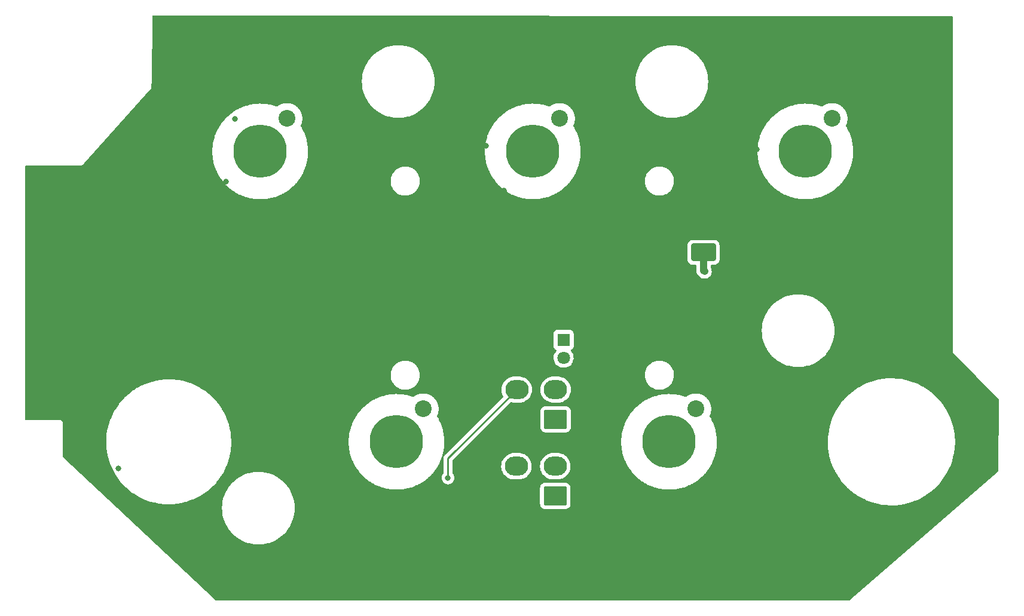
<source format=gbr>
%TF.GenerationSoftware,KiCad,Pcbnew,(6.0.9)*%
%TF.CreationDate,2023-04-01T13:50:38-08:00*%
%TF.ProjectId,INTR LT PANEL,494e5452-204c-4542-9050-414e454c2e6b,3*%
%TF.SameCoordinates,Original*%
%TF.FileFunction,Copper,L2,Bot*%
%TF.FilePolarity,Positive*%
%FSLAX46Y46*%
G04 Gerber Fmt 4.6, Leading zero omitted, Abs format (unit mm)*
G04 Created by KiCad (PCBNEW (6.0.9)) date 2023-04-01 13:50:38*
%MOMM*%
%LPD*%
G01*
G04 APERTURE LIST*
G04 Aperture macros list*
%AMRoundRect*
0 Rectangle with rounded corners*
0 $1 Rounding radius*
0 $2 $3 $4 $5 $6 $7 $8 $9 X,Y pos of 4 corners*
0 Add a 4 corners polygon primitive as box body*
4,1,4,$2,$3,$4,$5,$6,$7,$8,$9,$2,$3,0*
0 Add four circle primitives for the rounded corners*
1,1,$1+$1,$2,$3*
1,1,$1+$1,$4,$5*
1,1,$1+$1,$6,$7*
1,1,$1+$1,$8,$9*
0 Add four rect primitives between the rounded corners*
20,1,$1+$1,$2,$3,$4,$5,0*
20,1,$1+$1,$4,$5,$6,$7,0*
20,1,$1+$1,$6,$7,$8,$9,0*
20,1,$1+$1,$8,$9,$2,$3,0*%
G04 Aperture macros list end*
%TA.AperFunction,WasherPad*%
%ADD10C,2.381250*%
%TD*%
%TA.AperFunction,WasherPad*%
%ADD11C,7.540752*%
%TD*%
%TA.AperFunction,SMDPad,CuDef*%
%ADD12RoundRect,0.250000X1.500000X1.000000X-1.500000X1.000000X-1.500000X-1.000000X1.500000X-1.000000X0*%
%TD*%
%TA.AperFunction,ComponentPad*%
%ADD13R,1.800000X1.800000*%
%TD*%
%TA.AperFunction,ComponentPad*%
%ADD14C,1.800000*%
%TD*%
%TA.AperFunction,ComponentPad*%
%ADD15RoundRect,0.250001X1.399999X-1.099999X1.399999X1.099999X-1.399999X1.099999X-1.399999X-1.099999X0*%
%TD*%
%TA.AperFunction,ComponentPad*%
%ADD16O,3.300000X2.700000*%
%TD*%
%TA.AperFunction,ViaPad*%
%ADD17C,0.800000*%
%TD*%
%TA.AperFunction,Conductor*%
%ADD18C,1.000000*%
%TD*%
%TA.AperFunction,Conductor*%
%ADD19C,0.250000*%
%TD*%
G04 APERTURE END LIST*
D10*
%TO.P,4,*%
%TO.N,*%
X96536722Y-103287124D03*
D11*
X92760800Y-107950000D03*
%TD*%
D10*
%TO.P,9,*%
%TO.N,*%
X77232722Y-62139124D03*
D11*
X73456800Y-66802000D03*
%TD*%
D10*
%TO.P,8,*%
%TO.N,*%
X115840722Y-62139124D03*
D11*
X112064800Y-66802000D03*
%TD*%
D10*
%TO.P,7,*%
%TO.N,*%
X154448722Y-62139124D03*
D11*
X150672800Y-66802000D03*
%TD*%
D10*
%TO.P,3,*%
%TO.N,*%
X135144722Y-103287124D03*
D11*
X131368800Y-107950000D03*
%TD*%
D12*
%TO.P,C1,1*%
%TO.N,/LED+5V*%
X136246000Y-81102200D03*
%TO.P,C1,2*%
%TO.N,/LEDGND*%
X129746000Y-81102200D03*
%TD*%
D13*
%TO.P,D1,1,K*%
%TO.N,Net-(D1-Pad1)*%
X116434000Y-93497400D03*
D14*
%TO.P,D1,2,A*%
%TO.N,/LED+5V*%
X116434000Y-96037400D03*
%TD*%
D15*
%TO.P,J1,1,Pin_1*%
%TO.N,/LED+5V*%
X115300000Y-104750000D03*
D16*
%TO.P,J1,2,Pin_2*%
X115300000Y-100550000D03*
%TO.P,J1,3,Pin_3*%
%TO.N,/LEDGND*%
X109800000Y-104750000D03*
%TO.P,J1,4,Pin_4*%
%TO.N,/DATAIN*%
X109800000Y-100550000D03*
%TD*%
D15*
%TO.P,J2,1,Pin_1*%
%TO.N,/LED+5V*%
X115250000Y-115600000D03*
D16*
%TO.P,J2,2,Pin_2*%
X115250000Y-111400000D03*
%TO.P,J2,3,Pin_3*%
%TO.N,/LEDGND*%
X109750000Y-115600000D03*
%TO.P,J2,4,Pin_4*%
%TO.N,/DATAOUT*%
X109750000Y-111400000D03*
%TD*%
D17*
%TO.N,/LEDGND*%
X64770000Y-99060000D03*
X110490000Y-80010000D03*
X157480000Y-95250000D03*
X127000000Y-96520000D03*
X91440000Y-120650000D03*
X49530000Y-73660000D03*
X49530000Y-81280000D03*
X128270000Y-127000000D03*
X146050000Y-72390000D03*
X69850000Y-62230000D03*
X165100000Y-71120000D03*
X114300000Y-54610000D03*
X123190000Y-85090000D03*
X167640000Y-118110000D03*
X125730000Y-72390000D03*
X129540000Y-120650000D03*
X64770000Y-96520000D03*
X149860000Y-78740000D03*
X72390000Y-93980000D03*
X85090000Y-78740000D03*
X152400000Y-113030000D03*
X165100000Y-63500000D03*
X72390000Y-54610000D03*
X111760000Y-93980000D03*
X154940000Y-102870000D03*
X104140000Y-127000000D03*
X91440000Y-96520000D03*
X109220000Y-86360000D03*
X176022000Y-109220000D03*
X167640000Y-99060000D03*
X45720000Y-91440000D03*
X72390000Y-78740000D03*
X107950000Y-72390000D03*
X64770000Y-119380000D03*
X148590000Y-85090000D03*
X148590000Y-54610000D03*
X143510000Y-127000000D03*
X123190000Y-80010000D03*
X157480000Y-54610000D03*
X68580000Y-71120000D03*
X105410000Y-54610000D03*
X85090000Y-85090000D03*
X87630000Y-71120000D03*
X53340000Y-111760000D03*
X100330000Y-96520000D03*
X125730000Y-63500000D03*
X87630000Y-63500000D03*
X161290000Y-78740000D03*
X82550000Y-96520000D03*
X168910000Y-95250000D03*
X140970000Y-118110000D03*
X74930000Y-110490000D03*
X71120000Y-85090000D03*
X90170000Y-127000000D03*
X48260000Y-102870000D03*
X113030000Y-91440000D03*
X143764000Y-66548000D03*
X54610000Y-96520000D03*
X123190000Y-54610000D03*
X105410000Y-66040000D03*
X86360000Y-54610000D03*
X162560000Y-85090000D03*
X138430000Y-96520000D03*
X81280000Y-54610000D03*
X102870000Y-119380000D03*
X64770000Y-54610000D03*
%TO.N,/LED+5V*%
X136398000Y-83820000D03*
%TO.N,/DATAIN*%
X100050600Y-113055400D03*
%TD*%
D18*
%TO.N,/LED+5V*%
X136246000Y-81102200D02*
X136246000Y-83668000D01*
X136246000Y-83668000D02*
X136398000Y-83820000D01*
D19*
%TO.N,/DATAIN*%
X100050600Y-113055400D02*
X100050600Y-110299400D01*
X100050600Y-110299400D02*
X109800000Y-100550000D01*
%TD*%
%TA.AperFunction,Conductor*%
%TO.N,/LEDGND*%
G36*
X171399784Y-47625077D02*
G01*
X171467891Y-47645124D01*
X171514348Y-47698811D01*
X171525700Y-47751077D01*
X171525700Y-94975003D01*
X171525125Y-94987027D01*
X171524930Y-94989062D01*
X171522815Y-94997788D01*
X171523234Y-95006754D01*
X171525563Y-95056604D01*
X171525700Y-95062485D01*
X171525700Y-95083313D01*
X171526495Y-95088865D01*
X171527630Y-95100837D01*
X171529613Y-95143286D01*
X171532532Y-95151775D01*
X171533744Y-95155299D01*
X171539318Y-95178405D01*
X171541120Y-95190987D01*
X171544835Y-95199157D01*
X171558709Y-95229671D01*
X171563162Y-95240853D01*
X171576976Y-95281028D01*
X171582156Y-95288351D01*
X171582157Y-95288353D01*
X171584312Y-95291399D01*
X171596146Y-95312010D01*
X171601408Y-95323582D01*
X171618991Y-95343987D01*
X171629143Y-95355769D01*
X171636559Y-95365258D01*
X171641609Y-95372397D01*
X171655700Y-95386925D01*
X171660684Y-95392375D01*
X171696487Y-95433927D01*
X171704019Y-95438809D01*
X171710785Y-95444711D01*
X171710380Y-95445175D01*
X171719356Y-95452555D01*
X178041478Y-101970712D01*
X178074548Y-102033536D01*
X178077030Y-102059350D01*
X178004788Y-112028785D01*
X177984293Y-112096759D01*
X177961467Y-112122955D01*
X156960999Y-130383150D01*
X156944477Y-130397516D01*
X156879947Y-130427120D01*
X156861770Y-130428433D01*
X79178901Y-130406551D01*
X67180191Y-130403171D01*
X67112075Y-130383150D01*
X67093989Y-130369036D01*
X53223059Y-117348000D01*
X68047254Y-117348000D01*
X68066872Y-117797335D01*
X68125578Y-118243251D01*
X68222925Y-118682353D01*
X68358171Y-119111301D01*
X68530289Y-119526828D01*
X68737966Y-119925773D01*
X68979624Y-120305100D01*
X68981288Y-120307268D01*
X68981296Y-120307280D01*
X69251741Y-120659729D01*
X69253423Y-120661921D01*
X69255281Y-120663949D01*
X69255288Y-120663957D01*
X69555427Y-120991502D01*
X69557278Y-120993522D01*
X69559298Y-120995373D01*
X69886843Y-121295512D01*
X69886851Y-121295519D01*
X69888879Y-121297377D01*
X69891071Y-121299059D01*
X70243520Y-121569504D01*
X70243532Y-121569512D01*
X70245700Y-121571176D01*
X70625027Y-121812834D01*
X71023972Y-122020511D01*
X71439499Y-122192629D01*
X71712862Y-122278820D01*
X71865823Y-122327048D01*
X71865830Y-122327050D01*
X71868447Y-122327875D01*
X71871132Y-122328470D01*
X71871131Y-122328470D01*
X72304851Y-122424624D01*
X72304854Y-122424625D01*
X72307549Y-122425222D01*
X72310279Y-122425581D01*
X72310288Y-122425583D01*
X72530507Y-122454575D01*
X72753465Y-122483928D01*
X73022256Y-122495663D01*
X73085848Y-122498440D01*
X73085853Y-122498440D01*
X73087225Y-122498500D01*
X73318375Y-122498500D01*
X73319747Y-122498440D01*
X73319752Y-122498440D01*
X73383344Y-122495663D01*
X73652135Y-122483928D01*
X73875093Y-122454575D01*
X74095312Y-122425583D01*
X74095321Y-122425581D01*
X74098051Y-122425222D01*
X74100746Y-122424625D01*
X74100749Y-122424624D01*
X74534469Y-122328470D01*
X74534468Y-122328470D01*
X74537153Y-122327875D01*
X74539770Y-122327050D01*
X74539777Y-122327048D01*
X74692738Y-122278820D01*
X74966101Y-122192629D01*
X75381628Y-122020511D01*
X75780573Y-121812834D01*
X76159900Y-121571176D01*
X76162068Y-121569512D01*
X76162080Y-121569504D01*
X76514529Y-121299059D01*
X76516721Y-121297377D01*
X76518749Y-121295519D01*
X76518757Y-121295512D01*
X76846302Y-120995373D01*
X76848322Y-120993522D01*
X76850173Y-120991502D01*
X77150312Y-120663957D01*
X77150319Y-120663949D01*
X77152177Y-120661921D01*
X77153859Y-120659729D01*
X77424304Y-120307280D01*
X77424312Y-120307268D01*
X77425976Y-120305100D01*
X77667634Y-119925773D01*
X77875311Y-119526828D01*
X78047429Y-119111301D01*
X78182675Y-118682353D01*
X78280022Y-118243251D01*
X78338728Y-117797335D01*
X78358346Y-117348000D01*
X78338728Y-116898665D01*
X78319209Y-116750400D01*
X113091500Y-116750400D01*
X113091837Y-116753646D01*
X113091837Y-116753650D01*
X113101307Y-116844915D01*
X113102474Y-116856165D01*
X113104655Y-116862701D01*
X113104655Y-116862703D01*
X113115739Y-116895926D01*
X113158450Y-117023945D01*
X113251522Y-117174348D01*
X113376697Y-117299305D01*
X113382927Y-117303145D01*
X113382928Y-117303146D01*
X113520090Y-117387694D01*
X113527262Y-117392115D01*
X113607005Y-117418564D01*
X113688611Y-117445632D01*
X113688613Y-117445632D01*
X113695139Y-117447797D01*
X113701975Y-117448497D01*
X113701978Y-117448498D01*
X113745031Y-117452909D01*
X113799600Y-117458500D01*
X116700400Y-117458500D01*
X116703646Y-117458163D01*
X116703650Y-117458163D01*
X116799307Y-117448238D01*
X116799311Y-117448237D01*
X116806165Y-117447526D01*
X116812701Y-117445345D01*
X116812703Y-117445345D01*
X116944805Y-117401272D01*
X116973945Y-117391550D01*
X117124348Y-117298478D01*
X117249305Y-117173303D01*
X117342115Y-117022738D01*
X117376786Y-116918207D01*
X117395632Y-116861389D01*
X117395632Y-116861387D01*
X117397797Y-116854861D01*
X117408500Y-116750400D01*
X117408500Y-114449600D01*
X117408163Y-114446350D01*
X117398238Y-114350693D01*
X117398237Y-114350689D01*
X117397526Y-114343835D01*
X117380682Y-114293346D01*
X117343868Y-114183003D01*
X117341550Y-114176055D01*
X117248478Y-114025652D01*
X117123303Y-113900695D01*
X117113756Y-113894810D01*
X116978968Y-113811725D01*
X116978966Y-113811724D01*
X116972738Y-113807885D01*
X116892995Y-113781436D01*
X116811389Y-113754368D01*
X116811387Y-113754368D01*
X116804861Y-113752203D01*
X116798025Y-113751503D01*
X116798022Y-113751502D01*
X116754969Y-113747091D01*
X116700400Y-113741500D01*
X113799600Y-113741500D01*
X113796354Y-113741837D01*
X113796350Y-113741837D01*
X113700693Y-113751762D01*
X113700689Y-113751763D01*
X113693835Y-113752474D01*
X113687299Y-113754655D01*
X113687297Y-113754655D01*
X113596400Y-113784981D01*
X113526055Y-113808450D01*
X113375652Y-113901522D01*
X113250695Y-114026697D01*
X113246855Y-114032927D01*
X113246854Y-114032928D01*
X113176324Y-114147349D01*
X113157885Y-114177262D01*
X113155581Y-114184209D01*
X113122599Y-114283648D01*
X113102203Y-114345139D01*
X113101503Y-114351975D01*
X113101502Y-114351978D01*
X113097579Y-114390272D01*
X113091500Y-114449600D01*
X113091500Y-116750400D01*
X78319209Y-116750400D01*
X78281621Y-116464895D01*
X78280383Y-116455488D01*
X78280381Y-116455479D01*
X78280022Y-116452749D01*
X78266271Y-116390720D01*
X78183270Y-116016331D01*
X78182675Y-116013647D01*
X78179108Y-116002332D01*
X78105206Y-115767946D01*
X78047429Y-115584699D01*
X77875311Y-115169172D01*
X77667634Y-114770227D01*
X77466220Y-114454070D01*
X77427451Y-114393215D01*
X77427449Y-114393212D01*
X77425976Y-114390900D01*
X77424312Y-114388732D01*
X77424304Y-114388720D01*
X77153859Y-114036271D01*
X77152177Y-114034079D01*
X77150319Y-114032051D01*
X77150312Y-114032043D01*
X76850173Y-113704498D01*
X76848322Y-113702478D01*
X76783771Y-113643328D01*
X76518757Y-113400488D01*
X76518749Y-113400481D01*
X76516721Y-113398623D01*
X76514529Y-113396941D01*
X76162080Y-113126496D01*
X76162068Y-113126488D01*
X76159900Y-113124824D01*
X76155573Y-113122067D01*
X75998155Y-113021781D01*
X75780573Y-112883166D01*
X75381628Y-112675489D01*
X74966101Y-112503371D01*
X74692738Y-112417180D01*
X74539777Y-112368952D01*
X74539770Y-112368950D01*
X74537153Y-112368125D01*
X74202185Y-112293864D01*
X74100749Y-112271376D01*
X74100746Y-112271375D01*
X74098051Y-112270778D01*
X74095321Y-112270419D01*
X74095312Y-112270417D01*
X73862909Y-112239821D01*
X73652135Y-112212072D01*
X73383344Y-112200337D01*
X73319752Y-112197560D01*
X73319747Y-112197560D01*
X73318375Y-112197500D01*
X73087225Y-112197500D01*
X73085853Y-112197560D01*
X73085848Y-112197560D01*
X73022256Y-112200337D01*
X72753465Y-112212072D01*
X72542691Y-112239821D01*
X72310288Y-112270417D01*
X72310279Y-112270419D01*
X72307549Y-112270778D01*
X72304854Y-112271375D01*
X72304851Y-112271376D01*
X72203415Y-112293864D01*
X71868447Y-112368125D01*
X71865830Y-112368950D01*
X71865823Y-112368952D01*
X71712862Y-112417180D01*
X71439499Y-112503371D01*
X71023972Y-112675489D01*
X70625027Y-112883166D01*
X70407445Y-113021781D01*
X70250028Y-113122067D01*
X70245700Y-113124824D01*
X70243532Y-113126488D01*
X70243520Y-113126496D01*
X69891071Y-113396941D01*
X69888879Y-113398623D01*
X69886851Y-113400481D01*
X69886843Y-113400488D01*
X69621829Y-113643328D01*
X69557278Y-113702478D01*
X69555427Y-113704498D01*
X69255288Y-114032043D01*
X69255281Y-114032051D01*
X69253423Y-114034079D01*
X69251741Y-114036271D01*
X68981296Y-114388720D01*
X68981288Y-114388732D01*
X68979624Y-114390900D01*
X68978151Y-114393212D01*
X68978149Y-114393215D01*
X68939380Y-114454070D01*
X68737966Y-114770227D01*
X68530289Y-115169172D01*
X68358171Y-115584699D01*
X68300394Y-115767946D01*
X68226493Y-116002332D01*
X68222925Y-116013647D01*
X68222330Y-116016331D01*
X68139330Y-116390720D01*
X68125578Y-116452749D01*
X68125219Y-116455479D01*
X68125217Y-116455488D01*
X68123979Y-116464895D01*
X68066872Y-116898665D01*
X68047254Y-117348000D01*
X53223059Y-117348000D01*
X45509100Y-110106688D01*
X45473124Y-110045482D01*
X45469344Y-110013524D01*
X45470083Y-109941834D01*
X45488705Y-108135457D01*
X51649190Y-108135457D01*
X51680946Y-108721812D01*
X51681195Y-108723872D01*
X51681196Y-108723880D01*
X51699819Y-108877768D01*
X51751492Y-109304774D01*
X51751880Y-109306827D01*
X51856383Y-109859893D01*
X51860518Y-109881779D01*
X52007545Y-110450289D01*
X52191926Y-111007806D01*
X52198786Y-111024699D01*
X52412061Y-111549933D01*
X52412068Y-111549949D01*
X52412851Y-111551877D01*
X52413769Y-111553768D01*
X52413771Y-111553772D01*
X52577869Y-111891720D01*
X52669347Y-112080111D01*
X52960288Y-112590184D01*
X52961422Y-112591898D01*
X52961428Y-112591907D01*
X53272552Y-113061965D01*
X53284393Y-113079855D01*
X53285637Y-113081488D01*
X53285642Y-113081495D01*
X53443805Y-113289112D01*
X53640239Y-113546968D01*
X54026259Y-113989472D01*
X54118030Y-114081564D01*
X54428596Y-114393215D01*
X54440758Y-114405420D01*
X54442321Y-114406793D01*
X54442323Y-114406795D01*
X54858796Y-114772675D01*
X54881911Y-114792982D01*
X55347780Y-115150456D01*
X55349514Y-115151613D01*
X55349519Y-115151616D01*
X55719403Y-115398298D01*
X55836316Y-115476269D01*
X55838137Y-115477316D01*
X56343557Y-115767946D01*
X56343569Y-115767952D01*
X56345370Y-115768988D01*
X56872705Y-116027327D01*
X56874634Y-116028118D01*
X56874647Y-116028124D01*
X57414063Y-116249354D01*
X57414069Y-116249356D01*
X57416002Y-116250149D01*
X57417975Y-116250809D01*
X57417980Y-116250811D01*
X57423363Y-116252612D01*
X57972872Y-116436475D01*
X57974872Y-116437000D01*
X57974873Y-116437000D01*
X58538863Y-116584961D01*
X58538877Y-116584964D01*
X58540866Y-116585486D01*
X59117486Y-116696525D01*
X59119550Y-116696782D01*
X59119562Y-116696784D01*
X59408842Y-116732816D01*
X59700198Y-116769106D01*
X59702282Y-116769226D01*
X59702291Y-116769227D01*
X60242838Y-116800395D01*
X60242842Y-116800395D01*
X60244661Y-116800500D01*
X60655092Y-116800500D01*
X61089692Y-116786083D01*
X61091770Y-116785876D01*
X61091779Y-116785875D01*
X61671933Y-116727968D01*
X61671944Y-116727966D01*
X61674003Y-116727761D01*
X61676047Y-116727419D01*
X61676054Y-116727418D01*
X62251118Y-116631185D01*
X62251131Y-116631182D01*
X62253165Y-116630842D01*
X62255171Y-116630368D01*
X62255180Y-116630366D01*
X62822604Y-116496233D01*
X62822606Y-116496232D01*
X62824630Y-116495754D01*
X63041282Y-116429103D01*
X63383898Y-116323701D01*
X63383909Y-116323697D01*
X63385886Y-116323089D01*
X63387822Y-116322350D01*
X63387827Y-116322348D01*
X63804593Y-116163200D01*
X63934464Y-116113607D01*
X64467954Y-115868229D01*
X64469796Y-115867229D01*
X64982174Y-115589031D01*
X64982179Y-115589028D01*
X64984008Y-115588035D01*
X64989285Y-115584699D01*
X65478597Y-115275369D01*
X65478599Y-115275367D01*
X65480359Y-115274255D01*
X65482025Y-115273040D01*
X65482037Y-115273032D01*
X65953155Y-114929486D01*
X65953163Y-114929480D01*
X65954822Y-114928270D01*
X66269986Y-114664752D01*
X66403725Y-114552929D01*
X66403729Y-114552926D01*
X66405313Y-114551601D01*
X66427152Y-114530732D01*
X66828339Y-114147349D01*
X66828340Y-114147348D01*
X66829850Y-114145905D01*
X66878116Y-114093232D01*
X67225157Y-113714504D01*
X67225160Y-113714500D01*
X67226567Y-113712965D01*
X67233351Y-113704498D01*
X67592409Y-113256319D01*
X67592410Y-113256318D01*
X67593718Y-113254685D01*
X67929691Y-112773079D01*
X67986704Y-112678568D01*
X68231929Y-112272055D01*
X68231936Y-112272042D01*
X68233007Y-112270267D01*
X68502333Y-111748457D01*
X68537170Y-111668338D01*
X68735651Y-111211862D01*
X68735652Y-111211859D01*
X68736484Y-111209946D01*
X68749749Y-111172900D01*
X68933719Y-110659090D01*
X68933720Y-110659086D01*
X68934431Y-110657101D01*
X69095304Y-110092352D01*
X69218395Y-109518183D01*
X69245083Y-109335243D01*
X69302860Y-108939199D01*
X69302861Y-108939186D01*
X69303163Y-108937119D01*
X69338271Y-108491040D01*
X69349074Y-108353775D01*
X69349074Y-108353769D01*
X69349236Y-108351714D01*
X69353277Y-108020955D01*
X85985324Y-108020955D01*
X85985437Y-108023306D01*
X85985437Y-108023312D01*
X86000095Y-108328476D01*
X86000125Y-108329135D01*
X86002280Y-108379501D01*
X86007153Y-108493386D01*
X86007428Y-108495712D01*
X86007430Y-108495733D01*
X86008089Y-108501302D01*
X86008817Y-108510060D01*
X86009716Y-108528772D01*
X86010007Y-108531124D01*
X86047492Y-108834232D01*
X86047572Y-108834887D01*
X86061404Y-108951751D01*
X86066906Y-108998236D01*
X86068434Y-109006064D01*
X86069814Y-109014729D01*
X86072115Y-109033331D01*
X86072577Y-109035633D01*
X86072579Y-109035645D01*
X86132717Y-109335243D01*
X86132845Y-109335890D01*
X86164343Y-109497185D01*
X86164966Y-109499454D01*
X86166455Y-109504879D01*
X86168484Y-109513430D01*
X86172169Y-109531790D01*
X86252893Y-109819937D01*
X86255254Y-109828365D01*
X86255391Y-109828859D01*
X86298918Y-109987424D01*
X86299715Y-109989656D01*
X86299720Y-109989672D01*
X86301593Y-109994919D01*
X86304257Y-110003290D01*
X86308674Y-110019056D01*
X86308680Y-110019074D01*
X86309316Y-110021345D01*
X86413505Y-110308380D01*
X86414376Y-110310780D01*
X86414582Y-110311353D01*
X86420981Y-110329275D01*
X86464192Y-110450289D01*
X86469870Y-110466192D01*
X86470823Y-110468338D01*
X86470834Y-110468365D01*
X86473105Y-110473476D01*
X86476394Y-110481637D01*
X86482783Y-110499238D01*
X86483756Y-110501398D01*
X86609264Y-110780017D01*
X86609533Y-110780619D01*
X86676239Y-110930796D01*
X86677351Y-110932865D01*
X86677360Y-110932884D01*
X86680013Y-110937821D01*
X86683898Y-110945698D01*
X86691593Y-110962780D01*
X86692722Y-110964855D01*
X86838728Y-111233206D01*
X86838995Y-111233698D01*
X86916863Y-111378618D01*
X86918138Y-111380615D01*
X86921148Y-111385331D01*
X86925615Y-111392901D01*
X86933430Y-111407264D01*
X86933442Y-111407285D01*
X86934572Y-111409361D01*
X86935849Y-111411338D01*
X86935861Y-111411359D01*
X87101694Y-111668189D01*
X87102050Y-111668744D01*
X87129647Y-111711979D01*
X87190386Y-111807137D01*
X87194622Y-111812788D01*
X87195159Y-111813505D01*
X87200189Y-111820730D01*
X87209057Y-111834466D01*
X87209070Y-111834484D01*
X87210350Y-111836467D01*
X87211785Y-111838361D01*
X87396338Y-112081942D01*
X87396735Y-112082469D01*
X87482991Y-112197560D01*
X87495269Y-112213943D01*
X87500511Y-112219941D01*
X87506052Y-112226746D01*
X87517376Y-112241693D01*
X87518931Y-112243454D01*
X87518937Y-112243461D01*
X87721148Y-112472420D01*
X87721584Y-112472916D01*
X87784449Y-112544852D01*
X87829796Y-112596743D01*
X87831471Y-112598392D01*
X87831472Y-112598393D01*
X87835484Y-112602343D01*
X87841525Y-112608721D01*
X87853922Y-112622757D01*
X87855598Y-112624390D01*
X87855604Y-112624396D01*
X87911213Y-112678568D01*
X88074594Y-112837727D01*
X88074962Y-112838088D01*
X88190383Y-112951711D01*
X88190404Y-112951730D01*
X88192083Y-112953383D01*
X88193884Y-112954908D01*
X88193902Y-112954924D01*
X88198146Y-112958516D01*
X88204657Y-112964429D01*
X88218091Y-112977516D01*
X88219913Y-112979043D01*
X88219914Y-112979043D01*
X88454162Y-113175252D01*
X88454667Y-113175677D01*
X88494690Y-113209559D01*
X88580091Y-113281856D01*
X88581997Y-113283238D01*
X88586543Y-113286535D01*
X88593474Y-113291941D01*
X88607835Y-113303970D01*
X88609758Y-113305350D01*
X88609777Y-113305364D01*
X88858106Y-113483479D01*
X88858641Y-113483864D01*
X88943383Y-113545319D01*
X88991635Y-113580312D01*
X88998415Y-113584492D01*
X89005708Y-113589345D01*
X89020959Y-113600284D01*
X89022971Y-113601510D01*
X89022982Y-113601517D01*
X89283888Y-113760462D01*
X89284451Y-113760807D01*
X89367999Y-113812306D01*
X89424398Y-113847071D01*
X89426479Y-113848148D01*
X89426487Y-113848152D01*
X89431486Y-113850738D01*
X89439136Y-113855040D01*
X89453114Y-113863555D01*
X89453121Y-113863559D01*
X89455137Y-113864787D01*
X89566220Y-113921509D01*
X89729305Y-114004785D01*
X89729891Y-114005086D01*
X89814744Y-114048975D01*
X89875944Y-114080630D01*
X89878115Y-114081554D01*
X89878137Y-114081564D01*
X89883266Y-114083746D01*
X89891239Y-114087471D01*
X89907925Y-114095992D01*
X90030397Y-114147349D01*
X90191856Y-114215055D01*
X90192463Y-114215311D01*
X90235440Y-114233597D01*
X90343732Y-114279676D01*
X90345963Y-114280433D01*
X90345970Y-114280436D01*
X90349286Y-114281561D01*
X90351275Y-114282237D01*
X90359483Y-114285346D01*
X90376774Y-114292597D01*
X90668987Y-114390086D01*
X90669429Y-114390235D01*
X90825126Y-114443088D01*
X90827404Y-114443675D01*
X90827431Y-114443683D01*
X90832846Y-114445078D01*
X90841285Y-114447569D01*
X90859045Y-114453495D01*
X91071575Y-114507076D01*
X91157581Y-114528759D01*
X91158220Y-114528922D01*
X91315128Y-114569355D01*
X91315137Y-114569357D01*
X91317419Y-114569945D01*
X91325299Y-114571356D01*
X91333830Y-114573193D01*
X91352022Y-114577779D01*
X91354334Y-114578180D01*
X91354346Y-114578183D01*
X91655468Y-114630467D01*
X91656117Y-114630582D01*
X91708385Y-114639939D01*
X91817837Y-114659534D01*
X91820185Y-114659775D01*
X91820195Y-114659776D01*
X91825750Y-114660345D01*
X91834469Y-114661547D01*
X91850594Y-114664347D01*
X91850609Y-114664349D01*
X91852930Y-114664752D01*
X91855284Y-114664981D01*
X91855286Y-114664981D01*
X91897359Y-114669069D01*
X92159507Y-114694541D01*
X92159833Y-114694573D01*
X92323563Y-114711349D01*
X92332876Y-114711650D01*
X92340947Y-114712171D01*
X92358949Y-114713921D01*
X92361302Y-114713972D01*
X92361313Y-114713973D01*
X92453424Y-114715982D01*
X92494708Y-114716883D01*
X92495955Y-114716917D01*
X92528178Y-114717958D01*
X92605866Y-114720468D01*
X92605895Y-114720468D01*
X92606871Y-114720500D01*
X92659079Y-114720500D01*
X92661828Y-114720530D01*
X92867230Y-114725012D01*
X93090905Y-114713094D01*
X93092874Y-114713005D01*
X93115041Y-114712173D01*
X93266453Y-114706489D01*
X93266461Y-114706488D01*
X93268816Y-114706400D01*
X93271149Y-114706136D01*
X93271179Y-114706134D01*
X93311725Y-114701550D01*
X93319134Y-114700933D01*
X93374913Y-114697961D01*
X93597084Y-114669303D01*
X93598994Y-114669072D01*
X93773973Y-114649291D01*
X93776304Y-114648848D01*
X93776307Y-114648848D01*
X93816382Y-114641240D01*
X93823763Y-114640064D01*
X93846711Y-114637104D01*
X93879137Y-114632921D01*
X94098430Y-114587707D01*
X94100372Y-114587322D01*
X94271110Y-114554907D01*
X94271122Y-114554904D01*
X94273425Y-114554467D01*
X94315136Y-114543251D01*
X94322357Y-114541538D01*
X94377066Y-114530258D01*
X94517153Y-114490221D01*
X94592377Y-114468722D01*
X94594285Y-114468193D01*
X94762083Y-114423075D01*
X94762088Y-114423073D01*
X94764362Y-114422462D01*
X94766587Y-114421681D01*
X94766602Y-114421676D01*
X94805105Y-114408155D01*
X94812230Y-114405888D01*
X94863623Y-114391200D01*
X94863632Y-114391197D01*
X94865896Y-114390550D01*
X94868099Y-114389737D01*
X94868106Y-114389735D01*
X95076007Y-114313036D01*
X95077869Y-114312366D01*
X95086742Y-114309250D01*
X95244019Y-114254018D01*
X95283563Y-114236701D01*
X95290489Y-114233910D01*
X95310262Y-114226615D01*
X95342875Y-114214583D01*
X95546590Y-114121531D01*
X95548332Y-114120751D01*
X95709696Y-114050085D01*
X95747833Y-114029850D01*
X95754529Y-114026548D01*
X95805317Y-114003349D01*
X95982272Y-113905866D01*
X96001492Y-113895278D01*
X96003232Y-113894337D01*
X96158772Y-113811809D01*
X96195270Y-113788780D01*
X96201706Y-113784981D01*
X96250620Y-113758035D01*
X96438150Y-113635552D01*
X96439724Y-113634541D01*
X96588718Y-113540533D01*
X96590619Y-113539124D01*
X96590626Y-113539119D01*
X96623403Y-113514822D01*
X96629536Y-113510551D01*
X96676275Y-113480024D01*
X96854052Y-113343857D01*
X96855633Y-113342665D01*
X96995223Y-113239186D01*
X96995226Y-113239184D01*
X96997114Y-113237784D01*
X97029773Y-113209544D01*
X97035551Y-113204841D01*
X97060402Y-113185806D01*
X97079888Y-113170881D01*
X97130707Y-113125523D01*
X97209274Y-113055400D01*
X99137096Y-113055400D01*
X99137786Y-113061965D01*
X99153299Y-113209559D01*
X99157058Y-113245328D01*
X99216073Y-113426956D01*
X99311560Y-113592344D01*
X99315978Y-113597251D01*
X99315979Y-113597252D01*
X99421553Y-113714504D01*
X99439347Y-113734266D01*
X99509150Y-113784981D01*
X99544365Y-113810566D01*
X99593848Y-113846518D01*
X99599876Y-113849202D01*
X99599878Y-113849203D01*
X99762281Y-113921509D01*
X99768312Y-113924194D01*
X99861712Y-113944047D01*
X99948656Y-113962528D01*
X99948661Y-113962528D01*
X99955113Y-113963900D01*
X100146087Y-113963900D01*
X100152539Y-113962528D01*
X100152544Y-113962528D01*
X100239488Y-113944047D01*
X100332888Y-113924194D01*
X100338919Y-113921509D01*
X100501322Y-113849203D01*
X100501324Y-113849202D01*
X100507352Y-113846518D01*
X100556836Y-113810566D01*
X100592050Y-113784981D01*
X100661853Y-113734266D01*
X100679647Y-113714504D01*
X100785221Y-113597252D01*
X100785222Y-113597251D01*
X100789640Y-113592344D01*
X100885127Y-113426956D01*
X100944142Y-113245328D01*
X100947902Y-113209559D01*
X100963414Y-113061965D01*
X100964104Y-113055400D01*
X100948148Y-112903584D01*
X100944832Y-112872035D01*
X100944832Y-112872033D01*
X100944142Y-112865472D01*
X100885127Y-112683844D01*
X100876696Y-112669240D01*
X100839002Y-112603953D01*
X100789640Y-112518456D01*
X100716463Y-112437185D01*
X100685747Y-112373179D01*
X100684100Y-112352876D01*
X100684100Y-111442277D01*
X107587009Y-111442277D01*
X107612625Y-111710769D01*
X107613710Y-111715203D01*
X107613711Y-111715209D01*
X107675645Y-111968312D01*
X107676731Y-111972750D01*
X107777985Y-112222733D01*
X107914265Y-112455482D01*
X107985736Y-112544852D01*
X108073662Y-112654797D01*
X108082716Y-112666119D01*
X108279809Y-112850234D01*
X108501416Y-113003968D01*
X108505499Y-113005999D01*
X108505502Y-113006001D01*
X108591603Y-113048835D01*
X108742894Y-113124101D01*
X108747228Y-113125522D01*
X108747231Y-113125523D01*
X108994853Y-113206698D01*
X108994859Y-113206699D01*
X108999186Y-113208118D01*
X109003677Y-113208898D01*
X109003678Y-113208898D01*
X109261140Y-113253601D01*
X109261148Y-113253602D01*
X109264921Y-113254257D01*
X109268758Y-113254448D01*
X109348578Y-113258422D01*
X109348586Y-113258422D01*
X109350149Y-113258500D01*
X110118512Y-113258500D01*
X110120780Y-113258335D01*
X110120792Y-113258335D01*
X110251884Y-113248823D01*
X110319004Y-113243953D01*
X110323459Y-113242969D01*
X110323462Y-113242969D01*
X110577912Y-113186791D01*
X110577916Y-113186790D01*
X110582372Y-113185806D01*
X110738918Y-113126496D01*
X110830318Y-113091868D01*
X110830321Y-113091867D01*
X110834588Y-113090250D01*
X111070368Y-112959286D01*
X111284773Y-112795657D01*
X111473312Y-112602792D01*
X111632034Y-112384730D01*
X111708274Y-112239821D01*
X111755490Y-112150079D01*
X111755493Y-112150073D01*
X111757615Y-112146039D01*
X111765479Y-112123772D01*
X111845902Y-111896033D01*
X111845902Y-111896032D01*
X111847425Y-111891720D01*
X111883090Y-111710769D01*
X111898700Y-111631572D01*
X111898701Y-111631566D01*
X111899581Y-111627100D01*
X111900386Y-111610935D01*
X111908782Y-111442277D01*
X113087009Y-111442277D01*
X113112625Y-111710769D01*
X113113710Y-111715203D01*
X113113711Y-111715209D01*
X113175645Y-111968312D01*
X113176731Y-111972750D01*
X113277985Y-112222733D01*
X113414265Y-112455482D01*
X113485736Y-112544852D01*
X113573662Y-112654797D01*
X113582716Y-112666119D01*
X113779809Y-112850234D01*
X114001416Y-113003968D01*
X114005499Y-113005999D01*
X114005502Y-113006001D01*
X114091603Y-113048835D01*
X114242894Y-113124101D01*
X114247228Y-113125522D01*
X114247231Y-113125523D01*
X114494853Y-113206698D01*
X114494859Y-113206699D01*
X114499186Y-113208118D01*
X114503677Y-113208898D01*
X114503678Y-113208898D01*
X114761140Y-113253601D01*
X114761148Y-113253602D01*
X114764921Y-113254257D01*
X114768758Y-113254448D01*
X114848578Y-113258422D01*
X114848586Y-113258422D01*
X114850149Y-113258500D01*
X115618512Y-113258500D01*
X115620780Y-113258335D01*
X115620792Y-113258335D01*
X115751884Y-113248823D01*
X115819004Y-113243953D01*
X115823459Y-113242969D01*
X115823462Y-113242969D01*
X116077912Y-113186791D01*
X116077916Y-113186790D01*
X116082372Y-113185806D01*
X116238918Y-113126496D01*
X116330318Y-113091868D01*
X116330321Y-113091867D01*
X116334588Y-113090250D01*
X116570368Y-112959286D01*
X116784773Y-112795657D01*
X116973312Y-112602792D01*
X117132034Y-112384730D01*
X117208274Y-112239821D01*
X117255490Y-112150079D01*
X117255493Y-112150073D01*
X117257615Y-112146039D01*
X117265479Y-112123772D01*
X117345902Y-111896033D01*
X117345902Y-111896032D01*
X117347425Y-111891720D01*
X117383090Y-111710769D01*
X117398700Y-111631572D01*
X117398701Y-111631566D01*
X117399581Y-111627100D01*
X117400386Y-111610935D01*
X117412764Y-111362292D01*
X117412764Y-111362286D01*
X117412991Y-111357723D01*
X117387375Y-111089231D01*
X117371585Y-111024699D01*
X117324355Y-110831688D01*
X117323269Y-110827250D01*
X117222015Y-110577267D01*
X117118325Y-110400177D01*
X117088045Y-110348463D01*
X117088044Y-110348462D01*
X117085735Y-110344518D01*
X116967928Y-110197208D01*
X116920136Y-110137447D01*
X116920135Y-110137445D01*
X116917284Y-110133881D01*
X116720191Y-109949766D01*
X116498584Y-109796032D01*
X116494501Y-109794001D01*
X116494498Y-109793999D01*
X116329606Y-109711967D01*
X116257106Y-109675899D01*
X116252772Y-109674478D01*
X116252769Y-109674477D01*
X116005147Y-109593302D01*
X116005141Y-109593301D01*
X116000814Y-109591882D01*
X115996322Y-109591102D01*
X115738860Y-109546399D01*
X115738852Y-109546398D01*
X115735079Y-109545743D01*
X115723817Y-109545182D01*
X115651422Y-109541578D01*
X115651414Y-109541578D01*
X115649851Y-109541500D01*
X114881488Y-109541500D01*
X114879220Y-109541665D01*
X114879208Y-109541665D01*
X114748116Y-109551177D01*
X114680996Y-109556047D01*
X114676541Y-109557031D01*
X114676538Y-109557031D01*
X114422088Y-109613209D01*
X114422084Y-109613210D01*
X114417628Y-109614194D01*
X114291520Y-109661972D01*
X114169682Y-109708132D01*
X114169679Y-109708133D01*
X114165412Y-109709750D01*
X114161421Y-109711967D01*
X113951413Y-109828616D01*
X113929632Y-109840714D01*
X113906354Y-109858479D01*
X113734451Y-109989672D01*
X113715227Y-110004343D01*
X113712034Y-110007609D01*
X113712032Y-110007611D01*
X113631190Y-110090308D01*
X113526688Y-110197208D01*
X113367966Y-110415270D01*
X113322652Y-110501398D01*
X113244510Y-110649921D01*
X113244507Y-110649927D01*
X113242385Y-110653961D01*
X113240865Y-110658266D01*
X113240863Y-110658270D01*
X113154098Y-110903967D01*
X113152575Y-110908280D01*
X113142255Y-110960640D01*
X113122370Y-111061531D01*
X113100419Y-111172900D01*
X113100192Y-111177453D01*
X113100192Y-111177456D01*
X113088648Y-111409361D01*
X113087009Y-111442277D01*
X111908782Y-111442277D01*
X111912764Y-111362292D01*
X111912764Y-111362286D01*
X111912991Y-111357723D01*
X111887375Y-111089231D01*
X111871585Y-111024699D01*
X111824355Y-110831688D01*
X111823269Y-110827250D01*
X111722015Y-110577267D01*
X111618325Y-110400177D01*
X111588045Y-110348463D01*
X111588044Y-110348462D01*
X111585735Y-110344518D01*
X111467928Y-110197208D01*
X111420136Y-110137447D01*
X111420135Y-110137445D01*
X111417284Y-110133881D01*
X111220191Y-109949766D01*
X110998584Y-109796032D01*
X110994501Y-109794001D01*
X110994498Y-109793999D01*
X110829606Y-109711967D01*
X110757106Y-109675899D01*
X110752772Y-109674478D01*
X110752769Y-109674477D01*
X110505147Y-109593302D01*
X110505141Y-109593301D01*
X110500814Y-109591882D01*
X110496322Y-109591102D01*
X110238860Y-109546399D01*
X110238852Y-109546398D01*
X110235079Y-109545743D01*
X110223817Y-109545182D01*
X110151422Y-109541578D01*
X110151414Y-109541578D01*
X110149851Y-109541500D01*
X109381488Y-109541500D01*
X109379220Y-109541665D01*
X109379208Y-109541665D01*
X109248116Y-109551177D01*
X109180996Y-109556047D01*
X109176541Y-109557031D01*
X109176538Y-109557031D01*
X108922088Y-109613209D01*
X108922084Y-109613210D01*
X108917628Y-109614194D01*
X108791520Y-109661972D01*
X108669682Y-109708132D01*
X108669679Y-109708133D01*
X108665412Y-109709750D01*
X108661421Y-109711967D01*
X108451413Y-109828616D01*
X108429632Y-109840714D01*
X108406354Y-109858479D01*
X108234451Y-109989672D01*
X108215227Y-110004343D01*
X108212034Y-110007609D01*
X108212032Y-110007611D01*
X108131190Y-110090308D01*
X108026688Y-110197208D01*
X107867966Y-110415270D01*
X107822652Y-110501398D01*
X107744510Y-110649921D01*
X107744507Y-110649927D01*
X107742385Y-110653961D01*
X107740865Y-110658266D01*
X107740863Y-110658270D01*
X107654098Y-110903967D01*
X107652575Y-110908280D01*
X107642255Y-110960640D01*
X107622370Y-111061531D01*
X107600419Y-111172900D01*
X107600192Y-111177453D01*
X107600192Y-111177456D01*
X107588648Y-111409361D01*
X107587009Y-111442277D01*
X100684100Y-111442277D01*
X100684100Y-110613994D01*
X100704102Y-110545873D01*
X100721005Y-110524899D01*
X103224949Y-108020955D01*
X124593324Y-108020955D01*
X124593437Y-108023306D01*
X124593437Y-108023312D01*
X124608095Y-108328476D01*
X124608125Y-108329135D01*
X124610280Y-108379501D01*
X124615153Y-108493386D01*
X124615428Y-108495712D01*
X124615430Y-108495733D01*
X124616089Y-108501302D01*
X124616817Y-108510060D01*
X124617716Y-108528772D01*
X124618007Y-108531124D01*
X124655492Y-108834232D01*
X124655572Y-108834887D01*
X124669404Y-108951751D01*
X124674906Y-108998236D01*
X124676434Y-109006064D01*
X124677814Y-109014729D01*
X124680115Y-109033331D01*
X124680577Y-109035633D01*
X124680579Y-109035645D01*
X124740717Y-109335243D01*
X124740845Y-109335890D01*
X124772343Y-109497185D01*
X124772966Y-109499454D01*
X124774455Y-109504879D01*
X124776484Y-109513430D01*
X124780169Y-109531790D01*
X124860893Y-109819937D01*
X124863254Y-109828365D01*
X124863391Y-109828859D01*
X124906918Y-109987424D01*
X124907715Y-109989656D01*
X124907720Y-109989672D01*
X124909593Y-109994919D01*
X124912257Y-110003290D01*
X124916674Y-110019056D01*
X124916680Y-110019074D01*
X124917316Y-110021345D01*
X125021505Y-110308380D01*
X125022376Y-110310780D01*
X125022582Y-110311353D01*
X125028981Y-110329275D01*
X125072192Y-110450289D01*
X125077870Y-110466192D01*
X125078823Y-110468338D01*
X125078834Y-110468365D01*
X125081105Y-110473476D01*
X125084394Y-110481637D01*
X125090783Y-110499238D01*
X125091756Y-110501398D01*
X125217264Y-110780017D01*
X125217533Y-110780619D01*
X125284239Y-110930796D01*
X125285351Y-110932865D01*
X125285360Y-110932884D01*
X125288013Y-110937821D01*
X125291898Y-110945698D01*
X125299593Y-110962780D01*
X125300722Y-110964855D01*
X125446728Y-111233206D01*
X125446995Y-111233698D01*
X125524863Y-111378618D01*
X125526138Y-111380615D01*
X125529148Y-111385331D01*
X125533615Y-111392901D01*
X125541430Y-111407264D01*
X125541442Y-111407285D01*
X125542572Y-111409361D01*
X125543849Y-111411338D01*
X125543861Y-111411359D01*
X125709694Y-111668189D01*
X125710050Y-111668744D01*
X125737647Y-111711979D01*
X125798386Y-111807137D01*
X125802622Y-111812788D01*
X125803159Y-111813505D01*
X125808189Y-111820730D01*
X125817057Y-111834466D01*
X125817070Y-111834484D01*
X125818350Y-111836467D01*
X125819785Y-111838361D01*
X126004338Y-112081942D01*
X126004735Y-112082469D01*
X126090991Y-112197560D01*
X126103269Y-112213943D01*
X126108511Y-112219941D01*
X126114052Y-112226746D01*
X126125376Y-112241693D01*
X126126931Y-112243454D01*
X126126937Y-112243461D01*
X126329148Y-112472420D01*
X126329584Y-112472916D01*
X126392449Y-112544852D01*
X126437796Y-112596743D01*
X126439471Y-112598392D01*
X126439472Y-112598393D01*
X126443484Y-112602343D01*
X126449525Y-112608721D01*
X126461922Y-112622757D01*
X126463598Y-112624390D01*
X126463604Y-112624396D01*
X126519213Y-112678568D01*
X126682594Y-112837727D01*
X126682962Y-112838088D01*
X126798383Y-112951711D01*
X126798404Y-112951730D01*
X126800083Y-112953383D01*
X126801884Y-112954908D01*
X126801902Y-112954924D01*
X126806146Y-112958516D01*
X126812657Y-112964429D01*
X126826091Y-112977516D01*
X126827913Y-112979043D01*
X126827914Y-112979043D01*
X127062162Y-113175252D01*
X127062667Y-113175677D01*
X127102690Y-113209559D01*
X127188091Y-113281856D01*
X127189997Y-113283238D01*
X127194543Y-113286535D01*
X127201474Y-113291941D01*
X127215835Y-113303970D01*
X127217758Y-113305350D01*
X127217777Y-113305364D01*
X127466106Y-113483479D01*
X127466641Y-113483864D01*
X127551383Y-113545319D01*
X127599635Y-113580312D01*
X127606415Y-113584492D01*
X127613708Y-113589345D01*
X127628959Y-113600284D01*
X127630971Y-113601510D01*
X127630982Y-113601517D01*
X127891888Y-113760462D01*
X127892451Y-113760807D01*
X127975999Y-113812306D01*
X128032398Y-113847071D01*
X128034479Y-113848148D01*
X128034487Y-113848152D01*
X128039486Y-113850738D01*
X128047136Y-113855040D01*
X128061114Y-113863555D01*
X128061121Y-113863559D01*
X128063137Y-113864787D01*
X128174220Y-113921509D01*
X128337305Y-114004785D01*
X128337891Y-114005086D01*
X128422744Y-114048975D01*
X128483944Y-114080630D01*
X128486115Y-114081554D01*
X128486137Y-114081564D01*
X128491266Y-114083746D01*
X128499239Y-114087471D01*
X128515925Y-114095992D01*
X128638397Y-114147349D01*
X128799856Y-114215055D01*
X128800463Y-114215311D01*
X128843440Y-114233597D01*
X128951732Y-114279676D01*
X128953963Y-114280433D01*
X128953970Y-114280436D01*
X128957286Y-114281561D01*
X128959275Y-114282237D01*
X128967483Y-114285346D01*
X128984774Y-114292597D01*
X129276987Y-114390086D01*
X129277429Y-114390235D01*
X129433126Y-114443088D01*
X129435404Y-114443675D01*
X129435431Y-114443683D01*
X129440846Y-114445078D01*
X129449285Y-114447569D01*
X129467045Y-114453495D01*
X129679575Y-114507076D01*
X129765581Y-114528759D01*
X129766220Y-114528922D01*
X129923128Y-114569355D01*
X129923137Y-114569357D01*
X129925419Y-114569945D01*
X129933299Y-114571356D01*
X129941830Y-114573193D01*
X129960022Y-114577779D01*
X129962334Y-114578180D01*
X129962346Y-114578183D01*
X130263468Y-114630467D01*
X130264117Y-114630582D01*
X130316385Y-114639939D01*
X130425837Y-114659534D01*
X130428185Y-114659775D01*
X130428195Y-114659776D01*
X130433750Y-114660345D01*
X130442469Y-114661547D01*
X130458594Y-114664347D01*
X130458609Y-114664349D01*
X130460930Y-114664752D01*
X130463284Y-114664981D01*
X130463286Y-114664981D01*
X130505359Y-114669069D01*
X130767507Y-114694541D01*
X130767833Y-114694573D01*
X130931563Y-114711349D01*
X130940876Y-114711650D01*
X130948947Y-114712171D01*
X130966949Y-114713921D01*
X130969302Y-114713972D01*
X130969313Y-114713973D01*
X131061424Y-114715982D01*
X131102708Y-114716883D01*
X131103955Y-114716917D01*
X131136178Y-114717958D01*
X131213866Y-114720468D01*
X131213895Y-114720468D01*
X131214871Y-114720500D01*
X131267079Y-114720500D01*
X131269828Y-114720530D01*
X131475230Y-114725012D01*
X131698905Y-114713094D01*
X131700874Y-114713005D01*
X131723041Y-114712173D01*
X131874453Y-114706489D01*
X131874461Y-114706488D01*
X131876816Y-114706400D01*
X131879149Y-114706136D01*
X131879179Y-114706134D01*
X131919725Y-114701550D01*
X131927134Y-114700933D01*
X131982913Y-114697961D01*
X132205084Y-114669303D01*
X132206994Y-114669072D01*
X132381973Y-114649291D01*
X132384304Y-114648848D01*
X132384307Y-114648848D01*
X132424382Y-114641240D01*
X132431763Y-114640064D01*
X132454711Y-114637104D01*
X132487137Y-114632921D01*
X132706430Y-114587707D01*
X132708372Y-114587322D01*
X132879110Y-114554907D01*
X132879122Y-114554904D01*
X132881425Y-114554467D01*
X132923136Y-114543251D01*
X132930357Y-114541538D01*
X132985066Y-114530258D01*
X133125153Y-114490221D01*
X133200377Y-114468722D01*
X133202285Y-114468193D01*
X133370083Y-114423075D01*
X133370088Y-114423073D01*
X133372362Y-114422462D01*
X133374587Y-114421681D01*
X133374602Y-114421676D01*
X133413105Y-114408155D01*
X133420230Y-114405888D01*
X133471623Y-114391200D01*
X133471632Y-114391197D01*
X133473896Y-114390550D01*
X133476099Y-114389737D01*
X133476106Y-114389735D01*
X133684007Y-114313036D01*
X133685869Y-114312366D01*
X133694742Y-114309250D01*
X133852019Y-114254018D01*
X133891563Y-114236701D01*
X133898489Y-114233910D01*
X133918262Y-114226615D01*
X133950875Y-114214583D01*
X134154590Y-114121531D01*
X134156332Y-114120751D01*
X134317696Y-114050085D01*
X134355833Y-114029850D01*
X134362529Y-114026548D01*
X134413317Y-114003349D01*
X134590272Y-113905866D01*
X134609492Y-113895278D01*
X134611232Y-113894337D01*
X134766772Y-113811809D01*
X134803270Y-113788780D01*
X134809706Y-113784981D01*
X134858620Y-113758035D01*
X135046150Y-113635552D01*
X135047724Y-113634541D01*
X135196718Y-113540533D01*
X135198619Y-113539124D01*
X135198626Y-113539119D01*
X135231403Y-113514822D01*
X135237536Y-113510551D01*
X135284275Y-113480024D01*
X135462052Y-113343857D01*
X135463633Y-113342665D01*
X135603223Y-113239186D01*
X135603226Y-113239184D01*
X135605114Y-113237784D01*
X135637773Y-113209544D01*
X135643551Y-113204841D01*
X135668402Y-113185806D01*
X135687888Y-113170881D01*
X135738707Y-113125523D01*
X135854941Y-113021781D01*
X135856428Y-113020475D01*
X135987855Y-112906829D01*
X135987860Y-112906824D01*
X135989661Y-112905267D01*
X136011647Y-112883166D01*
X136020110Y-112874659D01*
X136025535Y-112869520D01*
X136065416Y-112833924D01*
X136065417Y-112833923D01*
X136067185Y-112832345D01*
X136217167Y-112676763D01*
X136222588Y-112671140D01*
X136223972Y-112669726D01*
X136346535Y-112546519D01*
X136346539Y-112546515D01*
X136348193Y-112544852D01*
X136376253Y-112512056D01*
X136381280Y-112506522D01*
X136418384Y-112468033D01*
X136418390Y-112468027D01*
X136420032Y-112466323D01*
X136562956Y-112293864D01*
X136564231Y-112292350D01*
X136677165Y-112160355D01*
X136677166Y-112160354D01*
X136678693Y-112158569D01*
X136680080Y-112156677D01*
X136680089Y-112156666D01*
X136704208Y-112123772D01*
X136708804Y-112117878D01*
X136742945Y-112076682D01*
X136742952Y-112076673D01*
X136744442Y-112074875D01*
X136874047Y-111892165D01*
X136875186Y-111890587D01*
X136977891Y-111750516D01*
X136977894Y-111750511D01*
X136979300Y-111748594D01*
X137002151Y-111711954D01*
X137006277Y-111705755D01*
X137037229Y-111662121D01*
X137037230Y-111662119D01*
X137038588Y-111660205D01*
X137154128Y-111468294D01*
X137155073Y-111466752D01*
X137248321Y-111317233D01*
X137249416Y-111315143D01*
X137249428Y-111315122D01*
X137268351Y-111279003D01*
X137272014Y-111272488D01*
X137299591Y-111226682D01*
X137299597Y-111226671D01*
X137300815Y-111224648D01*
X137401609Y-111024675D01*
X137402501Y-111022938D01*
X137409414Y-111009744D01*
X137484241Y-110866916D01*
X137485170Y-110864764D01*
X137485181Y-110864741D01*
X137501353Y-110827280D01*
X137504510Y-110820524D01*
X137529646Y-110770655D01*
X137615188Y-110563629D01*
X137615921Y-110561893D01*
X137685734Y-110400177D01*
X137699822Y-110359378D01*
X137702471Y-110352386D01*
X137714464Y-110323361D01*
X137723793Y-110300783D01*
X137793560Y-110087959D01*
X137794192Y-110086083D01*
X137850894Y-109921876D01*
X137850897Y-109921867D01*
X137851664Y-109919645D01*
X137852261Y-109917378D01*
X137852266Y-109917361D01*
X137862653Y-109877904D01*
X137864771Y-109870731D01*
X137881423Y-109819937D01*
X137881429Y-109819916D01*
X137882163Y-109817677D01*
X137935770Y-109600247D01*
X137936259Y-109598329D01*
X137980495Y-109430310D01*
X137980496Y-109430307D01*
X137981097Y-109428023D01*
X137988924Y-109385585D01*
X137990497Y-109378276D01*
X138003299Y-109326351D01*
X138003865Y-109324056D01*
X138041032Y-109103137D01*
X138041358Y-109101292D01*
X138073304Y-108928081D01*
X138077927Y-108885175D01*
X138078948Y-108877768D01*
X138087820Y-108825034D01*
X138088213Y-108822699D01*
X138108704Y-108599702D01*
X138108900Y-108597734D01*
X138127512Y-108424998D01*
X138127767Y-108422633D01*
X138129161Y-108379490D01*
X138129623Y-108372038D01*
X138130676Y-108360579D01*
X138134733Y-108316430D01*
X138139545Y-108138598D01*
X153861246Y-108138598D01*
X153893540Y-108734884D01*
X153965281Y-109327718D01*
X153966825Y-109335890D01*
X154069581Y-109879711D01*
X154076153Y-109914495D01*
X154225670Y-110492634D01*
X154236341Y-110524899D01*
X154412517Y-111057608D01*
X154412522Y-111057622D01*
X154413174Y-111059593D01*
X154413961Y-111061531D01*
X154637050Y-111610935D01*
X154637057Y-111610951D01*
X154637840Y-111612879D01*
X154638758Y-111614770D01*
X154638760Y-111614774D01*
X154863806Y-112078237D01*
X154898680Y-112150058D01*
X155194548Y-112668770D01*
X155195682Y-112670484D01*
X155195688Y-112670493D01*
X155316380Y-112852838D01*
X155524143Y-113166733D01*
X155525387Y-113168366D01*
X155525392Y-113168373D01*
X155752408Y-113466374D01*
X155886015Y-113641758D01*
X156278573Y-114091756D01*
X156401786Y-114215400D01*
X156578982Y-114393215D01*
X156700091Y-114514748D01*
X156701654Y-114516121D01*
X156701656Y-114516123D01*
X156939286Y-114724886D01*
X157148716Y-114908875D01*
X157150364Y-114910140D01*
X157150367Y-114910142D01*
X157173992Y-114928270D01*
X157622475Y-115272402D01*
X157624209Y-115273559D01*
X157624214Y-115273562D01*
X157812918Y-115399412D01*
X158119284Y-115603733D01*
X158121105Y-115604780D01*
X158635147Y-115900368D01*
X158635159Y-115900374D01*
X158636960Y-115901410D01*
X159173226Y-116164124D01*
X159175155Y-116164915D01*
X159175168Y-116164921D01*
X159723785Y-116389925D01*
X159723791Y-116389927D01*
X159725724Y-116390720D01*
X159727697Y-116391380D01*
X159727702Y-116391382D01*
X159860504Y-116435817D01*
X160292025Y-116580202D01*
X160294043Y-116580731D01*
X160294055Y-116580735D01*
X160523632Y-116640963D01*
X160869639Y-116731736D01*
X161456025Y-116844656D01*
X161458089Y-116844913D01*
X161458101Y-116844915D01*
X161708287Y-116876077D01*
X162048606Y-116918466D01*
X162050690Y-116918586D01*
X162050699Y-116918587D01*
X162602352Y-116950395D01*
X162602356Y-116950395D01*
X162604175Y-116950500D01*
X163016397Y-116950500D01*
X163461632Y-116935730D01*
X163463710Y-116935523D01*
X163463719Y-116935522D01*
X164053769Y-116876627D01*
X164053780Y-116876625D01*
X164055839Y-116876420D01*
X164057883Y-116876078D01*
X164057890Y-116876077D01*
X164642762Y-116778203D01*
X164642775Y-116778200D01*
X164644809Y-116777860D01*
X164646815Y-116777386D01*
X164646824Y-116777384D01*
X165223926Y-116640963D01*
X165223928Y-116640962D01*
X165225952Y-116640484D01*
X165446349Y-116572681D01*
X165794725Y-116465507D01*
X165794736Y-116465503D01*
X165796713Y-116464895D01*
X165798649Y-116464156D01*
X165798654Y-116464154D01*
X166170006Y-116322348D01*
X166354583Y-116251865D01*
X166897107Y-116002332D01*
X166898949Y-116001332D01*
X167420068Y-115718388D01*
X167420073Y-115718385D01*
X167421902Y-115717392D01*
X167600036Y-115604780D01*
X167924896Y-115399412D01*
X167924898Y-115399410D01*
X167926658Y-115398298D01*
X167928324Y-115397083D01*
X167928336Y-115397075D01*
X168407490Y-115047670D01*
X168407498Y-115047664D01*
X168409157Y-115046454D01*
X168798958Y-114720530D01*
X168865689Y-114664734D01*
X168865693Y-114664731D01*
X168867277Y-114663406D01*
X168869223Y-114661547D01*
X169297493Y-114252283D01*
X169297494Y-114252282D01*
X169299004Y-114250839D01*
X169702440Y-113810566D01*
X169704136Y-113808450D01*
X170074501Y-113346158D01*
X170074502Y-113346156D01*
X170075810Y-113344524D01*
X170417472Y-112854763D01*
X170418538Y-112852996D01*
X170418547Y-112852982D01*
X170724847Y-112345222D01*
X170724854Y-112345209D01*
X170725925Y-112343434D01*
X170752292Y-112292350D01*
X170998853Y-111814646D01*
X170999812Y-111812788D01*
X171182384Y-111392901D01*
X171237096Y-111267072D01*
X171237097Y-111267069D01*
X171237929Y-111265156D01*
X171270962Y-111172900D01*
X171438517Y-110704937D01*
X171438518Y-110704933D01*
X171439229Y-110702948D01*
X171602826Y-110128635D01*
X171728002Y-109544742D01*
X171728475Y-109541500D01*
X171813903Y-108955917D01*
X171813904Y-108955904D01*
X171814206Y-108953837D01*
X171850444Y-108493386D01*
X171860896Y-108360579D01*
X171860896Y-108360573D01*
X171861058Y-108358518D01*
X171866512Y-107912173D01*
X171868329Y-107763468D01*
X171868329Y-107763461D01*
X171868354Y-107761402D01*
X171836060Y-107165116D01*
X171816644Y-107004667D01*
X171784602Y-106739891D01*
X171764319Y-106572282D01*
X171728721Y-106383886D01*
X171653838Y-105987573D01*
X171653836Y-105987566D01*
X171653447Y-105985505D01*
X171503930Y-105407366D01*
X171434375Y-105197052D01*
X171317083Y-104842392D01*
X171317078Y-104842378D01*
X171316426Y-104840407D01*
X171225104Y-104615508D01*
X171092550Y-104289065D01*
X171092543Y-104289049D01*
X171091760Y-104287121D01*
X170994690Y-104087212D01*
X170831830Y-103751816D01*
X170831830Y-103751815D01*
X170830920Y-103749942D01*
X170535052Y-103231230D01*
X170498958Y-103176697D01*
X170317273Y-102902203D01*
X170205457Y-102733267D01*
X170180662Y-102700718D01*
X169935789Y-102379277D01*
X169843585Y-102258242D01*
X169451027Y-101808244D01*
X169161267Y-101517471D01*
X169030973Y-101386721D01*
X169030971Y-101386719D01*
X169029509Y-101385252D01*
X169021874Y-101378544D01*
X168582456Y-100992506D01*
X168582455Y-100992505D01*
X168580884Y-100991125D01*
X168557334Y-100973054D01*
X168405068Y-100856217D01*
X168107125Y-100627598D01*
X168102677Y-100624631D01*
X167612066Y-100297434D01*
X167612064Y-100297433D01*
X167610316Y-100296267D01*
X167322929Y-100131012D01*
X167094453Y-99999632D01*
X167094441Y-99999626D01*
X167092640Y-99998590D01*
X166556374Y-99735876D01*
X166554445Y-99735085D01*
X166554432Y-99735079D01*
X166005815Y-99510075D01*
X166005809Y-99510073D01*
X166003876Y-99509280D01*
X166001903Y-99508620D01*
X166001898Y-99508618D01*
X165688531Y-99403767D01*
X165437575Y-99319798D01*
X165435557Y-99319269D01*
X165435545Y-99319265D01*
X164995687Y-99203871D01*
X164859961Y-99168264D01*
X164273575Y-99055344D01*
X164271511Y-99055087D01*
X164271499Y-99055085D01*
X163977285Y-99018439D01*
X163680994Y-98981534D01*
X163678910Y-98981414D01*
X163678901Y-98981413D01*
X163127248Y-98949605D01*
X163127244Y-98949605D01*
X163125425Y-98949500D01*
X162713203Y-98949500D01*
X162267968Y-98964270D01*
X162265890Y-98964477D01*
X162265881Y-98964478D01*
X161675831Y-99023373D01*
X161675820Y-99023375D01*
X161673761Y-99023580D01*
X161671717Y-99023922D01*
X161671710Y-99023923D01*
X161086838Y-99121797D01*
X161086825Y-99121800D01*
X161084791Y-99122140D01*
X161082785Y-99122614D01*
X161082776Y-99122616D01*
X160505674Y-99259037D01*
X160503648Y-99259516D01*
X160283252Y-99327319D01*
X159934875Y-99434493D01*
X159934864Y-99434497D01*
X159932887Y-99435105D01*
X159930951Y-99435844D01*
X159930946Y-99435846D01*
X159882379Y-99454392D01*
X159375017Y-99648135D01*
X158832493Y-99897668D01*
X158830654Y-99898667D01*
X158830651Y-99898668D01*
X158332295Y-100169253D01*
X158307698Y-100182608D01*
X158305932Y-100183724D01*
X158305931Y-100183725D01*
X158126062Y-100297434D01*
X157802942Y-100501702D01*
X157801276Y-100502917D01*
X157801264Y-100502925D01*
X157322110Y-100852330D01*
X157322102Y-100852336D01*
X157320443Y-100853546D01*
X157154249Y-100992506D01*
X156877821Y-101223636D01*
X156862323Y-101236594D01*
X156860828Y-101238022D01*
X156860822Y-101238028D01*
X156476303Y-101605482D01*
X156430596Y-101649161D01*
X156156367Y-101948429D01*
X156077906Y-102034055D01*
X156027160Y-102089434D01*
X156025862Y-102091054D01*
X156025857Y-102091060D01*
X155763183Y-102418931D01*
X155653790Y-102555476D01*
X155312128Y-103045237D01*
X155311062Y-103047004D01*
X155311053Y-103047018D01*
X155004753Y-103554778D01*
X155004746Y-103554791D01*
X155003675Y-103556566D01*
X155002719Y-103558418D01*
X155002718Y-103558420D01*
X154965911Y-103629733D01*
X154729788Y-104087212D01*
X154728954Y-104089129D01*
X154728954Y-104089130D01*
X154500079Y-104615508D01*
X154491671Y-104634844D01*
X154490966Y-104636813D01*
X154490964Y-104636818D01*
X154291083Y-105195063D01*
X154290371Y-105197052D01*
X154126774Y-105771365D01*
X154001598Y-106355258D01*
X154001297Y-106357322D01*
X154001296Y-106357327D01*
X153916421Y-106939124D01*
X153915394Y-106946163D01*
X153896971Y-107180256D01*
X153870989Y-107510395D01*
X153868542Y-107541482D01*
X153865791Y-107766609D01*
X153861310Y-108133391D01*
X153861246Y-108138598D01*
X138139545Y-108138598D01*
X138144648Y-107950000D01*
X138143945Y-107931273D01*
X138143922Y-107922479D01*
X138144103Y-107916883D01*
X138144103Y-107916878D01*
X138144179Y-107914524D01*
X138137146Y-107750168D01*
X138137124Y-107749600D01*
X138125664Y-107444319D01*
X138125663Y-107444311D01*
X138125575Y-107441956D01*
X138123470Y-107423336D01*
X138122787Y-107414565D01*
X138122548Y-107408986D01*
X138122447Y-107406614D01*
X138103117Y-107243291D01*
X138103042Y-107242637D01*
X138068729Y-106939124D01*
X138068463Y-106936771D01*
X138068024Y-106934456D01*
X138068020Y-106934433D01*
X138064967Y-106918354D01*
X138063628Y-106909657D01*
X138062972Y-106904111D01*
X138062971Y-106904104D01*
X138062694Y-106901764D01*
X138031209Y-106740539D01*
X138031084Y-106739891D01*
X137974074Y-106439606D01*
X137974071Y-106439594D01*
X137973634Y-106437291D01*
X137968767Y-106419189D01*
X137966783Y-106410627D01*
X137965711Y-106405137D01*
X137965708Y-106405125D01*
X137965257Y-106402815D01*
X137921733Y-106244263D01*
X137921560Y-106243626D01*
X137842236Y-105948614D01*
X137842236Y-105948612D01*
X137841621Y-105946327D01*
X137835408Y-105928636D01*
X137832790Y-105920254D01*
X137831307Y-105914853D01*
X137830682Y-105912576D01*
X137775412Y-105757787D01*
X137775230Y-105757275D01*
X137771386Y-105746327D01*
X137673168Y-105466643D01*
X137672220Y-105464479D01*
X137672214Y-105464463D01*
X137665649Y-105449471D01*
X137662406Y-105441301D01*
X137660530Y-105436048D01*
X137660528Y-105436044D01*
X137659730Y-105433808D01*
X137592997Y-105283569D01*
X137592731Y-105282966D01*
X137470170Y-105003102D01*
X137470168Y-105003098D01*
X137469223Y-105000940D01*
X137460447Y-104984399D01*
X137456602Y-104976498D01*
X137454330Y-104971383D01*
X137454318Y-104971358D01*
X137453361Y-104969204D01*
X137435394Y-104935765D01*
X137389137Y-104849679D01*
X137375494Y-104824287D01*
X137375218Y-104823770D01*
X137322653Y-104724700D01*
X137230935Y-104551839D01*
X137220918Y-104535963D01*
X137216500Y-104528386D01*
X137213851Y-104523455D01*
X137213849Y-104523452D01*
X137212737Y-104521382D01*
X137211464Y-104519387D01*
X137124357Y-104382919D01*
X137124004Y-104382364D01*
X137120068Y-104376126D01*
X137100633Y-104307841D01*
X137115897Y-104248768D01*
X137141627Y-104201379D01*
X137177207Y-104107219D01*
X137179695Y-104101124D01*
X137208810Y-104034799D01*
X137208814Y-104034789D01*
X137210537Y-104030863D01*
X137222802Y-103987807D01*
X137226115Y-103977789D01*
X137245715Y-103925919D01*
X137245716Y-103925916D01*
X137247230Y-103921909D01*
X137269705Y-103823779D01*
X137271336Y-103817425D01*
X137292360Y-103743619D01*
X137298667Y-103699302D01*
X137300586Y-103688943D01*
X137313928Y-103630692D01*
X137320544Y-103556566D01*
X137322876Y-103530439D01*
X137323634Y-103523888D01*
X137333839Y-103452181D01*
X137333839Y-103452175D01*
X137334444Y-103447927D01*
X137334678Y-103403148D01*
X137335175Y-103392614D01*
X137336049Y-103382830D01*
X137340485Y-103333119D01*
X137340967Y-103287124D01*
X137336005Y-103214331D01*
X137335715Y-103205106D01*
X137335985Y-103153545D01*
X137335985Y-103153539D01*
X137336007Y-103149260D01*
X137327316Y-103083250D01*
X137326531Y-103075379D01*
X137324905Y-103051522D01*
X137320647Y-102989059D01*
X137305852Y-102917614D01*
X137304313Y-102908516D01*
X137297584Y-102857403D01*
X137297583Y-102857399D01*
X137297023Y-102853144D01*
X137279452Y-102788915D01*
X137277608Y-102781234D01*
X137260935Y-102700718D01*
X137260933Y-102700710D01*
X137260063Y-102696510D01*
X137235705Y-102627725D01*
X137232951Y-102618934D01*
X137219344Y-102569193D01*
X137219340Y-102569183D01*
X137218212Y-102565058D01*
X137192090Y-102503817D01*
X137189216Y-102496446D01*
X137161767Y-102418931D01*
X137160336Y-102414890D01*
X137156953Y-102408335D01*
X137126875Y-102350059D01*
X137122944Y-102341705D01*
X137102718Y-102294287D01*
X137101032Y-102290334D01*
X137066844Y-102233210D01*
X137062994Y-102226294D01*
X137025276Y-102153217D01*
X137025276Y-102153216D01*
X137023311Y-102149410D01*
X137020851Y-102145909D01*
X137020842Y-102145895D01*
X136981362Y-102089722D01*
X136976342Y-102081992D01*
X136947652Y-102034055D01*
X136906019Y-101982088D01*
X136901283Y-101975780D01*
X136853994Y-101908494D01*
X136853988Y-101908487D01*
X136851525Y-101904982D01*
X136801859Y-101851535D01*
X136795834Y-101844556D01*
X136760910Y-101800963D01*
X136751913Y-101792425D01*
X136712617Y-101755134D01*
X136707050Y-101749508D01*
X136651076Y-101689273D01*
X136651073Y-101689270D01*
X136648155Y-101686130D01*
X136644835Y-101683413D01*
X136644828Y-101683406D01*
X136591698Y-101639919D01*
X136584781Y-101633822D01*
X136544262Y-101595371D01*
X136540768Y-101592860D01*
X136490187Y-101556513D01*
X136483907Y-101551695D01*
X136420283Y-101499620D01*
X136416965Y-101496904D01*
X136354767Y-101458789D01*
X136347101Y-101453697D01*
X136301716Y-101421084D01*
X136242886Y-101389935D01*
X136236012Y-101386014D01*
X136165891Y-101343044D01*
X136165880Y-101343038D01*
X136162234Y-101340804D01*
X136095430Y-101311479D01*
X136087137Y-101307471D01*
X136037760Y-101281327D01*
X135975246Y-101258450D01*
X135967902Y-101255498D01*
X135938624Y-101242646D01*
X135888673Y-101220719D01*
X135884545Y-101219543D01*
X135884542Y-101219542D01*
X135818509Y-101200732D01*
X135809738Y-101197883D01*
X135757280Y-101178686D01*
X135709301Y-101168225D01*
X135692228Y-101164502D01*
X135684562Y-101162576D01*
X135601347Y-101138872D01*
X135597105Y-101138268D01*
X135597099Y-101138267D01*
X135546775Y-101131105D01*
X135529114Y-101128591D01*
X135520035Y-101126958D01*
X135506850Y-101124083D01*
X135469655Y-101115973D01*
X135469647Y-101115972D01*
X135465465Y-101115060D01*
X135413827Y-101110996D01*
X135399091Y-101109836D01*
X135391224Y-101108967D01*
X135309823Y-101097382D01*
X135309821Y-101097382D01*
X135305571Y-101096777D01*
X135148864Y-101095957D01*
X135011106Y-101095235D01*
X135011100Y-101095235D01*
X135006819Y-101095213D01*
X135002575Y-101095772D01*
X135002570Y-101095772D01*
X134921042Y-101106505D01*
X134913168Y-101107291D01*
X134851018Y-101111528D01*
X134851011Y-101111529D01*
X134846742Y-101111820D01*
X134842549Y-101112688D01*
X134842544Y-101112689D01*
X134792049Y-101123146D01*
X134782944Y-101124686D01*
X134746315Y-101129508D01*
X134710618Y-101134208D01*
X134627143Y-101157044D01*
X134619473Y-101158886D01*
X134583566Y-101166322D01*
X134558477Y-101171517D01*
X134558474Y-101171518D01*
X134554277Y-101172387D01*
X134501630Y-101191029D01*
X134492828Y-101193788D01*
X134479813Y-101197349D01*
X134422450Y-101213042D01*
X134351942Y-101243117D01*
X134342871Y-101246986D01*
X134335494Y-101249862D01*
X134276787Y-101270650D01*
X134276776Y-101270655D01*
X134272737Y-101272085D01*
X134223090Y-101297710D01*
X134214756Y-101301631D01*
X134196016Y-101309624D01*
X134151593Y-101328572D01*
X134151589Y-101328574D01*
X134147648Y-101330255D01*
X134143979Y-101332451D01*
X134143971Y-101332455D01*
X134073397Y-101374694D01*
X134066482Y-101378542D01*
X134007333Y-101409071D01*
X134003820Y-101411540D01*
X133961646Y-101441181D01*
X133953900Y-101446211D01*
X133891295Y-101483679D01*
X133887949Y-101486360D01*
X133887937Y-101486368D01*
X133823771Y-101537775D01*
X133817442Y-101542528D01*
X133784873Y-101565418D01*
X133717639Y-101588223D01*
X133671922Y-101581644D01*
X133630113Y-101567452D01*
X133629742Y-101567325D01*
X133338554Y-101466777D01*
X133320423Y-101462004D01*
X133312030Y-101459477D01*
X133304474Y-101456912D01*
X133291944Y-101453683D01*
X133145319Y-101415900D01*
X133144680Y-101415734D01*
X132849192Y-101337938D01*
X132849189Y-101337937D01*
X132846905Y-101337336D01*
X132828471Y-101333936D01*
X132819892Y-101332042D01*
X132814479Y-101330647D01*
X132814475Y-101330646D01*
X132812181Y-101330055D01*
X132653423Y-101301633D01*
X132650396Y-101301091D01*
X132649748Y-101300973D01*
X132349258Y-101245552D01*
X132349251Y-101245551D01*
X132346936Y-101245124D01*
X132328314Y-101243117D01*
X132319618Y-101241872D01*
X132311763Y-101240466D01*
X132309437Y-101240228D01*
X132309425Y-101240226D01*
X132207335Y-101229767D01*
X132148061Y-101223694D01*
X132147605Y-101223646D01*
X131841459Y-101190658D01*
X131839082Y-101190581D01*
X131839079Y-101190581D01*
X131822736Y-101190053D01*
X131813968Y-101189463D01*
X131808236Y-101188876D01*
X131808228Y-101188875D01*
X131806037Y-101188651D01*
X131722098Y-101185940D01*
X131523734Y-101179532D01*
X131523706Y-101179532D01*
X131522729Y-101179500D01*
X131498039Y-101179500D01*
X131493971Y-101179434D01*
X131335682Y-101174321D01*
X131335676Y-101174321D01*
X131333322Y-101174245D01*
X131025561Y-101187413D01*
X131025124Y-101187430D01*
X130959955Y-101189877D01*
X130863144Y-101193511D01*
X130863133Y-101193512D01*
X130860784Y-101193600D01*
X130858451Y-101193864D01*
X130858434Y-101193865D01*
X130852861Y-101194495D01*
X130844099Y-101195177D01*
X130838699Y-101195408D01*
X130825384Y-101195978D01*
X130785218Y-101200732D01*
X130519427Y-101232190D01*
X130518772Y-101232265D01*
X130426948Y-101242646D01*
X130355627Y-101250709D01*
X130347781Y-101252198D01*
X130339142Y-101253528D01*
X130320506Y-101255734D01*
X130114117Y-101296039D01*
X130018273Y-101314756D01*
X130017625Y-101314881D01*
X129945512Y-101328572D01*
X129856175Y-101345533D01*
X129848486Y-101347600D01*
X129839953Y-101349579D01*
X129821529Y-101353177D01*
X129524588Y-101434689D01*
X129524011Y-101434846D01*
X129367523Y-101476923D01*
X129367508Y-101476928D01*
X129365238Y-101477538D01*
X129363009Y-101478321D01*
X129357733Y-101480174D01*
X129349325Y-101482801D01*
X129336331Y-101486368D01*
X129331263Y-101487759D01*
X129329041Y-101488553D01*
X129329036Y-101488554D01*
X129298045Y-101499620D01*
X129041234Y-101591319D01*
X129040795Y-101591475D01*
X128885581Y-101645982D01*
X128883420Y-101646928D01*
X128883421Y-101646928D01*
X128878290Y-101649175D01*
X128870119Y-101652418D01*
X128854699Y-101657924D01*
X128854690Y-101657928D01*
X128852468Y-101658721D01*
X128850304Y-101659682D01*
X128850302Y-101659683D01*
X128571291Y-101783615D01*
X128570688Y-101783882D01*
X128505219Y-101812553D01*
X128419904Y-101849915D01*
X128417826Y-101851018D01*
X128417825Y-101851018D01*
X128412860Y-101853652D01*
X128404966Y-101857493D01*
X128390007Y-101864138D01*
X128389986Y-101864149D01*
X128387839Y-101865102D01*
X128385772Y-101866213D01*
X128385757Y-101866220D01*
X128191289Y-101970712D01*
X128136346Y-102000234D01*
X128116607Y-102010840D01*
X128116025Y-102011151D01*
X127972921Y-102087080D01*
X127972911Y-102087086D01*
X127970828Y-102088191D01*
X127968823Y-102089456D01*
X127964096Y-102092438D01*
X127956504Y-102096865D01*
X127942089Y-102104611D01*
X127939992Y-102105738D01*
X127740286Y-102233210D01*
X127680505Y-102271368D01*
X127679953Y-102271719D01*
X127673925Y-102275523D01*
X127542883Y-102358204D01*
X127542875Y-102358210D01*
X127540882Y-102359467D01*
X127534481Y-102364212D01*
X127527260Y-102369184D01*
X127513456Y-102377994D01*
X127513432Y-102378011D01*
X127511448Y-102379277D01*
X127509549Y-102380700D01*
X127509545Y-102380703D01*
X127458538Y-102418931D01*
X127274049Y-102557198D01*
X127264962Y-102564008D01*
X127264642Y-102564247D01*
X127132486Y-102662216D01*
X127130699Y-102663761D01*
X127130698Y-102663762D01*
X127126454Y-102667431D01*
X127119614Y-102672940D01*
X127104621Y-102684177D01*
X127102849Y-102685725D01*
X127102841Y-102685732D01*
X126872680Y-102886868D01*
X126872409Y-102887104D01*
X126747939Y-102994733D01*
X126746268Y-102996413D01*
X126746256Y-102996424D01*
X126742307Y-103000393D01*
X126735897Y-103006402D01*
X126721799Y-103018722D01*
X126720149Y-103020399D01*
X126720129Y-103020417D01*
X126505739Y-103238202D01*
X126505320Y-103238627D01*
X126389407Y-103355148D01*
X126387874Y-103356940D01*
X126387871Y-103356943D01*
X126384231Y-103361197D01*
X126378282Y-103367678D01*
X126366802Y-103379339D01*
X126366781Y-103379362D01*
X126365139Y-103381030D01*
X126363618Y-103382827D01*
X126363615Y-103382830D01*
X126166226Y-103615995D01*
X126165799Y-103616497D01*
X126154475Y-103629733D01*
X126058907Y-103741431D01*
X126057303Y-103743619D01*
X126054192Y-103747861D01*
X126048763Y-103754747D01*
X126036648Y-103769059D01*
X126035269Y-103770961D01*
X126035260Y-103770972D01*
X125855893Y-104018304D01*
X125855526Y-104018807D01*
X125758300Y-104151406D01*
X125757053Y-104153406D01*
X125757052Y-104153407D01*
X125754084Y-104158166D01*
X125749173Y-104165461D01*
X125739562Y-104178713D01*
X125739555Y-104178724D01*
X125738176Y-104180625D01*
X125736941Y-104182628D01*
X125736936Y-104182636D01*
X125576637Y-104442690D01*
X125576289Y-104443251D01*
X125507257Y-104553941D01*
X125489279Y-104582767D01*
X125488180Y-104584865D01*
X125485582Y-104589825D01*
X125481229Y-104597471D01*
X125471402Y-104613413D01*
X125470322Y-104615500D01*
X125470318Y-104615508D01*
X125329954Y-104886877D01*
X125329658Y-104887446D01*
X125253359Y-105033084D01*
X125250198Y-105040405D01*
X125246452Y-105048312D01*
X125237829Y-105064984D01*
X125236908Y-105067149D01*
X125236904Y-105067157D01*
X125117258Y-105348343D01*
X125116998Y-105348949D01*
X125052804Y-105497649D01*
X125052799Y-105497661D01*
X125051866Y-105499823D01*
X125051099Y-105502045D01*
X125051091Y-105502065D01*
X125049265Y-105507354D01*
X125046108Y-105515557D01*
X125038772Y-105532798D01*
X124957096Y-105773409D01*
X124939854Y-105824201D01*
X124939641Y-105824824D01*
X124913545Y-105900400D01*
X124885936Y-105980355D01*
X124885340Y-105982619D01*
X124885333Y-105982642D01*
X124883905Y-105988066D01*
X124881372Y-105996484D01*
X124875352Y-106014219D01*
X124874764Y-106016502D01*
X124798559Y-106312228D01*
X124798393Y-106312867D01*
X124795370Y-106324348D01*
X124756503Y-106471977D01*
X124756070Y-106474325D01*
X124755058Y-106479810D01*
X124753163Y-106488393D01*
X124749079Y-106504244D01*
X124748488Y-106506538D01*
X124748074Y-106508850D01*
X124748073Y-106508855D01*
X124694226Y-106809631D01*
X124694108Y-106810279D01*
X124665963Y-106962881D01*
X124664296Y-106971919D01*
X124664043Y-106974265D01*
X124664042Y-106974273D01*
X124663441Y-106979845D01*
X124662198Y-106988526D01*
X124658894Y-107006984D01*
X124658654Y-107009328D01*
X124658652Y-107009341D01*
X124642904Y-107163048D01*
X124627465Y-107313730D01*
X124609833Y-107477367D01*
X124609757Y-107479725D01*
X124609576Y-107485316D01*
X124608986Y-107494083D01*
X124607075Y-107512739D01*
X124607012Y-107515080D01*
X124607011Y-107515090D01*
X124598745Y-107820622D01*
X124598725Y-107821282D01*
X124594502Y-107952026D01*
X124593421Y-107985476D01*
X124593762Y-107993433D01*
X124593831Y-108002230D01*
X124593324Y-108020955D01*
X103224949Y-108020955D01*
X105345504Y-105900400D01*
X113141500Y-105900400D01*
X113141837Y-105903646D01*
X113141837Y-105903650D01*
X113151470Y-105996484D01*
X113152474Y-106006165D01*
X113154655Y-106012701D01*
X113154655Y-106012703D01*
X113156496Y-106018221D01*
X113208450Y-106173945D01*
X113301522Y-106324348D01*
X113426697Y-106449305D01*
X113432927Y-106453145D01*
X113432928Y-106453146D01*
X113570090Y-106537694D01*
X113577262Y-106542115D01*
X113657005Y-106568564D01*
X113738611Y-106595632D01*
X113738613Y-106595632D01*
X113745139Y-106597797D01*
X113751975Y-106598497D01*
X113751978Y-106598498D01*
X113795031Y-106602909D01*
X113849600Y-106608500D01*
X116750400Y-106608500D01*
X116753646Y-106608163D01*
X116753650Y-106608163D01*
X116849307Y-106598238D01*
X116849311Y-106598237D01*
X116856165Y-106597526D01*
X116862701Y-106595345D01*
X116862703Y-106595345D01*
X116994805Y-106551272D01*
X117023945Y-106541550D01*
X117174348Y-106448478D01*
X117299305Y-106323303D01*
X117392115Y-106172738D01*
X117443936Y-106016502D01*
X117445632Y-106011389D01*
X117445632Y-106011387D01*
X117447797Y-106004861D01*
X117448656Y-105996484D01*
X117455606Y-105928647D01*
X117458500Y-105900400D01*
X117458500Y-103599600D01*
X117458163Y-103596350D01*
X117448238Y-103500693D01*
X117448237Y-103500689D01*
X117447526Y-103493835D01*
X117391550Y-103326055D01*
X117298478Y-103175652D01*
X117173303Y-103050695D01*
X117124183Y-103020417D01*
X117028968Y-102961725D01*
X117028966Y-102961724D01*
X117022738Y-102957885D01*
X116887700Y-102913095D01*
X116861389Y-102904368D01*
X116861387Y-102904368D01*
X116854861Y-102902203D01*
X116848025Y-102901503D01*
X116848022Y-102901502D01*
X116804969Y-102897091D01*
X116750400Y-102891500D01*
X113849600Y-102891500D01*
X113846354Y-102891837D01*
X113846350Y-102891837D01*
X113750693Y-102901762D01*
X113750689Y-102901763D01*
X113743835Y-102902474D01*
X113737299Y-102904655D01*
X113737297Y-102904655D01*
X113698434Y-102917621D01*
X113576055Y-102958450D01*
X113425652Y-103051522D01*
X113300695Y-103176697D01*
X113296855Y-103182927D01*
X113296854Y-103182928D01*
X113232627Y-103287124D01*
X113207885Y-103327262D01*
X113152203Y-103495139D01*
X113141500Y-103599600D01*
X113141500Y-105900400D01*
X105345504Y-105900400D01*
X108872874Y-102373030D01*
X108935186Y-102339004D01*
X109001218Y-102342394D01*
X109033671Y-102353032D01*
X109049186Y-102358118D01*
X109053677Y-102358898D01*
X109053678Y-102358898D01*
X109311140Y-102403601D01*
X109311148Y-102403602D01*
X109314921Y-102404257D01*
X109318758Y-102404448D01*
X109398578Y-102408422D01*
X109398586Y-102408422D01*
X109400149Y-102408500D01*
X110168512Y-102408500D01*
X110170780Y-102408335D01*
X110170792Y-102408335D01*
X110301884Y-102398823D01*
X110369004Y-102393953D01*
X110373459Y-102392969D01*
X110373462Y-102392969D01*
X110627912Y-102336791D01*
X110627916Y-102336790D01*
X110632372Y-102335806D01*
X110762125Y-102286647D01*
X110880318Y-102241868D01*
X110880321Y-102241867D01*
X110884588Y-102240250D01*
X111120368Y-102109286D01*
X111287007Y-101982111D01*
X111331141Y-101948429D01*
X111331142Y-101948428D01*
X111334773Y-101945657D01*
X111367575Y-101912103D01*
X111506125Y-101770373D01*
X111523312Y-101752792D01*
X111682034Y-101534730D01*
X111744553Y-101415900D01*
X111805490Y-101300079D01*
X111805493Y-101300073D01*
X111807615Y-101296039D01*
X111812811Y-101281327D01*
X111895902Y-101046033D01*
X111895902Y-101046032D01*
X111897425Y-101041720D01*
X111934514Y-100853546D01*
X111948700Y-100781572D01*
X111948701Y-100781566D01*
X111949581Y-100777100D01*
X111951011Y-100748384D01*
X111958782Y-100592277D01*
X113137009Y-100592277D01*
X113162625Y-100860769D01*
X113163710Y-100865203D01*
X113163711Y-100865209D01*
X113222571Y-101105751D01*
X113226731Y-101122750D01*
X113327985Y-101372733D01*
X113419811Y-101529561D01*
X113456875Y-101592860D01*
X113464265Y-101605482D01*
X113576377Y-101745671D01*
X113627679Y-101809820D01*
X113632716Y-101816119D01*
X113829809Y-102000234D01*
X114051416Y-102153968D01*
X114055499Y-102155999D01*
X114055502Y-102156001D01*
X114121152Y-102188661D01*
X114292894Y-102274101D01*
X114297228Y-102275522D01*
X114297231Y-102275523D01*
X114544853Y-102356698D01*
X114544859Y-102356699D01*
X114549186Y-102358118D01*
X114553677Y-102358898D01*
X114553678Y-102358898D01*
X114811140Y-102403601D01*
X114811148Y-102403602D01*
X114814921Y-102404257D01*
X114818758Y-102404448D01*
X114898578Y-102408422D01*
X114898586Y-102408422D01*
X114900149Y-102408500D01*
X115668512Y-102408500D01*
X115670780Y-102408335D01*
X115670792Y-102408335D01*
X115801884Y-102398823D01*
X115869004Y-102393953D01*
X115873459Y-102392969D01*
X115873462Y-102392969D01*
X116127912Y-102336791D01*
X116127916Y-102336790D01*
X116132372Y-102335806D01*
X116262125Y-102286647D01*
X116380318Y-102241868D01*
X116380321Y-102241867D01*
X116384588Y-102240250D01*
X116620368Y-102109286D01*
X116787007Y-101982111D01*
X116831141Y-101948429D01*
X116831142Y-101948428D01*
X116834773Y-101945657D01*
X116867575Y-101912103D01*
X117006125Y-101770373D01*
X117023312Y-101752792D01*
X117182034Y-101534730D01*
X117244553Y-101415900D01*
X117305490Y-101300079D01*
X117305493Y-101300073D01*
X117307615Y-101296039D01*
X117312811Y-101281327D01*
X117395902Y-101046033D01*
X117395902Y-101046032D01*
X117397425Y-101041720D01*
X117434514Y-100853546D01*
X117448700Y-100781572D01*
X117448701Y-100781566D01*
X117449581Y-100777100D01*
X117451011Y-100748384D01*
X117462764Y-100512292D01*
X117462764Y-100512286D01*
X117462991Y-100507723D01*
X117437375Y-100239231D01*
X117429901Y-100208685D01*
X117374355Y-99981688D01*
X117373269Y-99977250D01*
X117272015Y-99727267D01*
X117144844Y-99510075D01*
X117138045Y-99498463D01*
X117138044Y-99498462D01*
X117135735Y-99494518D01*
X117017928Y-99347208D01*
X116970136Y-99287447D01*
X116970135Y-99287445D01*
X116967284Y-99283881D01*
X116770191Y-99099766D01*
X116548584Y-98946032D01*
X116544501Y-98944001D01*
X116544498Y-98943999D01*
X116379606Y-98861967D01*
X116307106Y-98825899D01*
X116302772Y-98824478D01*
X116302769Y-98824477D01*
X116055147Y-98743302D01*
X116055141Y-98743301D01*
X116050814Y-98741882D01*
X115986660Y-98730743D01*
X115788860Y-98696399D01*
X115788852Y-98696398D01*
X115785079Y-98695743D01*
X115773817Y-98695182D01*
X115701422Y-98691578D01*
X115701414Y-98691578D01*
X115699851Y-98691500D01*
X114931488Y-98691500D01*
X114929220Y-98691665D01*
X114929208Y-98691665D01*
X114798116Y-98701177D01*
X114730996Y-98706047D01*
X114726541Y-98707031D01*
X114726538Y-98707031D01*
X114472088Y-98763209D01*
X114472084Y-98763210D01*
X114467628Y-98764194D01*
X114341520Y-98811972D01*
X114219682Y-98858132D01*
X114219679Y-98858133D01*
X114215412Y-98859750D01*
X113979632Y-98990714D01*
X113976000Y-98993486D01*
X113795953Y-99130894D01*
X113765227Y-99154343D01*
X113576688Y-99347208D01*
X113417966Y-99565270D01*
X113411452Y-99577652D01*
X113294510Y-99799921D01*
X113294507Y-99799927D01*
X113292385Y-99803961D01*
X113290865Y-99808266D01*
X113290863Y-99808270D01*
X113225993Y-99991965D01*
X113202575Y-100058280D01*
X113180253Y-100171536D01*
X113151306Y-100318402D01*
X113150419Y-100322900D01*
X113150192Y-100327453D01*
X113150192Y-100327456D01*
X113138592Y-100560482D01*
X113137009Y-100592277D01*
X111958782Y-100592277D01*
X111962764Y-100512292D01*
X111962764Y-100512286D01*
X111962991Y-100507723D01*
X111937375Y-100239231D01*
X111929901Y-100208685D01*
X111874355Y-99981688D01*
X111873269Y-99977250D01*
X111772015Y-99727267D01*
X111644844Y-99510075D01*
X111638045Y-99498463D01*
X111638044Y-99498462D01*
X111635735Y-99494518D01*
X111517928Y-99347208D01*
X111470136Y-99287447D01*
X111470135Y-99287445D01*
X111467284Y-99283881D01*
X111270191Y-99099766D01*
X111048584Y-98946032D01*
X111044501Y-98944001D01*
X111044498Y-98943999D01*
X110879606Y-98861967D01*
X110807106Y-98825899D01*
X110802772Y-98824478D01*
X110802769Y-98824477D01*
X110555147Y-98743302D01*
X110555141Y-98743301D01*
X110550814Y-98741882D01*
X110486660Y-98730743D01*
X110288860Y-98696399D01*
X110288852Y-98696398D01*
X110285079Y-98695743D01*
X110273817Y-98695182D01*
X110201422Y-98691578D01*
X110201414Y-98691578D01*
X110199851Y-98691500D01*
X109431488Y-98691500D01*
X109429220Y-98691665D01*
X109429208Y-98691665D01*
X109298116Y-98701177D01*
X109230996Y-98706047D01*
X109226541Y-98707031D01*
X109226538Y-98707031D01*
X108972088Y-98763209D01*
X108972084Y-98763210D01*
X108967628Y-98764194D01*
X108841520Y-98811972D01*
X108719682Y-98858132D01*
X108719679Y-98858133D01*
X108715412Y-98859750D01*
X108479632Y-98990714D01*
X108476000Y-98993486D01*
X108295953Y-99130894D01*
X108265227Y-99154343D01*
X108076688Y-99347208D01*
X107917966Y-99565270D01*
X107911452Y-99577652D01*
X107794510Y-99799921D01*
X107794507Y-99799927D01*
X107792385Y-99803961D01*
X107790865Y-99808266D01*
X107790863Y-99808270D01*
X107725993Y-99991965D01*
X107702575Y-100058280D01*
X107680253Y-100171536D01*
X107651306Y-100318402D01*
X107650419Y-100322900D01*
X107650192Y-100327453D01*
X107650192Y-100327456D01*
X107638592Y-100560482D01*
X107637009Y-100592277D01*
X107662625Y-100860769D01*
X107663710Y-100865203D01*
X107663711Y-100865209D01*
X107722571Y-101105751D01*
X107726731Y-101122750D01*
X107827985Y-101372733D01*
X107871009Y-101446212D01*
X107872395Y-101448579D01*
X107889554Y-101517471D01*
X107866743Y-101584704D01*
X107852757Y-101601339D01*
X103736677Y-105717418D01*
X99658347Y-109795748D01*
X99650061Y-109803288D01*
X99643582Y-109807400D01*
X99638157Y-109813177D01*
X99596957Y-109857051D01*
X99594202Y-109859893D01*
X99574465Y-109879630D01*
X99571985Y-109882827D01*
X99564282Y-109891847D01*
X99534014Y-109924079D01*
X99530195Y-109931025D01*
X99530193Y-109931028D01*
X99524252Y-109941834D01*
X99513401Y-109958353D01*
X99500986Y-109974359D01*
X99497841Y-109981628D01*
X99497838Y-109981632D01*
X99483426Y-110014937D01*
X99478203Y-110025598D01*
X99460857Y-110057150D01*
X99431219Y-110086620D01*
X99437829Y-110113780D01*
X99436415Y-110127588D01*
X99430501Y-110164924D01*
X99428095Y-110176544D01*
X99417100Y-110219370D01*
X99417100Y-110239624D01*
X99415549Y-110259334D01*
X99412380Y-110279343D01*
X99413126Y-110287235D01*
X99416541Y-110323361D01*
X99417100Y-110335219D01*
X99417100Y-112352876D01*
X99397098Y-112420997D01*
X99384742Y-112437179D01*
X99311560Y-112518456D01*
X99262198Y-112603953D01*
X99224505Y-112669240D01*
X99216073Y-112683844D01*
X99157058Y-112865472D01*
X99156368Y-112872033D01*
X99156368Y-112872035D01*
X99153052Y-112903584D01*
X99137096Y-113055400D01*
X97209274Y-113055400D01*
X97246941Y-113021781D01*
X97248428Y-113020475D01*
X97379855Y-112906829D01*
X97379860Y-112906824D01*
X97381661Y-112905267D01*
X97403647Y-112883166D01*
X97412110Y-112874659D01*
X97417535Y-112869520D01*
X97457416Y-112833924D01*
X97457417Y-112833923D01*
X97459185Y-112832345D01*
X97609167Y-112676763D01*
X97614588Y-112671140D01*
X97615972Y-112669726D01*
X97738535Y-112546519D01*
X97738539Y-112546515D01*
X97740193Y-112544852D01*
X97768253Y-112512056D01*
X97773280Y-112506522D01*
X97810384Y-112468033D01*
X97810390Y-112468027D01*
X97812032Y-112466323D01*
X97954956Y-112293864D01*
X97956231Y-112292350D01*
X98069165Y-112160355D01*
X98069166Y-112160354D01*
X98070693Y-112158569D01*
X98072080Y-112156677D01*
X98072089Y-112156666D01*
X98096208Y-112123772D01*
X98100804Y-112117878D01*
X98134945Y-112076682D01*
X98134952Y-112076673D01*
X98136442Y-112074875D01*
X98266047Y-111892165D01*
X98267186Y-111890587D01*
X98369891Y-111750516D01*
X98369894Y-111750511D01*
X98371300Y-111748594D01*
X98394151Y-111711954D01*
X98398277Y-111705755D01*
X98429229Y-111662121D01*
X98429230Y-111662119D01*
X98430588Y-111660205D01*
X98546128Y-111468294D01*
X98547073Y-111466752D01*
X98640321Y-111317233D01*
X98641416Y-111315143D01*
X98641428Y-111315122D01*
X98660351Y-111279003D01*
X98664014Y-111272488D01*
X98691591Y-111226682D01*
X98691597Y-111226671D01*
X98692815Y-111224648D01*
X98793609Y-111024675D01*
X98794501Y-111022938D01*
X98801414Y-111009744D01*
X98876241Y-110866916D01*
X98877170Y-110864764D01*
X98877181Y-110864741D01*
X98893353Y-110827280D01*
X98896510Y-110820524D01*
X98921646Y-110770655D01*
X99007188Y-110563629D01*
X99007921Y-110561893D01*
X99077734Y-110400177D01*
X99091822Y-110359378D01*
X99094471Y-110352386D01*
X99106464Y-110323361D01*
X99115793Y-110300783D01*
X99185560Y-110087959D01*
X99186167Y-110086157D01*
X99192869Y-110066748D01*
X99230459Y-110013879D01*
X99227400Y-109969314D01*
X99231344Y-109955323D01*
X99242894Y-109921876D01*
X99242897Y-109921867D01*
X99243664Y-109919645D01*
X99244261Y-109917378D01*
X99244266Y-109917361D01*
X99254653Y-109877904D01*
X99256771Y-109870731D01*
X99273423Y-109819937D01*
X99273429Y-109819916D01*
X99274163Y-109817677D01*
X99327770Y-109600247D01*
X99328259Y-109598329D01*
X99372495Y-109430310D01*
X99372496Y-109430307D01*
X99373097Y-109428023D01*
X99380924Y-109385585D01*
X99382497Y-109378276D01*
X99395299Y-109326351D01*
X99395865Y-109324056D01*
X99433032Y-109103137D01*
X99433358Y-109101292D01*
X99465304Y-108928081D01*
X99469927Y-108885175D01*
X99470948Y-108877768D01*
X99479820Y-108825034D01*
X99480213Y-108822699D01*
X99500704Y-108599702D01*
X99500900Y-108597734D01*
X99519512Y-108424998D01*
X99519767Y-108422633D01*
X99521161Y-108379490D01*
X99521623Y-108372038D01*
X99522676Y-108360579D01*
X99526733Y-108316430D01*
X99536648Y-107950000D01*
X99535945Y-107931273D01*
X99535922Y-107922479D01*
X99536103Y-107916883D01*
X99536103Y-107916878D01*
X99536179Y-107914524D01*
X99529146Y-107750168D01*
X99529124Y-107749600D01*
X99517664Y-107444319D01*
X99517663Y-107444311D01*
X99517575Y-107441956D01*
X99515470Y-107423336D01*
X99514787Y-107414565D01*
X99514548Y-107408986D01*
X99514447Y-107406614D01*
X99495117Y-107243291D01*
X99495042Y-107242637D01*
X99460729Y-106939124D01*
X99460463Y-106936771D01*
X99460024Y-106934456D01*
X99460020Y-106934433D01*
X99456967Y-106918354D01*
X99455628Y-106909657D01*
X99454972Y-106904111D01*
X99454971Y-106904104D01*
X99454694Y-106901764D01*
X99423209Y-106740539D01*
X99423084Y-106739891D01*
X99366074Y-106439606D01*
X99366071Y-106439594D01*
X99365634Y-106437291D01*
X99360767Y-106419189D01*
X99358783Y-106410627D01*
X99357711Y-106405137D01*
X99357708Y-106405125D01*
X99357257Y-106402815D01*
X99313733Y-106244263D01*
X99313560Y-106243626D01*
X99234236Y-105948614D01*
X99234236Y-105948612D01*
X99233621Y-105946327D01*
X99227408Y-105928636D01*
X99224790Y-105920254D01*
X99223307Y-105914853D01*
X99222682Y-105912576D01*
X99167412Y-105757787D01*
X99167230Y-105757275D01*
X99163386Y-105746327D01*
X99065168Y-105466643D01*
X99064220Y-105464479D01*
X99064214Y-105464463D01*
X99057649Y-105449471D01*
X99054406Y-105441301D01*
X99052530Y-105436048D01*
X99052528Y-105436044D01*
X99051730Y-105433808D01*
X98984997Y-105283569D01*
X98984731Y-105282966D01*
X98862170Y-105003102D01*
X98862168Y-105003098D01*
X98861223Y-105000940D01*
X98852447Y-104984399D01*
X98848602Y-104976498D01*
X98846330Y-104971383D01*
X98846318Y-104971358D01*
X98845361Y-104969204D01*
X98827394Y-104935765D01*
X98781137Y-104849679D01*
X98767494Y-104824287D01*
X98767218Y-104823770D01*
X98714653Y-104724700D01*
X98622935Y-104551839D01*
X98612918Y-104535963D01*
X98608500Y-104528386D01*
X98605851Y-104523455D01*
X98605849Y-104523452D01*
X98604737Y-104521382D01*
X98603464Y-104519387D01*
X98516357Y-104382919D01*
X98516004Y-104382364D01*
X98512068Y-104376126D01*
X98492633Y-104307841D01*
X98507897Y-104248768D01*
X98533627Y-104201379D01*
X98569207Y-104107219D01*
X98571695Y-104101124D01*
X98600810Y-104034799D01*
X98600814Y-104034789D01*
X98602537Y-104030863D01*
X98614802Y-103987807D01*
X98618115Y-103977789D01*
X98637715Y-103925919D01*
X98637716Y-103925916D01*
X98639230Y-103921909D01*
X98661705Y-103823779D01*
X98663336Y-103817425D01*
X98684360Y-103743619D01*
X98690667Y-103699302D01*
X98692586Y-103688943D01*
X98705928Y-103630692D01*
X98712544Y-103556566D01*
X98714876Y-103530439D01*
X98715634Y-103523888D01*
X98725839Y-103452181D01*
X98725839Y-103452175D01*
X98726444Y-103447927D01*
X98726678Y-103403148D01*
X98727175Y-103392614D01*
X98728049Y-103382830D01*
X98732485Y-103333119D01*
X98732967Y-103287124D01*
X98728005Y-103214331D01*
X98727715Y-103205106D01*
X98727985Y-103153545D01*
X98727985Y-103153539D01*
X98728007Y-103149260D01*
X98719316Y-103083250D01*
X98718531Y-103075379D01*
X98716905Y-103051522D01*
X98712647Y-102989059D01*
X98697852Y-102917614D01*
X98696313Y-102908516D01*
X98689584Y-102857403D01*
X98689583Y-102857399D01*
X98689023Y-102853144D01*
X98671452Y-102788915D01*
X98669608Y-102781234D01*
X98652935Y-102700718D01*
X98652933Y-102700710D01*
X98652063Y-102696510D01*
X98627705Y-102627725D01*
X98624951Y-102618934D01*
X98611344Y-102569193D01*
X98611340Y-102569183D01*
X98610212Y-102565058D01*
X98584090Y-102503817D01*
X98581216Y-102496446D01*
X98553767Y-102418931D01*
X98552336Y-102414890D01*
X98548953Y-102408335D01*
X98518875Y-102350059D01*
X98514944Y-102341705D01*
X98494718Y-102294287D01*
X98493032Y-102290334D01*
X98458844Y-102233210D01*
X98454994Y-102226294D01*
X98417276Y-102153217D01*
X98417276Y-102153216D01*
X98415311Y-102149410D01*
X98412851Y-102145909D01*
X98412842Y-102145895D01*
X98373362Y-102089722D01*
X98368342Y-102081992D01*
X98339652Y-102034055D01*
X98298019Y-101982088D01*
X98293283Y-101975780D01*
X98245994Y-101908494D01*
X98245988Y-101908487D01*
X98243525Y-101904982D01*
X98193859Y-101851535D01*
X98187834Y-101844556D01*
X98152910Y-101800963D01*
X98143913Y-101792425D01*
X98104617Y-101755134D01*
X98099050Y-101749508D01*
X98043076Y-101689273D01*
X98043073Y-101689270D01*
X98040155Y-101686130D01*
X98036835Y-101683413D01*
X98036828Y-101683406D01*
X97983698Y-101639919D01*
X97976781Y-101633822D01*
X97936262Y-101595371D01*
X97932768Y-101592860D01*
X97882187Y-101556513D01*
X97875907Y-101551695D01*
X97812283Y-101499620D01*
X97808965Y-101496904D01*
X97746767Y-101458789D01*
X97739101Y-101453697D01*
X97693716Y-101421084D01*
X97634886Y-101389935D01*
X97628012Y-101386014D01*
X97557891Y-101343044D01*
X97557880Y-101343038D01*
X97554234Y-101340804D01*
X97487430Y-101311479D01*
X97479137Y-101307471D01*
X97429760Y-101281327D01*
X97367246Y-101258450D01*
X97359902Y-101255498D01*
X97330624Y-101242646D01*
X97280673Y-101220719D01*
X97276545Y-101219543D01*
X97276542Y-101219542D01*
X97210509Y-101200732D01*
X97201738Y-101197883D01*
X97149280Y-101178686D01*
X97101301Y-101168225D01*
X97084228Y-101164502D01*
X97076562Y-101162576D01*
X96993347Y-101138872D01*
X96989105Y-101138268D01*
X96989099Y-101138267D01*
X96938775Y-101131105D01*
X96921114Y-101128591D01*
X96912035Y-101126958D01*
X96898850Y-101124083D01*
X96861655Y-101115973D01*
X96861647Y-101115972D01*
X96857465Y-101115060D01*
X96805827Y-101110996D01*
X96791091Y-101109836D01*
X96783224Y-101108967D01*
X96701823Y-101097382D01*
X96701821Y-101097382D01*
X96697571Y-101096777D01*
X96540864Y-101095957D01*
X96403106Y-101095235D01*
X96403100Y-101095235D01*
X96398819Y-101095213D01*
X96394575Y-101095772D01*
X96394570Y-101095772D01*
X96313042Y-101106505D01*
X96305168Y-101107291D01*
X96243018Y-101111528D01*
X96243011Y-101111529D01*
X96238742Y-101111820D01*
X96234549Y-101112688D01*
X96234544Y-101112689D01*
X96184049Y-101123146D01*
X96174944Y-101124686D01*
X96138315Y-101129508D01*
X96102618Y-101134208D01*
X96019143Y-101157044D01*
X96011473Y-101158886D01*
X95975566Y-101166322D01*
X95950477Y-101171517D01*
X95950474Y-101171518D01*
X95946277Y-101172387D01*
X95893630Y-101191029D01*
X95884828Y-101193788D01*
X95871813Y-101197349D01*
X95814450Y-101213042D01*
X95743942Y-101243117D01*
X95734871Y-101246986D01*
X95727494Y-101249862D01*
X95668787Y-101270650D01*
X95668776Y-101270655D01*
X95664737Y-101272085D01*
X95615090Y-101297710D01*
X95606756Y-101301631D01*
X95588016Y-101309624D01*
X95543593Y-101328572D01*
X95543589Y-101328574D01*
X95539648Y-101330255D01*
X95535979Y-101332451D01*
X95535971Y-101332455D01*
X95465397Y-101374694D01*
X95458482Y-101378542D01*
X95399333Y-101409071D01*
X95395820Y-101411540D01*
X95353646Y-101441181D01*
X95345900Y-101446211D01*
X95283295Y-101483679D01*
X95279949Y-101486360D01*
X95279937Y-101486368D01*
X95215771Y-101537775D01*
X95209442Y-101542528D01*
X95176873Y-101565418D01*
X95109639Y-101588223D01*
X95063922Y-101581644D01*
X95022113Y-101567452D01*
X95021742Y-101567325D01*
X94730554Y-101466777D01*
X94712423Y-101462004D01*
X94704030Y-101459477D01*
X94696474Y-101456912D01*
X94683944Y-101453683D01*
X94537319Y-101415900D01*
X94536680Y-101415734D01*
X94241192Y-101337938D01*
X94241189Y-101337937D01*
X94238905Y-101337336D01*
X94220471Y-101333936D01*
X94211892Y-101332042D01*
X94206479Y-101330647D01*
X94206475Y-101330646D01*
X94204181Y-101330055D01*
X94045423Y-101301633D01*
X94042396Y-101301091D01*
X94041748Y-101300973D01*
X93741258Y-101245552D01*
X93741251Y-101245551D01*
X93738936Y-101245124D01*
X93720314Y-101243117D01*
X93711618Y-101241872D01*
X93703763Y-101240466D01*
X93701437Y-101240228D01*
X93701425Y-101240226D01*
X93599335Y-101229767D01*
X93540061Y-101223694D01*
X93539605Y-101223646D01*
X93233459Y-101190658D01*
X93231082Y-101190581D01*
X93231079Y-101190581D01*
X93214736Y-101190053D01*
X93205968Y-101189463D01*
X93200236Y-101188876D01*
X93200228Y-101188875D01*
X93198037Y-101188651D01*
X93114098Y-101185940D01*
X92915734Y-101179532D01*
X92915706Y-101179532D01*
X92914729Y-101179500D01*
X92890039Y-101179500D01*
X92885971Y-101179434D01*
X92727682Y-101174321D01*
X92727676Y-101174321D01*
X92725322Y-101174245D01*
X92417561Y-101187413D01*
X92417124Y-101187430D01*
X92351955Y-101189877D01*
X92255144Y-101193511D01*
X92255133Y-101193512D01*
X92252784Y-101193600D01*
X92250451Y-101193864D01*
X92250434Y-101193865D01*
X92244861Y-101194495D01*
X92236099Y-101195177D01*
X92230699Y-101195408D01*
X92217384Y-101195978D01*
X92177218Y-101200732D01*
X91911427Y-101232190D01*
X91910772Y-101232265D01*
X91818948Y-101242646D01*
X91747627Y-101250709D01*
X91739781Y-101252198D01*
X91731142Y-101253528D01*
X91712506Y-101255734D01*
X91506117Y-101296039D01*
X91410273Y-101314756D01*
X91409625Y-101314881D01*
X91337512Y-101328572D01*
X91248175Y-101345533D01*
X91240486Y-101347600D01*
X91231953Y-101349579D01*
X91213529Y-101353177D01*
X90916588Y-101434689D01*
X90916011Y-101434846D01*
X90759523Y-101476923D01*
X90759508Y-101476928D01*
X90757238Y-101477538D01*
X90755009Y-101478321D01*
X90749733Y-101480174D01*
X90741325Y-101482801D01*
X90728331Y-101486368D01*
X90723263Y-101487759D01*
X90721041Y-101488553D01*
X90721036Y-101488554D01*
X90690045Y-101499620D01*
X90433234Y-101591319D01*
X90432795Y-101591475D01*
X90277581Y-101645982D01*
X90275420Y-101646928D01*
X90275421Y-101646928D01*
X90270290Y-101649175D01*
X90262119Y-101652418D01*
X90246699Y-101657924D01*
X90246690Y-101657928D01*
X90244468Y-101658721D01*
X90242304Y-101659682D01*
X90242302Y-101659683D01*
X89963291Y-101783615D01*
X89962688Y-101783882D01*
X89897219Y-101812553D01*
X89811904Y-101849915D01*
X89809826Y-101851018D01*
X89809825Y-101851018D01*
X89804860Y-101853652D01*
X89796966Y-101857493D01*
X89782007Y-101864138D01*
X89781986Y-101864149D01*
X89779839Y-101865102D01*
X89777772Y-101866213D01*
X89777757Y-101866220D01*
X89583289Y-101970712D01*
X89528346Y-102000234D01*
X89508607Y-102010840D01*
X89508025Y-102011151D01*
X89364921Y-102087080D01*
X89364911Y-102087086D01*
X89362828Y-102088191D01*
X89360823Y-102089456D01*
X89356096Y-102092438D01*
X89348504Y-102096865D01*
X89334089Y-102104611D01*
X89331992Y-102105738D01*
X89132286Y-102233210D01*
X89072505Y-102271368D01*
X89071953Y-102271719D01*
X89065925Y-102275523D01*
X88934883Y-102358204D01*
X88934875Y-102358210D01*
X88932882Y-102359467D01*
X88926481Y-102364212D01*
X88919260Y-102369184D01*
X88905456Y-102377994D01*
X88905432Y-102378011D01*
X88903448Y-102379277D01*
X88901549Y-102380700D01*
X88901545Y-102380703D01*
X88850538Y-102418931D01*
X88666049Y-102557198D01*
X88656962Y-102564008D01*
X88656642Y-102564247D01*
X88524486Y-102662216D01*
X88522699Y-102663761D01*
X88522698Y-102663762D01*
X88518454Y-102667431D01*
X88511614Y-102672940D01*
X88496621Y-102684177D01*
X88494849Y-102685725D01*
X88494841Y-102685732D01*
X88264680Y-102886868D01*
X88264409Y-102887104D01*
X88139939Y-102994733D01*
X88138268Y-102996413D01*
X88138256Y-102996424D01*
X88134307Y-103000393D01*
X88127897Y-103006402D01*
X88113799Y-103018722D01*
X88112149Y-103020399D01*
X88112129Y-103020417D01*
X87897739Y-103238202D01*
X87897320Y-103238627D01*
X87781407Y-103355148D01*
X87779874Y-103356940D01*
X87779871Y-103356943D01*
X87776231Y-103361197D01*
X87770282Y-103367678D01*
X87758802Y-103379339D01*
X87758781Y-103379362D01*
X87757139Y-103381030D01*
X87755618Y-103382827D01*
X87755615Y-103382830D01*
X87558226Y-103615995D01*
X87557799Y-103616497D01*
X87546475Y-103629733D01*
X87450907Y-103741431D01*
X87449303Y-103743619D01*
X87446192Y-103747861D01*
X87440763Y-103754747D01*
X87428648Y-103769059D01*
X87427269Y-103770961D01*
X87427260Y-103770972D01*
X87247893Y-104018304D01*
X87247526Y-104018807D01*
X87150300Y-104151406D01*
X87149053Y-104153406D01*
X87149052Y-104153407D01*
X87146084Y-104158166D01*
X87141173Y-104165461D01*
X87131562Y-104178713D01*
X87131555Y-104178724D01*
X87130176Y-104180625D01*
X87128941Y-104182628D01*
X87128936Y-104182636D01*
X86968637Y-104442690D01*
X86968289Y-104443251D01*
X86899257Y-104553941D01*
X86881279Y-104582767D01*
X86880180Y-104584865D01*
X86877582Y-104589825D01*
X86873229Y-104597471D01*
X86863402Y-104613413D01*
X86862322Y-104615500D01*
X86862318Y-104615508D01*
X86721954Y-104886877D01*
X86721658Y-104887446D01*
X86645359Y-105033084D01*
X86642198Y-105040405D01*
X86638452Y-105048312D01*
X86629829Y-105064984D01*
X86628908Y-105067149D01*
X86628904Y-105067157D01*
X86509258Y-105348343D01*
X86508998Y-105348949D01*
X86444804Y-105497649D01*
X86444799Y-105497661D01*
X86443866Y-105499823D01*
X86443099Y-105502045D01*
X86443091Y-105502065D01*
X86441265Y-105507354D01*
X86438108Y-105515557D01*
X86430772Y-105532798D01*
X86349096Y-105773409D01*
X86331854Y-105824201D01*
X86331641Y-105824824D01*
X86305545Y-105900400D01*
X86277936Y-105980355D01*
X86277340Y-105982619D01*
X86277333Y-105982642D01*
X86275905Y-105988066D01*
X86273372Y-105996484D01*
X86267352Y-106014219D01*
X86266764Y-106016502D01*
X86190559Y-106312228D01*
X86190393Y-106312867D01*
X86187370Y-106324348D01*
X86148503Y-106471977D01*
X86148070Y-106474325D01*
X86147058Y-106479810D01*
X86145163Y-106488393D01*
X86141079Y-106504244D01*
X86140488Y-106506538D01*
X86140074Y-106508850D01*
X86140073Y-106508855D01*
X86086226Y-106809631D01*
X86086108Y-106810279D01*
X86057963Y-106962881D01*
X86056296Y-106971919D01*
X86056043Y-106974265D01*
X86056042Y-106974273D01*
X86055441Y-106979845D01*
X86054198Y-106988526D01*
X86050894Y-107006984D01*
X86050654Y-107009328D01*
X86050652Y-107009341D01*
X86034904Y-107163048D01*
X86019465Y-107313730D01*
X86001833Y-107477367D01*
X86001757Y-107479725D01*
X86001576Y-107485316D01*
X86000986Y-107494083D01*
X85999075Y-107512739D01*
X85999012Y-107515080D01*
X85999011Y-107515090D01*
X85990745Y-107820622D01*
X85990725Y-107821282D01*
X85986502Y-107952026D01*
X85985421Y-107985476D01*
X85985762Y-107993433D01*
X85985831Y-108002230D01*
X85985324Y-108020955D01*
X69353277Y-108020955D01*
X69353711Y-107985476D01*
X69356385Y-107766609D01*
X69356385Y-107766602D01*
X69356410Y-107764543D01*
X69324654Y-107178188D01*
X69323323Y-107167184D01*
X69280054Y-106809631D01*
X69254108Y-106595226D01*
X69203903Y-106329521D01*
X69145473Y-106020289D01*
X69145471Y-106020282D01*
X69145082Y-106018221D01*
X68998055Y-105449711D01*
X68813674Y-104892194D01*
X68785890Y-104823770D01*
X68593539Y-104350067D01*
X68593532Y-104350051D01*
X68592749Y-104348123D01*
X68577625Y-104316975D01*
X68337163Y-103821763D01*
X68337163Y-103821762D01*
X68336253Y-103819889D01*
X68045312Y-103309816D01*
X68031938Y-103289609D01*
X67722347Y-102821867D01*
X67722344Y-102821862D01*
X67721207Y-102820145D01*
X67655024Y-102733267D01*
X67412484Y-102414890D01*
X67365361Y-102353032D01*
X66979341Y-101910528D01*
X66637480Y-101567472D01*
X66566306Y-101496049D01*
X66566304Y-101496047D01*
X66564842Y-101494580D01*
X66555495Y-101486368D01*
X66125261Y-101108399D01*
X66125260Y-101108399D01*
X66123689Y-101107018D01*
X66108305Y-101095213D01*
X65947378Y-100971730D01*
X65657820Y-100749544D01*
X65476867Y-100628863D01*
X65171034Y-100424898D01*
X65171032Y-100424897D01*
X65169284Y-100423731D01*
X65001857Y-100327456D01*
X64662043Y-100132054D01*
X64662031Y-100132048D01*
X64660230Y-100131012D01*
X64132895Y-99872673D01*
X64130966Y-99871882D01*
X64130953Y-99871876D01*
X63591537Y-99650646D01*
X63591531Y-99650644D01*
X63589598Y-99649851D01*
X63587625Y-99649191D01*
X63587620Y-99649189D01*
X63218481Y-99525677D01*
X63032728Y-99463525D01*
X62997915Y-99454392D01*
X62466737Y-99315039D01*
X62466723Y-99315036D01*
X62464734Y-99314514D01*
X61888114Y-99203475D01*
X61886050Y-99203218D01*
X61886038Y-99203216D01*
X61596758Y-99167184D01*
X61305402Y-99130894D01*
X61303318Y-99130774D01*
X61303309Y-99130773D01*
X60762762Y-99099605D01*
X60762758Y-99099605D01*
X60760939Y-99099500D01*
X60350508Y-99099500D01*
X59915908Y-99113917D01*
X59913830Y-99114124D01*
X59913821Y-99114125D01*
X59333667Y-99172032D01*
X59333656Y-99172034D01*
X59331597Y-99172239D01*
X59329553Y-99172581D01*
X59329546Y-99172582D01*
X58754482Y-99268815D01*
X58754469Y-99268818D01*
X58752435Y-99269158D01*
X58750429Y-99269632D01*
X58750420Y-99269634D01*
X58182996Y-99403767D01*
X58180970Y-99404246D01*
X58078253Y-99435846D01*
X57621702Y-99576299D01*
X57621691Y-99576303D01*
X57619714Y-99576911D01*
X57617778Y-99577650D01*
X57617773Y-99577652D01*
X57404712Y-99659012D01*
X57071136Y-99786393D01*
X56537646Y-100031771D01*
X56535807Y-100032770D01*
X56535804Y-100032771D01*
X56048355Y-100297434D01*
X56021592Y-100311965D01*
X56019826Y-100313081D01*
X56019825Y-100313082D01*
X55585410Y-100587708D01*
X55525241Y-100625745D01*
X55523575Y-100626960D01*
X55523563Y-100626968D01*
X55052445Y-100970514D01*
X55052437Y-100970520D01*
X55050778Y-100971730D01*
X54785200Y-101193788D01*
X54603715Y-101345533D01*
X54600287Y-101348399D01*
X54598792Y-101349827D01*
X54598786Y-101349833D01*
X54249722Y-101683406D01*
X54175750Y-101754095D01*
X54174338Y-101755636D01*
X54174336Y-101755638D01*
X53810022Y-102153217D01*
X53779033Y-102187035D01*
X53777735Y-102188655D01*
X53777730Y-102188661D01*
X53482477Y-102557198D01*
X53411882Y-102645315D01*
X53075909Y-103126921D01*
X53074834Y-103128702D01*
X53074834Y-103128703D01*
X52773671Y-103627945D01*
X52773664Y-103627958D01*
X52772593Y-103629733D01*
X52771637Y-103631585D01*
X52771636Y-103631587D01*
X52699694Y-103770972D01*
X52503267Y-104151543D01*
X52502433Y-104153460D01*
X52502433Y-104153461D01*
X52316644Y-104580748D01*
X52269116Y-104690054D01*
X52268411Y-104692023D01*
X52268409Y-104692028D01*
X52086857Y-105199085D01*
X52071169Y-105242899D01*
X51910296Y-105807648D01*
X51787205Y-106381817D01*
X51786904Y-106383881D01*
X51786903Y-106383886D01*
X51704572Y-106948249D01*
X51702437Y-106962881D01*
X51685492Y-107178188D01*
X51657062Y-107539421D01*
X51656364Y-107548286D01*
X51656339Y-107550353D01*
X51651861Y-107916883D01*
X51649190Y-108135457D01*
X45488705Y-108135457D01*
X45516524Y-105437056D01*
X45516601Y-105436087D01*
X45516886Y-105435134D01*
X45517384Y-105353642D01*
X45517649Y-105327931D01*
X45517558Y-105327244D01*
X45517548Y-105326876D01*
X45517721Y-105298453D01*
X45517776Y-105289479D01*
X45515311Y-105280853D01*
X45515310Y-105280849D01*
X45510553Y-105264208D01*
X45506796Y-105246151D01*
X45504521Y-105229004D01*
X45503340Y-105220104D01*
X45491624Y-105193615D01*
X45485707Y-105177273D01*
X45480215Y-105158058D01*
X45477749Y-105149429D01*
X45463723Y-105127199D01*
X45455053Y-105110931D01*
X45444422Y-105086894D01*
X45425738Y-105064753D01*
X45415479Y-105050737D01*
X45413962Y-105048332D01*
X45400024Y-105026242D01*
X45380327Y-105008846D01*
X45367439Y-104995664D01*
X45356277Y-104982437D01*
X45356275Y-104982435D01*
X45350486Y-104975575D01*
X45343009Y-104970618D01*
X45343003Y-104970613D01*
X45326340Y-104959567D01*
X45312553Y-104948990D01*
X45297578Y-104935765D01*
X45290849Y-104929822D01*
X45267061Y-104918653D01*
X45250992Y-104909619D01*
X45229081Y-104895094D01*
X45220506Y-104892433D01*
X45220504Y-104892432D01*
X45201417Y-104886509D01*
X45185209Y-104880224D01*
X45167128Y-104871735D01*
X45159000Y-104867919D01*
X45133024Y-104863874D01*
X45115069Y-104859713D01*
X45098540Y-104854584D01*
X45089968Y-104851924D01*
X45054937Y-104851348D01*
X45051563Y-104851190D01*
X45048414Y-104850700D01*
X45016478Y-104850700D01*
X45014409Y-104850683D01*
X44953309Y-104849679D01*
X44953306Y-104849679D01*
X44944330Y-104849532D01*
X44940904Y-104850473D01*
X44937301Y-104850700D01*
X40309300Y-104850700D01*
X40241179Y-104830698D01*
X40194686Y-104777042D01*
X40183300Y-104724700D01*
X40183300Y-98478393D01*
X91936803Y-98478393D01*
X91937210Y-98485458D01*
X91952960Y-98758601D01*
X91953785Y-98762806D01*
X91953786Y-98762814D01*
X91977445Y-98883402D01*
X92006996Y-99034024D01*
X92008383Y-99038074D01*
X92008384Y-99038079D01*
X92092541Y-99283881D01*
X92097911Y-99299565D01*
X92138048Y-99379368D01*
X92175781Y-99454392D01*
X92224022Y-99550310D01*
X92226448Y-99553839D01*
X92226451Y-99553845D01*
X92292981Y-99650646D01*
X92382997Y-99781620D01*
X92571894Y-99989215D01*
X92575183Y-99991965D01*
X92783925Y-100166501D01*
X92783930Y-100166505D01*
X92787217Y-100169253D01*
X92842424Y-100203884D01*
X93021341Y-100316119D01*
X93021345Y-100316121D01*
X93024981Y-100318402D01*
X93280788Y-100433903D01*
X93284907Y-100435123D01*
X93545790Y-100512401D01*
X93545795Y-100512402D01*
X93549903Y-100513619D01*
X93554137Y-100514267D01*
X93554142Y-100514268D01*
X93798514Y-100551662D01*
X93827347Y-100556074D01*
X93970292Y-100558319D01*
X94103694Y-100560415D01*
X94103700Y-100560415D01*
X94107985Y-100560482D01*
X94386626Y-100526763D01*
X94658112Y-100455540D01*
X94662072Y-100453900D01*
X94662077Y-100453898D01*
X94801600Y-100396105D01*
X94917420Y-100348131D01*
X94952802Y-100327456D01*
X95156054Y-100208685D01*
X95156055Y-100208685D01*
X95159752Y-100206524D01*
X95380624Y-100033338D01*
X95413288Y-99999632D01*
X95512947Y-99896791D01*
X95575948Y-99831779D01*
X95578481Y-99828331D01*
X95578485Y-99828326D01*
X95739572Y-99609032D01*
X95742110Y-99605577D01*
X95757272Y-99577652D01*
X95873986Y-99362692D01*
X95873987Y-99362690D01*
X95876036Y-99358916D01*
X95946446Y-99172582D01*
X95973729Y-99100380D01*
X95973730Y-99100376D01*
X95975247Y-99096362D01*
X96024021Y-98883402D01*
X96036949Y-98826957D01*
X96036950Y-98826953D01*
X96037907Y-98822773D01*
X96045127Y-98741882D01*
X96062637Y-98545677D01*
X96062637Y-98545675D01*
X96062857Y-98543211D01*
X96063310Y-98500000D01*
X96061837Y-98478393D01*
X127936803Y-98478393D01*
X127937210Y-98485458D01*
X127952960Y-98758601D01*
X127953785Y-98762806D01*
X127953786Y-98762814D01*
X127977445Y-98883402D01*
X128006996Y-99034024D01*
X128008383Y-99038074D01*
X128008384Y-99038079D01*
X128092541Y-99283881D01*
X128097911Y-99299565D01*
X128138048Y-99379368D01*
X128175781Y-99454392D01*
X128224022Y-99550310D01*
X128226448Y-99553839D01*
X128226451Y-99553845D01*
X128292981Y-99650646D01*
X128382997Y-99781620D01*
X128571894Y-99989215D01*
X128575183Y-99991965D01*
X128783925Y-100166501D01*
X128783930Y-100166505D01*
X128787217Y-100169253D01*
X128842424Y-100203884D01*
X129021341Y-100316119D01*
X129021345Y-100316121D01*
X129024981Y-100318402D01*
X129280788Y-100433903D01*
X129284907Y-100435123D01*
X129545790Y-100512401D01*
X129545795Y-100512402D01*
X129549903Y-100513619D01*
X129554137Y-100514267D01*
X129554142Y-100514268D01*
X129798514Y-100551662D01*
X129827347Y-100556074D01*
X129970292Y-100558319D01*
X130103694Y-100560415D01*
X130103700Y-100560415D01*
X130107985Y-100560482D01*
X130386626Y-100526763D01*
X130658112Y-100455540D01*
X130662072Y-100453900D01*
X130662077Y-100453898D01*
X130801600Y-100396105D01*
X130917420Y-100348131D01*
X130952802Y-100327456D01*
X131156054Y-100208685D01*
X131156055Y-100208685D01*
X131159752Y-100206524D01*
X131380624Y-100033338D01*
X131413288Y-99999632D01*
X131512947Y-99896791D01*
X131575948Y-99831779D01*
X131578481Y-99828331D01*
X131578485Y-99828326D01*
X131739572Y-99609032D01*
X131742110Y-99605577D01*
X131757272Y-99577652D01*
X131873986Y-99362692D01*
X131873987Y-99362690D01*
X131876036Y-99358916D01*
X131946446Y-99172582D01*
X131973729Y-99100380D01*
X131973730Y-99100376D01*
X131975247Y-99096362D01*
X132024021Y-98883402D01*
X132036949Y-98826957D01*
X132036950Y-98826953D01*
X132037907Y-98822773D01*
X132045127Y-98741882D01*
X132062637Y-98545677D01*
X132062637Y-98545675D01*
X132062857Y-98543211D01*
X132063310Y-98500000D01*
X132044220Y-98219977D01*
X132038923Y-98194396D01*
X131988172Y-97949332D01*
X131987303Y-97945135D01*
X131893612Y-97680561D01*
X131883401Y-97660776D01*
X131766847Y-97434957D01*
X131766847Y-97434956D01*
X131764882Y-97431150D01*
X131757397Y-97420499D01*
X131605956Y-97205022D01*
X131603493Y-97201517D01*
X131521470Y-97113250D01*
X131415354Y-96999055D01*
X131415351Y-96999052D01*
X131412433Y-96995912D01*
X131195237Y-96818139D01*
X130955923Y-96671487D01*
X130948226Y-96668108D01*
X130702853Y-96560397D01*
X130698921Y-96558671D01*
X130679519Y-96553144D01*
X130433114Y-96482954D01*
X130433115Y-96482954D01*
X130428986Y-96481778D01*
X130223217Y-96452493D01*
X130155365Y-96442836D01*
X130155363Y-96442836D01*
X130151113Y-96442231D01*
X130146824Y-96442209D01*
X130146817Y-96442208D01*
X129874730Y-96440783D01*
X129874723Y-96440783D01*
X129870444Y-96440761D01*
X129866199Y-96441320D01*
X129866197Y-96441320D01*
X129802813Y-96449665D01*
X129592172Y-96477397D01*
X129321446Y-96551459D01*
X129063277Y-96661577D01*
X128917721Y-96748691D01*
X128826123Y-96803511D01*
X128826119Y-96803514D01*
X128822441Y-96805715D01*
X128603395Y-96981204D01*
X128600451Y-96984306D01*
X128600447Y-96984310D01*
X128413142Y-97181688D01*
X128410192Y-97184797D01*
X128246408Y-97412727D01*
X128115073Y-97660776D01*
X128113601Y-97664799D01*
X128113599Y-97664803D01*
X128106354Y-97684602D01*
X128018616Y-97924355D01*
X128017703Y-97928541D01*
X128017703Y-97928542D01*
X127979641Y-98103115D01*
X127958825Y-98198585D01*
X127936803Y-98478393D01*
X96061837Y-98478393D01*
X96044220Y-98219977D01*
X96038923Y-98194396D01*
X95988172Y-97949332D01*
X95987303Y-97945135D01*
X95893612Y-97680561D01*
X95883401Y-97660776D01*
X95766847Y-97434957D01*
X95766847Y-97434956D01*
X95764882Y-97431150D01*
X95757397Y-97420499D01*
X95605956Y-97205022D01*
X95603493Y-97201517D01*
X95521470Y-97113250D01*
X95415354Y-96999055D01*
X95415351Y-96999052D01*
X95412433Y-96995912D01*
X95195237Y-96818139D01*
X94955923Y-96671487D01*
X94948226Y-96668108D01*
X94702853Y-96560397D01*
X94698921Y-96558671D01*
X94679519Y-96553144D01*
X94433114Y-96482954D01*
X94433115Y-96482954D01*
X94428986Y-96481778D01*
X94223217Y-96452493D01*
X94155365Y-96442836D01*
X94155363Y-96442836D01*
X94151113Y-96442231D01*
X94146824Y-96442209D01*
X94146817Y-96442208D01*
X93874730Y-96440783D01*
X93874723Y-96440783D01*
X93870444Y-96440761D01*
X93866199Y-96441320D01*
X93866197Y-96441320D01*
X93802813Y-96449665D01*
X93592172Y-96477397D01*
X93321446Y-96551459D01*
X93063277Y-96661577D01*
X92917721Y-96748691D01*
X92826123Y-96803511D01*
X92826119Y-96803514D01*
X92822441Y-96805715D01*
X92603395Y-96981204D01*
X92600451Y-96984306D01*
X92600447Y-96984310D01*
X92413142Y-97181688D01*
X92410192Y-97184797D01*
X92246408Y-97412727D01*
X92115073Y-97660776D01*
X92113601Y-97664799D01*
X92113599Y-97664803D01*
X92106354Y-97684602D01*
X92018616Y-97924355D01*
X92017703Y-97928541D01*
X92017703Y-97928542D01*
X91979641Y-98103115D01*
X91958825Y-98198585D01*
X91936803Y-98478393D01*
X40183300Y-98478393D01*
X40183300Y-96002869D01*
X115021095Y-96002869D01*
X115021392Y-96008022D01*
X115021392Y-96008025D01*
X115034129Y-96228929D01*
X115034427Y-96234097D01*
X115035564Y-96239143D01*
X115035565Y-96239149D01*
X115067741Y-96381923D01*
X115085346Y-96460042D01*
X115087288Y-96464824D01*
X115087289Y-96464828D01*
X115170540Y-96669850D01*
X115172484Y-96674637D01*
X115293501Y-96872119D01*
X115445147Y-97047184D01*
X115597785Y-97173907D01*
X115615095Y-97188277D01*
X115623349Y-97195130D01*
X115823322Y-97311984D01*
X116039694Y-97394609D01*
X116044760Y-97395640D01*
X116044761Y-97395640D01*
X116097846Y-97406440D01*
X116266656Y-97440785D01*
X116397324Y-97445576D01*
X116492949Y-97449083D01*
X116492953Y-97449083D01*
X116498113Y-97449272D01*
X116503233Y-97448616D01*
X116503235Y-97448616D01*
X116576270Y-97439260D01*
X116727847Y-97419842D01*
X116732795Y-97418357D01*
X116732802Y-97418356D01*
X116944747Y-97354769D01*
X116949690Y-97353286D01*
X117030236Y-97313827D01*
X117153049Y-97253662D01*
X117153052Y-97253660D01*
X117157684Y-97251391D01*
X117346243Y-97116894D01*
X117510303Y-96953405D01*
X117645458Y-96765317D01*
X117691832Y-96671487D01*
X117745784Y-96562322D01*
X117745785Y-96562320D01*
X117748078Y-96557680D01*
X117815408Y-96336071D01*
X117845640Y-96106441D01*
X117847327Y-96037400D01*
X117841032Y-95960834D01*
X117828773Y-95811718D01*
X117828772Y-95811712D01*
X117828349Y-95806567D01*
X117771925Y-95581933D01*
X117769866Y-95577197D01*
X117681630Y-95374268D01*
X117681628Y-95374265D01*
X117679570Y-95369531D01*
X117553764Y-95175065D01*
X117550282Y-95171238D01*
X117463848Y-95076248D01*
X117432796Y-95012402D01*
X117441192Y-94941904D01*
X117486369Y-94887136D01*
X117512812Y-94873467D01*
X117572297Y-94851167D01*
X117580705Y-94848015D01*
X117697261Y-94760661D01*
X117784615Y-94644105D01*
X117835745Y-94507716D01*
X117842500Y-94445534D01*
X117842500Y-92549266D01*
X117835745Y-92487084D01*
X117784615Y-92350695D01*
X117697261Y-92234139D01*
X117654378Y-92202000D01*
X144501254Y-92202000D01*
X144520872Y-92651335D01*
X144579578Y-93097251D01*
X144676925Y-93536353D01*
X144812171Y-93965301D01*
X144984289Y-94380828D01*
X145191966Y-94779773D01*
X145272318Y-94905900D01*
X145426530Y-95147964D01*
X145433624Y-95159100D01*
X145435288Y-95161268D01*
X145435296Y-95161280D01*
X145658800Y-95452555D01*
X145707423Y-95515921D01*
X145709281Y-95517949D01*
X145709288Y-95517957D01*
X145947299Y-95777701D01*
X146011278Y-95847522D01*
X146013298Y-95849373D01*
X146340843Y-96149512D01*
X146340851Y-96149519D01*
X146342879Y-96151377D01*
X146345071Y-96153059D01*
X146697520Y-96423504D01*
X146697532Y-96423512D01*
X146699700Y-96425176D01*
X146702012Y-96426649D01*
X146702015Y-96426651D01*
X146787599Y-96481174D01*
X147079027Y-96666834D01*
X147477972Y-96874511D01*
X147893499Y-97046629D01*
X148125861Y-97119892D01*
X148319823Y-97181048D01*
X148319830Y-97181050D01*
X148322447Y-97181875D01*
X148367328Y-97191825D01*
X148758851Y-97278624D01*
X148758854Y-97278625D01*
X148761549Y-97279222D01*
X148764279Y-97279581D01*
X148764288Y-97279583D01*
X148984507Y-97308575D01*
X149207465Y-97337928D01*
X149476256Y-97349663D01*
X149539848Y-97352440D01*
X149539853Y-97352440D01*
X149541225Y-97352500D01*
X149772375Y-97352500D01*
X149773747Y-97352440D01*
X149773752Y-97352440D01*
X149837344Y-97349663D01*
X150106135Y-97337928D01*
X150329093Y-97308575D01*
X150549312Y-97279583D01*
X150549321Y-97279581D01*
X150552051Y-97279222D01*
X150554746Y-97278625D01*
X150554749Y-97278624D01*
X150946272Y-97191825D01*
X150991153Y-97181875D01*
X150993770Y-97181050D01*
X150993777Y-97181048D01*
X151187739Y-97119892D01*
X151420101Y-97046629D01*
X151835628Y-96874511D01*
X152234573Y-96666834D01*
X152526001Y-96481174D01*
X152611585Y-96426651D01*
X152611588Y-96426649D01*
X152613900Y-96425176D01*
X152616068Y-96423512D01*
X152616080Y-96423504D01*
X152968529Y-96153059D01*
X152970721Y-96151377D01*
X152972749Y-96149519D01*
X152972757Y-96149512D01*
X153300302Y-95849373D01*
X153302322Y-95847522D01*
X153366301Y-95777701D01*
X153604312Y-95517957D01*
X153604319Y-95517949D01*
X153606177Y-95515921D01*
X153654800Y-95452555D01*
X153878304Y-95161280D01*
X153878312Y-95161268D01*
X153879976Y-95159100D01*
X153887071Y-95147964D01*
X154041282Y-94905900D01*
X154121634Y-94779773D01*
X154329311Y-94380828D01*
X154501429Y-93965301D01*
X154636675Y-93536353D01*
X154734022Y-93097251D01*
X154792728Y-92651335D01*
X154812346Y-92202000D01*
X154792728Y-91752665D01*
X154734022Y-91306749D01*
X154636675Y-90867647D01*
X154501429Y-90438699D01*
X154329311Y-90023172D01*
X154121634Y-89624227D01*
X153879976Y-89244900D01*
X153878312Y-89242732D01*
X153878304Y-89242720D01*
X153607859Y-88890271D01*
X153606177Y-88888079D01*
X153604319Y-88886051D01*
X153604312Y-88886043D01*
X153304173Y-88558498D01*
X153302322Y-88556478D01*
X153300302Y-88554627D01*
X152972757Y-88254488D01*
X152972749Y-88254481D01*
X152970721Y-88252623D01*
X152968529Y-88250941D01*
X152616080Y-87980496D01*
X152616068Y-87980488D01*
X152613900Y-87978824D01*
X152234573Y-87737166D01*
X151835628Y-87529489D01*
X151420101Y-87357371D01*
X151146738Y-87271180D01*
X150993777Y-87222952D01*
X150993770Y-87222950D01*
X150991153Y-87222125D01*
X150907175Y-87203507D01*
X150554749Y-87125376D01*
X150554746Y-87125375D01*
X150552051Y-87124778D01*
X150549321Y-87124419D01*
X150549312Y-87124417D01*
X150329093Y-87095425D01*
X150106135Y-87066072D01*
X149837344Y-87054337D01*
X149773752Y-87051560D01*
X149773747Y-87051560D01*
X149772375Y-87051500D01*
X149541225Y-87051500D01*
X149539853Y-87051560D01*
X149539848Y-87051560D01*
X149476256Y-87054337D01*
X149207465Y-87066072D01*
X148984507Y-87095425D01*
X148764288Y-87124417D01*
X148764279Y-87124419D01*
X148761549Y-87124778D01*
X148758854Y-87125375D01*
X148758851Y-87125376D01*
X148406425Y-87203507D01*
X148322447Y-87222125D01*
X148319830Y-87222950D01*
X148319823Y-87222952D01*
X148166862Y-87271180D01*
X147893499Y-87357371D01*
X147477972Y-87529489D01*
X147079027Y-87737166D01*
X146699700Y-87978824D01*
X146697532Y-87980488D01*
X146697520Y-87980496D01*
X146345071Y-88250941D01*
X146342879Y-88252623D01*
X146340851Y-88254481D01*
X146340843Y-88254488D01*
X146013298Y-88554627D01*
X146011278Y-88556478D01*
X146009427Y-88558498D01*
X145709288Y-88886043D01*
X145709281Y-88886051D01*
X145707423Y-88888079D01*
X145705741Y-88890271D01*
X145435296Y-89242720D01*
X145435288Y-89242732D01*
X145433624Y-89244900D01*
X145191966Y-89624227D01*
X144984289Y-90023172D01*
X144812171Y-90438699D01*
X144676925Y-90867647D01*
X144579578Y-91306749D01*
X144520872Y-91752665D01*
X144501254Y-92202000D01*
X117654378Y-92202000D01*
X117580705Y-92146785D01*
X117444316Y-92095655D01*
X117382134Y-92088900D01*
X115485866Y-92088900D01*
X115423684Y-92095655D01*
X115287295Y-92146785D01*
X115170739Y-92234139D01*
X115083385Y-92350695D01*
X115032255Y-92487084D01*
X115025500Y-92549266D01*
X115025500Y-94445534D01*
X115032255Y-94507716D01*
X115083385Y-94644105D01*
X115170739Y-94760661D01*
X115287295Y-94848015D01*
X115295704Y-94851167D01*
X115295705Y-94851168D01*
X115355164Y-94873458D01*
X115411929Y-94916099D01*
X115436629Y-94982661D01*
X115421422Y-95052009D01*
X115402029Y-95078491D01*
X115335639Y-95147964D01*
X115332725Y-95152236D01*
X115332724Y-95152237D01*
X115306291Y-95190987D01*
X115205119Y-95339299D01*
X115107602Y-95549381D01*
X115045707Y-95772569D01*
X115021095Y-96002869D01*
X40183300Y-96002869D01*
X40183300Y-82152600D01*
X133987500Y-82152600D01*
X133998474Y-82258366D01*
X134054450Y-82426146D01*
X134147522Y-82576548D01*
X134272697Y-82701505D01*
X134278927Y-82705345D01*
X134278928Y-82705346D01*
X134416090Y-82789894D01*
X134423262Y-82794315D01*
X134503005Y-82820764D01*
X134584611Y-82847832D01*
X134584613Y-82847832D01*
X134591139Y-82849997D01*
X134597975Y-82850697D01*
X134597978Y-82850698D01*
X134641031Y-82855109D01*
X134695600Y-82860700D01*
X135111500Y-82860700D01*
X135179621Y-82880702D01*
X135226114Y-82934358D01*
X135237500Y-82986700D01*
X135237500Y-83606157D01*
X135236763Y-83619764D01*
X135235262Y-83633587D01*
X135232676Y-83657388D01*
X135233213Y-83663523D01*
X135237050Y-83707388D01*
X135237379Y-83712214D01*
X135237500Y-83714686D01*
X135237500Y-83717769D01*
X135237801Y-83720837D01*
X135241690Y-83760506D01*
X135241812Y-83761819D01*
X135249913Y-83854413D01*
X135251400Y-83859532D01*
X135251920Y-83864833D01*
X135278791Y-83953834D01*
X135279126Y-83954967D01*
X135301831Y-84033114D01*
X135305091Y-84044336D01*
X135307544Y-84049068D01*
X135309084Y-84054169D01*
X135311978Y-84059612D01*
X135352731Y-84136260D01*
X135353343Y-84137426D01*
X135396108Y-84219926D01*
X135399431Y-84224089D01*
X135401934Y-84228796D01*
X135460755Y-84300918D01*
X135461446Y-84301774D01*
X135492738Y-84340973D01*
X135495242Y-84343477D01*
X135495884Y-84344195D01*
X135499585Y-84348528D01*
X135526935Y-84382062D01*
X135531682Y-84385989D01*
X135531684Y-84385991D01*
X135562262Y-84411287D01*
X135571042Y-84419277D01*
X135720074Y-84568309D01*
X135834261Y-84662102D01*
X136008563Y-84755562D01*
X136117219Y-84788782D01*
X136191800Y-84811584D01*
X136191802Y-84811584D01*
X136197698Y-84813387D01*
X136211225Y-84814761D01*
X136388334Y-84832751D01*
X136388339Y-84832751D01*
X136394462Y-84833373D01*
X136503322Y-84823083D01*
X136585230Y-84815341D01*
X136585234Y-84815340D01*
X136591362Y-84814761D01*
X136597260Y-84813003D01*
X136597264Y-84813002D01*
X136774993Y-84760019D01*
X136774995Y-84760018D01*
X136780896Y-84758259D01*
X136955846Y-84666018D01*
X136965516Y-84658188D01*
X137104757Y-84545432D01*
X137104758Y-84545431D01*
X137109547Y-84541553D01*
X137121105Y-84527680D01*
X137232205Y-84394335D01*
X137232208Y-84394330D01*
X137236146Y-84389604D01*
X137330821Y-84215959D01*
X137389964Y-84027231D01*
X137390630Y-84021104D01*
X137410659Y-83836736D01*
X137410659Y-83836732D01*
X137411324Y-83830611D01*
X137394087Y-83633587D01*
X137392368Y-83627670D01*
X137392367Y-83627665D01*
X137340626Y-83449577D01*
X137338908Y-83443663D01*
X137268635Y-83308091D01*
X137254500Y-83250106D01*
X137254500Y-82986700D01*
X137274502Y-82918579D01*
X137328158Y-82872086D01*
X137380500Y-82860700D01*
X137796400Y-82860700D01*
X137799646Y-82860363D01*
X137799650Y-82860363D01*
X137895308Y-82850438D01*
X137895312Y-82850437D01*
X137902166Y-82849726D01*
X137908702Y-82847545D01*
X137908704Y-82847545D01*
X138040806Y-82803472D01*
X138069946Y-82793750D01*
X138220348Y-82700678D01*
X138345305Y-82575503D01*
X138438115Y-82424938D01*
X138493797Y-82257061D01*
X138504500Y-82152600D01*
X138504500Y-80051800D01*
X138493526Y-79946034D01*
X138437550Y-79778254D01*
X138344478Y-79627852D01*
X138219303Y-79502895D01*
X138213072Y-79499054D01*
X138074968Y-79413925D01*
X138074966Y-79413924D01*
X138068738Y-79410085D01*
X137908254Y-79356855D01*
X137907389Y-79356568D01*
X137907387Y-79356568D01*
X137900861Y-79354403D01*
X137894025Y-79353703D01*
X137894022Y-79353702D01*
X137850969Y-79349291D01*
X137796400Y-79343700D01*
X134695600Y-79343700D01*
X134692354Y-79344037D01*
X134692350Y-79344037D01*
X134596692Y-79353962D01*
X134596688Y-79353963D01*
X134589834Y-79354674D01*
X134583298Y-79356855D01*
X134583296Y-79356855D01*
X134451194Y-79400928D01*
X134422054Y-79410650D01*
X134271652Y-79503722D01*
X134146695Y-79628897D01*
X134053885Y-79779462D01*
X133998203Y-79947339D01*
X133987500Y-80051800D01*
X133987500Y-82152600D01*
X40183300Y-82152600D01*
X40183300Y-68909700D01*
X40203302Y-68841579D01*
X40256958Y-68795086D01*
X40309300Y-68783700D01*
X47951806Y-68783700D01*
X47973081Y-68785510D01*
X47991906Y-68788735D01*
X48008010Y-68786878D01*
X48028872Y-68784473D01*
X48034351Y-68783962D01*
X48038029Y-68783700D01*
X48042513Y-68783700D01*
X48046952Y-68783064D01*
X48046957Y-68783064D01*
X48069487Y-68779838D01*
X48072911Y-68779396D01*
X48127688Y-68773079D01*
X48127693Y-68773078D01*
X48136605Y-68772050D01*
X48143152Y-68769288D01*
X48150187Y-68768280D01*
X48208588Y-68741727D01*
X48211728Y-68740351D01*
X48270804Y-68715422D01*
X48276311Y-68710934D01*
X48282782Y-68707992D01*
X48317996Y-68677649D01*
X48331380Y-68666117D01*
X48334002Y-68663920D01*
X48357562Y-68644720D01*
X48360821Y-68641096D01*
X48362390Y-68639602D01*
X48367002Y-68635423D01*
X48393127Y-68612913D01*
X48405657Y-68593582D01*
X48417709Y-68577854D01*
X48530695Y-68452247D01*
X49951302Y-66872955D01*
X66681324Y-66872955D01*
X66681437Y-66875306D01*
X66681437Y-66875312D01*
X66696095Y-67180476D01*
X66696125Y-67181135D01*
X66698280Y-67231501D01*
X66703153Y-67345386D01*
X66703428Y-67347712D01*
X66703430Y-67347733D01*
X66704089Y-67353302D01*
X66704817Y-67362060D01*
X66705716Y-67380772D01*
X66706007Y-67383124D01*
X66743492Y-67686232D01*
X66743572Y-67686887D01*
X66754844Y-67782120D01*
X66762906Y-67850236D01*
X66764434Y-67858064D01*
X66765814Y-67866729D01*
X66768115Y-67885331D01*
X66768577Y-67887633D01*
X66768579Y-67887645D01*
X66828717Y-68187243D01*
X66828845Y-68187890D01*
X66860343Y-68349185D01*
X66860966Y-68351454D01*
X66862455Y-68356879D01*
X66864484Y-68365430D01*
X66868169Y-68383790D01*
X66932357Y-68612913D01*
X66951258Y-68680382D01*
X66951429Y-68681000D01*
X66994918Y-68839424D01*
X66995715Y-68841656D01*
X66995720Y-68841672D01*
X66997593Y-68846919D01*
X67000257Y-68855290D01*
X67004674Y-68871056D01*
X67004680Y-68871074D01*
X67005316Y-68873345D01*
X67107538Y-69154961D01*
X67110376Y-69162780D01*
X67110599Y-69163401D01*
X67165052Y-69315900D01*
X67165870Y-69318192D01*
X67166823Y-69320338D01*
X67166834Y-69320365D01*
X67169105Y-69325476D01*
X67172394Y-69333637D01*
X67178783Y-69351238D01*
X67179756Y-69353398D01*
X67305264Y-69632017D01*
X67305533Y-69632619D01*
X67372239Y-69782796D01*
X67373351Y-69784865D01*
X67373360Y-69784884D01*
X67376013Y-69789821D01*
X67379898Y-69797698D01*
X67387593Y-69814780D01*
X67388722Y-69816855D01*
X67534728Y-70085206D01*
X67534995Y-70085698D01*
X67612863Y-70230618D01*
X67614138Y-70232615D01*
X67617148Y-70237331D01*
X67621615Y-70244901D01*
X67629430Y-70259264D01*
X67629442Y-70259285D01*
X67630572Y-70261361D01*
X67631849Y-70263338D01*
X67631861Y-70263359D01*
X67797694Y-70520189D01*
X67798050Y-70520744D01*
X67886386Y-70659137D01*
X67887793Y-70661014D01*
X67891159Y-70665505D01*
X67896189Y-70672730D01*
X67905057Y-70686466D01*
X67905070Y-70686484D01*
X67906350Y-70688467D01*
X67907785Y-70690361D01*
X68092338Y-70933942D01*
X68092735Y-70934469D01*
X68176081Y-71045677D01*
X68191269Y-71065943D01*
X68196511Y-71071941D01*
X68202052Y-71078746D01*
X68213376Y-71093693D01*
X68214931Y-71095454D01*
X68214937Y-71095461D01*
X68417148Y-71324420D01*
X68417584Y-71324916D01*
X68503838Y-71423616D01*
X68525796Y-71448743D01*
X68527471Y-71450392D01*
X68527472Y-71450393D01*
X68531484Y-71454343D01*
X68537525Y-71460721D01*
X68549922Y-71474757D01*
X68551598Y-71476390D01*
X68551604Y-71476396D01*
X68639140Y-71561670D01*
X68770594Y-71689727D01*
X68770962Y-71690088D01*
X68886383Y-71803711D01*
X68886404Y-71803730D01*
X68888083Y-71805383D01*
X68889884Y-71806908D01*
X68889902Y-71806924D01*
X68894146Y-71810516D01*
X68900657Y-71816429D01*
X68914091Y-71829516D01*
X68915913Y-71831043D01*
X68915914Y-71831043D01*
X69150162Y-72027252D01*
X69150667Y-72027677D01*
X69181578Y-72053845D01*
X69276091Y-72133856D01*
X69277997Y-72135238D01*
X69282543Y-72138535D01*
X69289474Y-72143941D01*
X69303835Y-72155970D01*
X69305758Y-72157350D01*
X69305777Y-72157364D01*
X69554106Y-72335479D01*
X69554641Y-72335864D01*
X69597330Y-72366822D01*
X69687635Y-72432312D01*
X69694415Y-72436492D01*
X69701708Y-72441345D01*
X69716959Y-72452284D01*
X69718971Y-72453510D01*
X69718982Y-72453517D01*
X69979888Y-72612462D01*
X69980451Y-72612807D01*
X70061130Y-72662538D01*
X70120398Y-72699071D01*
X70122479Y-72700148D01*
X70122487Y-72700152D01*
X70127486Y-72702738D01*
X70135136Y-72707040D01*
X70149114Y-72715555D01*
X70149121Y-72715559D01*
X70151137Y-72716787D01*
X70210850Y-72747278D01*
X70425305Y-72856785D01*
X70425891Y-72857086D01*
X70510744Y-72900975D01*
X70571944Y-72932630D01*
X70574115Y-72933554D01*
X70574137Y-72933564D01*
X70579266Y-72935746D01*
X70587239Y-72939471D01*
X70603925Y-72947992D01*
X70789174Y-73025674D01*
X70887856Y-73067055D01*
X70888463Y-73067311D01*
X70931440Y-73085597D01*
X71039732Y-73131676D01*
X71041963Y-73132433D01*
X71041970Y-73132436D01*
X71045286Y-73133561D01*
X71047275Y-73134237D01*
X71055483Y-73137346D01*
X71072774Y-73144597D01*
X71364987Y-73242086D01*
X71365429Y-73242235D01*
X71521126Y-73295088D01*
X71523404Y-73295675D01*
X71523431Y-73295683D01*
X71528846Y-73297078D01*
X71537285Y-73299569D01*
X71555045Y-73305495D01*
X71767575Y-73359076D01*
X71853581Y-73380759D01*
X71854220Y-73380922D01*
X72011128Y-73421355D01*
X72011137Y-73421357D01*
X72013419Y-73421945D01*
X72021299Y-73423356D01*
X72029830Y-73425193D01*
X72048022Y-73429779D01*
X72050334Y-73430180D01*
X72050346Y-73430183D01*
X72351468Y-73482467D01*
X72352117Y-73482582D01*
X72404385Y-73491939D01*
X72513837Y-73511534D01*
X72516185Y-73511775D01*
X72516195Y-73511776D01*
X72521750Y-73512345D01*
X72530469Y-73513547D01*
X72546594Y-73516347D01*
X72546609Y-73516349D01*
X72548930Y-73516752D01*
X72551284Y-73516981D01*
X72551286Y-73516981D01*
X72593359Y-73521069D01*
X72855507Y-73546541D01*
X72855833Y-73546573D01*
X73019563Y-73563349D01*
X73028876Y-73563650D01*
X73036947Y-73564171D01*
X73054949Y-73565921D01*
X73057302Y-73565972D01*
X73057313Y-73565973D01*
X73149424Y-73567982D01*
X73190708Y-73568883D01*
X73191955Y-73568917D01*
X73224178Y-73569958D01*
X73301866Y-73572468D01*
X73301895Y-73572468D01*
X73302871Y-73572500D01*
X73355079Y-73572500D01*
X73357828Y-73572530D01*
X73563230Y-73577012D01*
X73786905Y-73565094D01*
X73788874Y-73565005D01*
X73811041Y-73564173D01*
X73962453Y-73558489D01*
X73962461Y-73558488D01*
X73964816Y-73558400D01*
X73967149Y-73558136D01*
X73967179Y-73558134D01*
X74007725Y-73553550D01*
X74015134Y-73552933D01*
X74070913Y-73549961D01*
X74293084Y-73521303D01*
X74294994Y-73521072D01*
X74469973Y-73501291D01*
X74472304Y-73500848D01*
X74472307Y-73500848D01*
X74512382Y-73493240D01*
X74519763Y-73492064D01*
X74542711Y-73489104D01*
X74575137Y-73484921D01*
X74794430Y-73439707D01*
X74796372Y-73439322D01*
X74967110Y-73406907D01*
X74967122Y-73406904D01*
X74969425Y-73406467D01*
X75011136Y-73395251D01*
X75018357Y-73393538D01*
X75073066Y-73382258D01*
X75213153Y-73342221D01*
X75288377Y-73320722D01*
X75290285Y-73320193D01*
X75458083Y-73275075D01*
X75458088Y-73275073D01*
X75460362Y-73274462D01*
X75462587Y-73273681D01*
X75462602Y-73273676D01*
X75501105Y-73260155D01*
X75508230Y-73257888D01*
X75559623Y-73243200D01*
X75559632Y-73243197D01*
X75561896Y-73242550D01*
X75564099Y-73241737D01*
X75564106Y-73241735D01*
X75772007Y-73165036D01*
X75773869Y-73164366D01*
X75782742Y-73161250D01*
X75940019Y-73106018D01*
X75979563Y-73088701D01*
X75986489Y-73085910D01*
X76006262Y-73078615D01*
X76038875Y-73066583D01*
X76052379Y-73060415D01*
X76153406Y-73014268D01*
X76242590Y-72973531D01*
X76244332Y-72972751D01*
X76405696Y-72902085D01*
X76443833Y-72881850D01*
X76450529Y-72878548D01*
X76501317Y-72855349D01*
X76625075Y-72787172D01*
X76697492Y-72747278D01*
X76699232Y-72746337D01*
X76854772Y-72663809D01*
X76891270Y-72640780D01*
X76897706Y-72636981D01*
X76946620Y-72610035D01*
X77134150Y-72487552D01*
X77135724Y-72486541D01*
X77284718Y-72392533D01*
X77286619Y-72391124D01*
X77286626Y-72391119D01*
X77319403Y-72366822D01*
X77325536Y-72362551D01*
X77372275Y-72332024D01*
X77550052Y-72195857D01*
X77551633Y-72194665D01*
X77691223Y-72091186D01*
X77691226Y-72091184D01*
X77693114Y-72089784D01*
X77725773Y-72061544D01*
X77731551Y-72056841D01*
X77751877Y-72041272D01*
X77775888Y-72022881D01*
X77833999Y-71971015D01*
X77942941Y-71873781D01*
X77944428Y-71872475D01*
X78075855Y-71758829D01*
X78075860Y-71758824D01*
X78077661Y-71757267D01*
X78108110Y-71726659D01*
X78113535Y-71721520D01*
X78153416Y-71685924D01*
X78153417Y-71685923D01*
X78155185Y-71684345D01*
X78271016Y-71564189D01*
X78310588Y-71523140D01*
X78311972Y-71521726D01*
X78434535Y-71398519D01*
X78434539Y-71398515D01*
X78436193Y-71396852D01*
X78464253Y-71364056D01*
X78469280Y-71358522D01*
X78506384Y-71320033D01*
X78506390Y-71320027D01*
X78508032Y-71318323D01*
X78650956Y-71145864D01*
X78652231Y-71144350D01*
X78765165Y-71012355D01*
X78765166Y-71012354D01*
X78766693Y-71010569D01*
X78768080Y-71008677D01*
X78768089Y-71008666D01*
X78790286Y-70978393D01*
X91936803Y-70978393D01*
X91937210Y-70985458D01*
X91952960Y-71258601D01*
X91953785Y-71262806D01*
X91953786Y-71262814D01*
X91977445Y-71383402D01*
X92006996Y-71534024D01*
X92008383Y-71538074D01*
X92008384Y-71538079D01*
X92082853Y-71755584D01*
X92097911Y-71799565D01*
X92134581Y-71872475D01*
X92209429Y-72021294D01*
X92224022Y-72050310D01*
X92226448Y-72053839D01*
X92226451Y-72053845D01*
X92288373Y-72143941D01*
X92382997Y-72281620D01*
X92571894Y-72489215D01*
X92575183Y-72491965D01*
X92783925Y-72666501D01*
X92783930Y-72666505D01*
X92787217Y-72669253D01*
X92846632Y-72706524D01*
X93021341Y-72816119D01*
X93021345Y-72816121D01*
X93024981Y-72818402D01*
X93280788Y-72933903D01*
X93284907Y-72935123D01*
X93545790Y-73012401D01*
X93545795Y-73012402D01*
X93549903Y-73013619D01*
X93554137Y-73014267D01*
X93554142Y-73014268D01*
X93798514Y-73051662D01*
X93827347Y-73056074D01*
X93970292Y-73058319D01*
X94103694Y-73060415D01*
X94103700Y-73060415D01*
X94107985Y-73060482D01*
X94386626Y-73026763D01*
X94658112Y-72955540D01*
X94662072Y-72953900D01*
X94662077Y-72953898D01*
X94836015Y-72881850D01*
X94917420Y-72848131D01*
X94968296Y-72818402D01*
X95156054Y-72708685D01*
X95156055Y-72708685D01*
X95159752Y-72706524D01*
X95164581Y-72702738D01*
X95377252Y-72535982D01*
X95380624Y-72533338D01*
X95425502Y-72487028D01*
X95572965Y-72334857D01*
X95575948Y-72331779D01*
X95578481Y-72328331D01*
X95578485Y-72328326D01*
X95739572Y-72109032D01*
X95742110Y-72105577D01*
X95766010Y-72061559D01*
X95873986Y-71862692D01*
X95873987Y-71862690D01*
X95876036Y-71858916D01*
X95939910Y-71689879D01*
X95973729Y-71600380D01*
X95973730Y-71600376D01*
X95975247Y-71596362D01*
X96020941Y-71396852D01*
X96036949Y-71326957D01*
X96036950Y-71326953D01*
X96037907Y-71322773D01*
X96038305Y-71318323D01*
X96062637Y-71045677D01*
X96062637Y-71045675D01*
X96062857Y-71043211D01*
X96063181Y-71012355D01*
X96063284Y-71002484D01*
X96063284Y-71002483D01*
X96063310Y-71000000D01*
X96061546Y-70974123D01*
X96044512Y-70724254D01*
X96044511Y-70724248D01*
X96044220Y-70719977D01*
X96038923Y-70694396D01*
X96001589Y-70514121D01*
X95987303Y-70445135D01*
X95893612Y-70180561D01*
X95887766Y-70169233D01*
X95766847Y-69934957D01*
X95766847Y-69934956D01*
X95764882Y-69931150D01*
X95754595Y-69916512D01*
X95615721Y-69718916D01*
X95603493Y-69701517D01*
X95412433Y-69495912D01*
X95195237Y-69318139D01*
X94955923Y-69171487D01*
X94933348Y-69161577D01*
X94702853Y-69060397D01*
X94698921Y-69058671D01*
X94679519Y-69053144D01*
X94433114Y-68982954D01*
X94433115Y-68982954D01*
X94428986Y-68981778D01*
X94223217Y-68952493D01*
X94155365Y-68942836D01*
X94155363Y-68942836D01*
X94151113Y-68942231D01*
X94146824Y-68942209D01*
X94146817Y-68942208D01*
X93874730Y-68940783D01*
X93874723Y-68940783D01*
X93870444Y-68940761D01*
X93866199Y-68941320D01*
X93866197Y-68941320D01*
X93802813Y-68949665D01*
X93592172Y-68977397D01*
X93321446Y-69051459D01*
X93063277Y-69161577D01*
X92980066Y-69211378D01*
X92826123Y-69303511D01*
X92826119Y-69303514D01*
X92822441Y-69305715D01*
X92603395Y-69481204D01*
X92600451Y-69484306D01*
X92600447Y-69484310D01*
X92459707Y-69632619D01*
X92410192Y-69684797D01*
X92246408Y-69912727D01*
X92115073Y-70160776D01*
X92113601Y-70164799D01*
X92113599Y-70164803D01*
X92089514Y-70230618D01*
X92018616Y-70424355D01*
X92017703Y-70428541D01*
X92017703Y-70428542D01*
X91966038Y-70665505D01*
X91958825Y-70698585D01*
X91936803Y-70978393D01*
X78790286Y-70978393D01*
X78792208Y-70975772D01*
X78796804Y-70969878D01*
X78830945Y-70928682D01*
X78830952Y-70928673D01*
X78832442Y-70926875D01*
X78962047Y-70744165D01*
X78963186Y-70742587D01*
X78976629Y-70724254D01*
X79067300Y-70600594D01*
X79090151Y-70563954D01*
X79094277Y-70557755D01*
X79125229Y-70514121D01*
X79125230Y-70514119D01*
X79126588Y-70512205D01*
X79242128Y-70320294D01*
X79243073Y-70318752D01*
X79336321Y-70169233D01*
X79337416Y-70167143D01*
X79337428Y-70167122D01*
X79356351Y-70131003D01*
X79360014Y-70124488D01*
X79387591Y-70078682D01*
X79387597Y-70078671D01*
X79388815Y-70076648D01*
X79489609Y-69876675D01*
X79490501Y-69874938D01*
X79539910Y-69780629D01*
X79572241Y-69718916D01*
X79573170Y-69716764D01*
X79573181Y-69716741D01*
X79589353Y-69679280D01*
X79592510Y-69672524D01*
X79617646Y-69622655D01*
X79703188Y-69415629D01*
X79703921Y-69413893D01*
X79773734Y-69252177D01*
X79787822Y-69211378D01*
X79790471Y-69204386D01*
X79810893Y-69154961D01*
X79811793Y-69152783D01*
X79881560Y-68939959D01*
X79882192Y-68938083D01*
X79938894Y-68773876D01*
X79938897Y-68773867D01*
X79939664Y-68771645D01*
X79940261Y-68769378D01*
X79940266Y-68769361D01*
X79950653Y-68729904D01*
X79952771Y-68722731D01*
X79969423Y-68671937D01*
X79969429Y-68671916D01*
X79970163Y-68669677D01*
X80023770Y-68452247D01*
X80024259Y-68450329D01*
X80068495Y-68282310D01*
X80068496Y-68282307D01*
X80069097Y-68280023D01*
X80076924Y-68237585D01*
X80078497Y-68230276D01*
X80091865Y-68176056D01*
X80094112Y-68162704D01*
X80122637Y-67993151D01*
X80129032Y-67955137D01*
X80129358Y-67953292D01*
X80161304Y-67780081D01*
X80165927Y-67737175D01*
X80166948Y-67729768D01*
X80175820Y-67677034D01*
X80176213Y-67674699D01*
X80196704Y-67451702D01*
X80196900Y-67449734D01*
X80215512Y-67276998D01*
X80215767Y-67274633D01*
X80217161Y-67231490D01*
X80217623Y-67224038D01*
X80222733Y-67168430D01*
X80230728Y-66872955D01*
X105289324Y-66872955D01*
X105289437Y-66875306D01*
X105289437Y-66875312D01*
X105304095Y-67180476D01*
X105304125Y-67181135D01*
X105306280Y-67231501D01*
X105311153Y-67345386D01*
X105311428Y-67347712D01*
X105311430Y-67347733D01*
X105312089Y-67353302D01*
X105312817Y-67362060D01*
X105313716Y-67380772D01*
X105314007Y-67383124D01*
X105351492Y-67686232D01*
X105351572Y-67686887D01*
X105362844Y-67782120D01*
X105370906Y-67850236D01*
X105372434Y-67858064D01*
X105373814Y-67866729D01*
X105376115Y-67885331D01*
X105376577Y-67887633D01*
X105376579Y-67887645D01*
X105436717Y-68187243D01*
X105436845Y-68187890D01*
X105468343Y-68349185D01*
X105468966Y-68351454D01*
X105470455Y-68356879D01*
X105472484Y-68365430D01*
X105476169Y-68383790D01*
X105540357Y-68612913D01*
X105559258Y-68680382D01*
X105559429Y-68681000D01*
X105602918Y-68839424D01*
X105603715Y-68841656D01*
X105603720Y-68841672D01*
X105605593Y-68846919D01*
X105608257Y-68855290D01*
X105612674Y-68871056D01*
X105612680Y-68871074D01*
X105613316Y-68873345D01*
X105715538Y-69154961D01*
X105718376Y-69162780D01*
X105718599Y-69163401D01*
X105773052Y-69315900D01*
X105773870Y-69318192D01*
X105774823Y-69320338D01*
X105774834Y-69320365D01*
X105777105Y-69325476D01*
X105780394Y-69333637D01*
X105786783Y-69351238D01*
X105787756Y-69353398D01*
X105913264Y-69632017D01*
X105913533Y-69632619D01*
X105980239Y-69782796D01*
X105981351Y-69784865D01*
X105981360Y-69784884D01*
X105984013Y-69789821D01*
X105987898Y-69797698D01*
X105995593Y-69814780D01*
X105996722Y-69816855D01*
X106142728Y-70085206D01*
X106142995Y-70085698D01*
X106220863Y-70230618D01*
X106222138Y-70232615D01*
X106225148Y-70237331D01*
X106229615Y-70244901D01*
X106237430Y-70259264D01*
X106237442Y-70259285D01*
X106238572Y-70261361D01*
X106239849Y-70263338D01*
X106239861Y-70263359D01*
X106405694Y-70520189D01*
X106406050Y-70520744D01*
X106494386Y-70659137D01*
X106495793Y-70661014D01*
X106499159Y-70665505D01*
X106504189Y-70672730D01*
X106513057Y-70686466D01*
X106513070Y-70686484D01*
X106514350Y-70688467D01*
X106515785Y-70690361D01*
X106700338Y-70933942D01*
X106700735Y-70934469D01*
X106784081Y-71045677D01*
X106799269Y-71065943D01*
X106804511Y-71071941D01*
X106810052Y-71078746D01*
X106821376Y-71093693D01*
X106822931Y-71095454D01*
X106822937Y-71095461D01*
X107025148Y-71324420D01*
X107025584Y-71324916D01*
X107111838Y-71423616D01*
X107133796Y-71448743D01*
X107135471Y-71450392D01*
X107135472Y-71450393D01*
X107139484Y-71454343D01*
X107145525Y-71460721D01*
X107157922Y-71474757D01*
X107159598Y-71476390D01*
X107159604Y-71476396D01*
X107247140Y-71561670D01*
X107378594Y-71689727D01*
X107378962Y-71690088D01*
X107494383Y-71803711D01*
X107494404Y-71803730D01*
X107496083Y-71805383D01*
X107497884Y-71806908D01*
X107497902Y-71806924D01*
X107502146Y-71810516D01*
X107508657Y-71816429D01*
X107522091Y-71829516D01*
X107523913Y-71831043D01*
X107523914Y-71831043D01*
X107758162Y-72027252D01*
X107758667Y-72027677D01*
X107789578Y-72053845D01*
X107884091Y-72133856D01*
X107885997Y-72135238D01*
X107890543Y-72138535D01*
X107897474Y-72143941D01*
X107911835Y-72155970D01*
X107913758Y-72157350D01*
X107913777Y-72157364D01*
X108162106Y-72335479D01*
X108162641Y-72335864D01*
X108205330Y-72366822D01*
X108295635Y-72432312D01*
X108302415Y-72436492D01*
X108309708Y-72441345D01*
X108324959Y-72452284D01*
X108326971Y-72453510D01*
X108326982Y-72453517D01*
X108587888Y-72612462D01*
X108588451Y-72612807D01*
X108669130Y-72662538D01*
X108728398Y-72699071D01*
X108730479Y-72700148D01*
X108730487Y-72700152D01*
X108735486Y-72702738D01*
X108743136Y-72707040D01*
X108757114Y-72715555D01*
X108757121Y-72715559D01*
X108759137Y-72716787D01*
X108818850Y-72747278D01*
X109033305Y-72856785D01*
X109033891Y-72857086D01*
X109118744Y-72900975D01*
X109179944Y-72932630D01*
X109182115Y-72933554D01*
X109182137Y-72933564D01*
X109187266Y-72935746D01*
X109195239Y-72939471D01*
X109211925Y-72947992D01*
X109397174Y-73025674D01*
X109495856Y-73067055D01*
X109496463Y-73067311D01*
X109539440Y-73085597D01*
X109647732Y-73131676D01*
X109649963Y-73132433D01*
X109649970Y-73132436D01*
X109653286Y-73133561D01*
X109655275Y-73134237D01*
X109663483Y-73137346D01*
X109680774Y-73144597D01*
X109972987Y-73242086D01*
X109973429Y-73242235D01*
X110129126Y-73295088D01*
X110131404Y-73295675D01*
X110131431Y-73295683D01*
X110136846Y-73297078D01*
X110145285Y-73299569D01*
X110163045Y-73305495D01*
X110375575Y-73359076D01*
X110461581Y-73380759D01*
X110462220Y-73380922D01*
X110619128Y-73421355D01*
X110619137Y-73421357D01*
X110621419Y-73421945D01*
X110629299Y-73423356D01*
X110637830Y-73425193D01*
X110656022Y-73429779D01*
X110658334Y-73430180D01*
X110658346Y-73430183D01*
X110959468Y-73482467D01*
X110960117Y-73482582D01*
X111012385Y-73491939D01*
X111121837Y-73511534D01*
X111124185Y-73511775D01*
X111124195Y-73511776D01*
X111129750Y-73512345D01*
X111138469Y-73513547D01*
X111154594Y-73516347D01*
X111154609Y-73516349D01*
X111156930Y-73516752D01*
X111159284Y-73516981D01*
X111159286Y-73516981D01*
X111201359Y-73521069D01*
X111463507Y-73546541D01*
X111463833Y-73546573D01*
X111627563Y-73563349D01*
X111636876Y-73563650D01*
X111644947Y-73564171D01*
X111662949Y-73565921D01*
X111665302Y-73565972D01*
X111665313Y-73565973D01*
X111757424Y-73567982D01*
X111798708Y-73568883D01*
X111799955Y-73568917D01*
X111832178Y-73569958D01*
X111909866Y-73572468D01*
X111909895Y-73572468D01*
X111910871Y-73572500D01*
X111963079Y-73572500D01*
X111965828Y-73572530D01*
X112171230Y-73577012D01*
X112394905Y-73565094D01*
X112396874Y-73565005D01*
X112419041Y-73564173D01*
X112570453Y-73558489D01*
X112570461Y-73558488D01*
X112572816Y-73558400D01*
X112575149Y-73558136D01*
X112575179Y-73558134D01*
X112615725Y-73553550D01*
X112623134Y-73552933D01*
X112678913Y-73549961D01*
X112901084Y-73521303D01*
X112902994Y-73521072D01*
X113077973Y-73501291D01*
X113080304Y-73500848D01*
X113080307Y-73500848D01*
X113120382Y-73493240D01*
X113127763Y-73492064D01*
X113150711Y-73489104D01*
X113183137Y-73484921D01*
X113402430Y-73439707D01*
X113404372Y-73439322D01*
X113575110Y-73406907D01*
X113575122Y-73406904D01*
X113577425Y-73406467D01*
X113619136Y-73395251D01*
X113626357Y-73393538D01*
X113681066Y-73382258D01*
X113821153Y-73342221D01*
X113896377Y-73320722D01*
X113898285Y-73320193D01*
X114066083Y-73275075D01*
X114066088Y-73275073D01*
X114068362Y-73274462D01*
X114070587Y-73273681D01*
X114070602Y-73273676D01*
X114109105Y-73260155D01*
X114116230Y-73257888D01*
X114167623Y-73243200D01*
X114167632Y-73243197D01*
X114169896Y-73242550D01*
X114172099Y-73241737D01*
X114172106Y-73241735D01*
X114380007Y-73165036D01*
X114381869Y-73164366D01*
X114390742Y-73161250D01*
X114548019Y-73106018D01*
X114587563Y-73088701D01*
X114594489Y-73085910D01*
X114614262Y-73078615D01*
X114646875Y-73066583D01*
X114660379Y-73060415D01*
X114761406Y-73014268D01*
X114850590Y-72973531D01*
X114852332Y-72972751D01*
X115013696Y-72902085D01*
X115051833Y-72881850D01*
X115058529Y-72878548D01*
X115109317Y-72855349D01*
X115233075Y-72787172D01*
X115305492Y-72747278D01*
X115307232Y-72746337D01*
X115462772Y-72663809D01*
X115499270Y-72640780D01*
X115505706Y-72636981D01*
X115554620Y-72610035D01*
X115742150Y-72487552D01*
X115743724Y-72486541D01*
X115892718Y-72392533D01*
X115894619Y-72391124D01*
X115894626Y-72391119D01*
X115927403Y-72366822D01*
X115933536Y-72362551D01*
X115980275Y-72332024D01*
X116158052Y-72195857D01*
X116159633Y-72194665D01*
X116299223Y-72091186D01*
X116299226Y-72091184D01*
X116301114Y-72089784D01*
X116333773Y-72061544D01*
X116339551Y-72056841D01*
X116359877Y-72041272D01*
X116383888Y-72022881D01*
X116441999Y-71971015D01*
X116550941Y-71873781D01*
X116552428Y-71872475D01*
X116683855Y-71758829D01*
X116683860Y-71758824D01*
X116685661Y-71757267D01*
X116716110Y-71726659D01*
X116721535Y-71721520D01*
X116761416Y-71685924D01*
X116761417Y-71685923D01*
X116763185Y-71684345D01*
X116879016Y-71564189D01*
X116918588Y-71523140D01*
X116919972Y-71521726D01*
X117042535Y-71398519D01*
X117042539Y-71398515D01*
X117044193Y-71396852D01*
X117072253Y-71364056D01*
X117077280Y-71358522D01*
X117114384Y-71320033D01*
X117114390Y-71320027D01*
X117116032Y-71318323D01*
X117258956Y-71145864D01*
X117260231Y-71144350D01*
X117373165Y-71012355D01*
X117373166Y-71012354D01*
X117374693Y-71010569D01*
X117376080Y-71008677D01*
X117376089Y-71008666D01*
X117398286Y-70978393D01*
X127936803Y-70978393D01*
X127937210Y-70985458D01*
X127952960Y-71258601D01*
X127953785Y-71262806D01*
X127953786Y-71262814D01*
X127977445Y-71383402D01*
X128006996Y-71534024D01*
X128008383Y-71538074D01*
X128008384Y-71538079D01*
X128082853Y-71755584D01*
X128097911Y-71799565D01*
X128134581Y-71872475D01*
X128209429Y-72021294D01*
X128224022Y-72050310D01*
X128226448Y-72053839D01*
X128226451Y-72053845D01*
X128288373Y-72143941D01*
X128382997Y-72281620D01*
X128571894Y-72489215D01*
X128575183Y-72491965D01*
X128783925Y-72666501D01*
X128783930Y-72666505D01*
X128787217Y-72669253D01*
X128846632Y-72706524D01*
X129021341Y-72816119D01*
X129021345Y-72816121D01*
X129024981Y-72818402D01*
X129280788Y-72933903D01*
X129284907Y-72935123D01*
X129545790Y-73012401D01*
X129545795Y-73012402D01*
X129549903Y-73013619D01*
X129554137Y-73014267D01*
X129554142Y-73014268D01*
X129798514Y-73051662D01*
X129827347Y-73056074D01*
X129970292Y-73058319D01*
X130103694Y-73060415D01*
X130103700Y-73060415D01*
X130107985Y-73060482D01*
X130386626Y-73026763D01*
X130658112Y-72955540D01*
X130662072Y-72953900D01*
X130662077Y-72953898D01*
X130836015Y-72881850D01*
X130917420Y-72848131D01*
X130968296Y-72818402D01*
X131156054Y-72708685D01*
X131156055Y-72708685D01*
X131159752Y-72706524D01*
X131164581Y-72702738D01*
X131377252Y-72535982D01*
X131380624Y-72533338D01*
X131425502Y-72487028D01*
X131572965Y-72334857D01*
X131575948Y-72331779D01*
X131578481Y-72328331D01*
X131578485Y-72328326D01*
X131739572Y-72109032D01*
X131742110Y-72105577D01*
X131766010Y-72061559D01*
X131873986Y-71862692D01*
X131873987Y-71862690D01*
X131876036Y-71858916D01*
X131939910Y-71689879D01*
X131973729Y-71600380D01*
X131973730Y-71600376D01*
X131975247Y-71596362D01*
X132020941Y-71396852D01*
X132036949Y-71326957D01*
X132036950Y-71326953D01*
X132037907Y-71322773D01*
X132038305Y-71318323D01*
X132062637Y-71045677D01*
X132062637Y-71045675D01*
X132062857Y-71043211D01*
X132063181Y-71012355D01*
X132063284Y-71002484D01*
X132063284Y-71002483D01*
X132063310Y-71000000D01*
X132061546Y-70974123D01*
X132044512Y-70724254D01*
X132044511Y-70724248D01*
X132044220Y-70719977D01*
X132038923Y-70694396D01*
X132001589Y-70514121D01*
X131987303Y-70445135D01*
X131893612Y-70180561D01*
X131887766Y-70169233D01*
X131766847Y-69934957D01*
X131766847Y-69934956D01*
X131764882Y-69931150D01*
X131754595Y-69916512D01*
X131615721Y-69718916D01*
X131603493Y-69701517D01*
X131412433Y-69495912D01*
X131195237Y-69318139D01*
X130955923Y-69171487D01*
X130933348Y-69161577D01*
X130702853Y-69060397D01*
X130698921Y-69058671D01*
X130679519Y-69053144D01*
X130433114Y-68982954D01*
X130433115Y-68982954D01*
X130428986Y-68981778D01*
X130223217Y-68952493D01*
X130155365Y-68942836D01*
X130155363Y-68942836D01*
X130151113Y-68942231D01*
X130146824Y-68942209D01*
X130146817Y-68942208D01*
X129874730Y-68940783D01*
X129874723Y-68940783D01*
X129870444Y-68940761D01*
X129866199Y-68941320D01*
X129866197Y-68941320D01*
X129802813Y-68949665D01*
X129592172Y-68977397D01*
X129321446Y-69051459D01*
X129063277Y-69161577D01*
X128980066Y-69211378D01*
X128826123Y-69303511D01*
X128826119Y-69303514D01*
X128822441Y-69305715D01*
X128603395Y-69481204D01*
X128600451Y-69484306D01*
X128600447Y-69484310D01*
X128459707Y-69632619D01*
X128410192Y-69684797D01*
X128246408Y-69912727D01*
X128115073Y-70160776D01*
X128113601Y-70164799D01*
X128113599Y-70164803D01*
X128089514Y-70230618D01*
X128018616Y-70424355D01*
X128017703Y-70428541D01*
X128017703Y-70428542D01*
X127966038Y-70665505D01*
X127958825Y-70698585D01*
X127936803Y-70978393D01*
X117398286Y-70978393D01*
X117400208Y-70975772D01*
X117404804Y-70969878D01*
X117438945Y-70928682D01*
X117438952Y-70928673D01*
X117440442Y-70926875D01*
X117570047Y-70744165D01*
X117571186Y-70742587D01*
X117584629Y-70724254D01*
X117675300Y-70600594D01*
X117698151Y-70563954D01*
X117702277Y-70557755D01*
X117733229Y-70514121D01*
X117733230Y-70514119D01*
X117734588Y-70512205D01*
X117850128Y-70320294D01*
X117851073Y-70318752D01*
X117944321Y-70169233D01*
X117945416Y-70167143D01*
X117945428Y-70167122D01*
X117964351Y-70131003D01*
X117968014Y-70124488D01*
X117995591Y-70078682D01*
X117995597Y-70078671D01*
X117996815Y-70076648D01*
X118097609Y-69876675D01*
X118098501Y-69874938D01*
X118147910Y-69780629D01*
X118180241Y-69718916D01*
X118181170Y-69716764D01*
X118181181Y-69716741D01*
X118197353Y-69679280D01*
X118200510Y-69672524D01*
X118225646Y-69622655D01*
X118311188Y-69415629D01*
X118311921Y-69413893D01*
X118381734Y-69252177D01*
X118395822Y-69211378D01*
X118398471Y-69204386D01*
X118418893Y-69154961D01*
X118419793Y-69152783D01*
X118489560Y-68939959D01*
X118490192Y-68938083D01*
X118546894Y-68773876D01*
X118546897Y-68773867D01*
X118547664Y-68771645D01*
X118548261Y-68769378D01*
X118548266Y-68769361D01*
X118558653Y-68729904D01*
X118560771Y-68722731D01*
X118577423Y-68671937D01*
X118577429Y-68671916D01*
X118578163Y-68669677D01*
X118631770Y-68452247D01*
X118632259Y-68450329D01*
X118676495Y-68282310D01*
X118676496Y-68282307D01*
X118677097Y-68280023D01*
X118684924Y-68237585D01*
X118686497Y-68230276D01*
X118699865Y-68176056D01*
X118702112Y-68162704D01*
X118730637Y-67993151D01*
X118737032Y-67955137D01*
X118737358Y-67953292D01*
X118769304Y-67780081D01*
X118773927Y-67737175D01*
X118774948Y-67729768D01*
X118783820Y-67677034D01*
X118784213Y-67674699D01*
X118804704Y-67451702D01*
X118804900Y-67449734D01*
X118823512Y-67276998D01*
X118823767Y-67274633D01*
X118825161Y-67231490D01*
X118825623Y-67224038D01*
X118830733Y-67168430D01*
X118838728Y-66872955D01*
X143897324Y-66872955D01*
X143897437Y-66875306D01*
X143897437Y-66875312D01*
X143912095Y-67180476D01*
X143912125Y-67181135D01*
X143914280Y-67231501D01*
X143919153Y-67345386D01*
X143919428Y-67347712D01*
X143919430Y-67347733D01*
X143920089Y-67353302D01*
X143920817Y-67362060D01*
X143921716Y-67380772D01*
X143922007Y-67383124D01*
X143959492Y-67686232D01*
X143959572Y-67686887D01*
X143970844Y-67782120D01*
X143978906Y-67850236D01*
X143980434Y-67858064D01*
X143981814Y-67866729D01*
X143984115Y-67885331D01*
X143984577Y-67887633D01*
X143984579Y-67887645D01*
X144044717Y-68187243D01*
X144044845Y-68187890D01*
X144076343Y-68349185D01*
X144076966Y-68351454D01*
X144078455Y-68356879D01*
X144080484Y-68365430D01*
X144084169Y-68383790D01*
X144148357Y-68612913D01*
X144167258Y-68680382D01*
X144167429Y-68681000D01*
X144210918Y-68839424D01*
X144211715Y-68841656D01*
X144211720Y-68841672D01*
X144213593Y-68846919D01*
X144216257Y-68855290D01*
X144220674Y-68871056D01*
X144220680Y-68871074D01*
X144221316Y-68873345D01*
X144323538Y-69154961D01*
X144326376Y-69162780D01*
X144326599Y-69163401D01*
X144381052Y-69315900D01*
X144381870Y-69318192D01*
X144382823Y-69320338D01*
X144382834Y-69320365D01*
X144385105Y-69325476D01*
X144388394Y-69333637D01*
X144394783Y-69351238D01*
X144395756Y-69353398D01*
X144521264Y-69632017D01*
X144521533Y-69632619D01*
X144588239Y-69782796D01*
X144589351Y-69784865D01*
X144589360Y-69784884D01*
X144592013Y-69789821D01*
X144595898Y-69797698D01*
X144603593Y-69814780D01*
X144604722Y-69816855D01*
X144750728Y-70085206D01*
X144750995Y-70085698D01*
X144828863Y-70230618D01*
X144830138Y-70232615D01*
X144833148Y-70237331D01*
X144837615Y-70244901D01*
X144845430Y-70259264D01*
X144845442Y-70259285D01*
X144846572Y-70261361D01*
X144847849Y-70263338D01*
X144847861Y-70263359D01*
X145013694Y-70520189D01*
X145014050Y-70520744D01*
X145102386Y-70659137D01*
X145103793Y-70661014D01*
X145107159Y-70665505D01*
X145112189Y-70672730D01*
X145121057Y-70686466D01*
X145121070Y-70686484D01*
X145122350Y-70688467D01*
X145123785Y-70690361D01*
X145308338Y-70933942D01*
X145308735Y-70934469D01*
X145392081Y-71045677D01*
X145407269Y-71065943D01*
X145412511Y-71071941D01*
X145418052Y-71078746D01*
X145429376Y-71093693D01*
X145430931Y-71095454D01*
X145430937Y-71095461D01*
X145633148Y-71324420D01*
X145633584Y-71324916D01*
X145719838Y-71423616D01*
X145741796Y-71448743D01*
X145743471Y-71450392D01*
X145743472Y-71450393D01*
X145747484Y-71454343D01*
X145753525Y-71460721D01*
X145765922Y-71474757D01*
X145767598Y-71476390D01*
X145767604Y-71476396D01*
X145855140Y-71561670D01*
X145986594Y-71689727D01*
X145986962Y-71690088D01*
X146102383Y-71803711D01*
X146102404Y-71803730D01*
X146104083Y-71805383D01*
X146105884Y-71806908D01*
X146105902Y-71806924D01*
X146110146Y-71810516D01*
X146116657Y-71816429D01*
X146130091Y-71829516D01*
X146131913Y-71831043D01*
X146131914Y-71831043D01*
X146366162Y-72027252D01*
X146366667Y-72027677D01*
X146397578Y-72053845D01*
X146492091Y-72133856D01*
X146493997Y-72135238D01*
X146498543Y-72138535D01*
X146505474Y-72143941D01*
X146519835Y-72155970D01*
X146521758Y-72157350D01*
X146521777Y-72157364D01*
X146770106Y-72335479D01*
X146770641Y-72335864D01*
X146813330Y-72366822D01*
X146903635Y-72432312D01*
X146910415Y-72436492D01*
X146917708Y-72441345D01*
X146932959Y-72452284D01*
X146934971Y-72453510D01*
X146934982Y-72453517D01*
X147195888Y-72612462D01*
X147196451Y-72612807D01*
X147277130Y-72662538D01*
X147336398Y-72699071D01*
X147338479Y-72700148D01*
X147338487Y-72700152D01*
X147343486Y-72702738D01*
X147351136Y-72707040D01*
X147365114Y-72715555D01*
X147365121Y-72715559D01*
X147367137Y-72716787D01*
X147426850Y-72747278D01*
X147641305Y-72856785D01*
X147641891Y-72857086D01*
X147726744Y-72900975D01*
X147787944Y-72932630D01*
X147790115Y-72933554D01*
X147790137Y-72933564D01*
X147795266Y-72935746D01*
X147803239Y-72939471D01*
X147819925Y-72947992D01*
X148005174Y-73025674D01*
X148103856Y-73067055D01*
X148104463Y-73067311D01*
X148147440Y-73085597D01*
X148255732Y-73131676D01*
X148257963Y-73132433D01*
X148257970Y-73132436D01*
X148261286Y-73133561D01*
X148263275Y-73134237D01*
X148271483Y-73137346D01*
X148288774Y-73144597D01*
X148580987Y-73242086D01*
X148581429Y-73242235D01*
X148737126Y-73295088D01*
X148739404Y-73295675D01*
X148739431Y-73295683D01*
X148744846Y-73297078D01*
X148753285Y-73299569D01*
X148771045Y-73305495D01*
X148983575Y-73359076D01*
X149069581Y-73380759D01*
X149070220Y-73380922D01*
X149227128Y-73421355D01*
X149227137Y-73421357D01*
X149229419Y-73421945D01*
X149237299Y-73423356D01*
X149245830Y-73425193D01*
X149264022Y-73429779D01*
X149266334Y-73430180D01*
X149266346Y-73430183D01*
X149567468Y-73482467D01*
X149568117Y-73482582D01*
X149620385Y-73491939D01*
X149729837Y-73511534D01*
X149732185Y-73511775D01*
X149732195Y-73511776D01*
X149737750Y-73512345D01*
X149746469Y-73513547D01*
X149762594Y-73516347D01*
X149762609Y-73516349D01*
X149764930Y-73516752D01*
X149767284Y-73516981D01*
X149767286Y-73516981D01*
X149809359Y-73521069D01*
X150071507Y-73546541D01*
X150071833Y-73546573D01*
X150235563Y-73563349D01*
X150244876Y-73563650D01*
X150252947Y-73564171D01*
X150270949Y-73565921D01*
X150273302Y-73565972D01*
X150273313Y-73565973D01*
X150365424Y-73567982D01*
X150406708Y-73568883D01*
X150407955Y-73568917D01*
X150440178Y-73569958D01*
X150517866Y-73572468D01*
X150517895Y-73572468D01*
X150518871Y-73572500D01*
X150571079Y-73572500D01*
X150573828Y-73572530D01*
X150779230Y-73577012D01*
X151002905Y-73565094D01*
X151004874Y-73565005D01*
X151027041Y-73564173D01*
X151178453Y-73558489D01*
X151178461Y-73558488D01*
X151180816Y-73558400D01*
X151183149Y-73558136D01*
X151183179Y-73558134D01*
X151223725Y-73553550D01*
X151231134Y-73552933D01*
X151286913Y-73549961D01*
X151509084Y-73521303D01*
X151510994Y-73521072D01*
X151685973Y-73501291D01*
X151688304Y-73500848D01*
X151688307Y-73500848D01*
X151728382Y-73493240D01*
X151735763Y-73492064D01*
X151758711Y-73489104D01*
X151791137Y-73484921D01*
X152010430Y-73439707D01*
X152012372Y-73439322D01*
X152183110Y-73406907D01*
X152183122Y-73406904D01*
X152185425Y-73406467D01*
X152227136Y-73395251D01*
X152234357Y-73393538D01*
X152289066Y-73382258D01*
X152429153Y-73342221D01*
X152504377Y-73320722D01*
X152506285Y-73320193D01*
X152674083Y-73275075D01*
X152674088Y-73275073D01*
X152676362Y-73274462D01*
X152678587Y-73273681D01*
X152678602Y-73273676D01*
X152717105Y-73260155D01*
X152724230Y-73257888D01*
X152775623Y-73243200D01*
X152775632Y-73243197D01*
X152777896Y-73242550D01*
X152780099Y-73241737D01*
X152780106Y-73241735D01*
X152988007Y-73165036D01*
X152989869Y-73164366D01*
X152998742Y-73161250D01*
X153156019Y-73106018D01*
X153195563Y-73088701D01*
X153202489Y-73085910D01*
X153222262Y-73078615D01*
X153254875Y-73066583D01*
X153268379Y-73060415D01*
X153369406Y-73014268D01*
X153458590Y-72973531D01*
X153460332Y-72972751D01*
X153621696Y-72902085D01*
X153659833Y-72881850D01*
X153666529Y-72878548D01*
X153717317Y-72855349D01*
X153841075Y-72787172D01*
X153913492Y-72747278D01*
X153915232Y-72746337D01*
X154070772Y-72663809D01*
X154107270Y-72640780D01*
X154113706Y-72636981D01*
X154162620Y-72610035D01*
X154350150Y-72487552D01*
X154351724Y-72486541D01*
X154500718Y-72392533D01*
X154502619Y-72391124D01*
X154502626Y-72391119D01*
X154535403Y-72366822D01*
X154541536Y-72362551D01*
X154588275Y-72332024D01*
X154766052Y-72195857D01*
X154767633Y-72194665D01*
X154907223Y-72091186D01*
X154907226Y-72091184D01*
X154909114Y-72089784D01*
X154941773Y-72061544D01*
X154947551Y-72056841D01*
X154967877Y-72041272D01*
X154991888Y-72022881D01*
X155049999Y-71971015D01*
X155158941Y-71873781D01*
X155160428Y-71872475D01*
X155291855Y-71758829D01*
X155291860Y-71758824D01*
X155293661Y-71757267D01*
X155324110Y-71726659D01*
X155329535Y-71721520D01*
X155369416Y-71685924D01*
X155369417Y-71685923D01*
X155371185Y-71684345D01*
X155487016Y-71564189D01*
X155526588Y-71523140D01*
X155527972Y-71521726D01*
X155650535Y-71398519D01*
X155650539Y-71398515D01*
X155652193Y-71396852D01*
X155680253Y-71364056D01*
X155685280Y-71358522D01*
X155722384Y-71320033D01*
X155722390Y-71320027D01*
X155724032Y-71318323D01*
X155866956Y-71145864D01*
X155868231Y-71144350D01*
X155981165Y-71012355D01*
X155981166Y-71012354D01*
X155982693Y-71010569D01*
X155984080Y-71008677D01*
X155984089Y-71008666D01*
X156008208Y-70975772D01*
X156012804Y-70969878D01*
X156046945Y-70928682D01*
X156046952Y-70928673D01*
X156048442Y-70926875D01*
X156178047Y-70744165D01*
X156179186Y-70742587D01*
X156192629Y-70724254D01*
X156283300Y-70600594D01*
X156306151Y-70563954D01*
X156310277Y-70557755D01*
X156341229Y-70514121D01*
X156341230Y-70514119D01*
X156342588Y-70512205D01*
X156458128Y-70320294D01*
X156459073Y-70318752D01*
X156552321Y-70169233D01*
X156553416Y-70167143D01*
X156553428Y-70167122D01*
X156572351Y-70131003D01*
X156576014Y-70124488D01*
X156603591Y-70078682D01*
X156603597Y-70078671D01*
X156604815Y-70076648D01*
X156705609Y-69876675D01*
X156706501Y-69874938D01*
X156755910Y-69780629D01*
X156788241Y-69718916D01*
X156789170Y-69716764D01*
X156789181Y-69716741D01*
X156805353Y-69679280D01*
X156808510Y-69672524D01*
X156833646Y-69622655D01*
X156919188Y-69415629D01*
X156919921Y-69413893D01*
X156989734Y-69252177D01*
X157003822Y-69211378D01*
X157006471Y-69204386D01*
X157026893Y-69154961D01*
X157027793Y-69152783D01*
X157097560Y-68939959D01*
X157098192Y-68938083D01*
X157154894Y-68773876D01*
X157154897Y-68773867D01*
X157155664Y-68771645D01*
X157156261Y-68769378D01*
X157156266Y-68769361D01*
X157166653Y-68729904D01*
X157168771Y-68722731D01*
X157185423Y-68671937D01*
X157185429Y-68671916D01*
X157186163Y-68669677D01*
X157239770Y-68452247D01*
X157240259Y-68450329D01*
X157284495Y-68282310D01*
X157284496Y-68282307D01*
X157285097Y-68280023D01*
X157292924Y-68237585D01*
X157294497Y-68230276D01*
X157307865Y-68176056D01*
X157310112Y-68162704D01*
X157338637Y-67993151D01*
X157345032Y-67955137D01*
X157345358Y-67953292D01*
X157377304Y-67780081D01*
X157381927Y-67737175D01*
X157382948Y-67729768D01*
X157391820Y-67677034D01*
X157392213Y-67674699D01*
X157412704Y-67451702D01*
X157412900Y-67449734D01*
X157431512Y-67276998D01*
X157431767Y-67274633D01*
X157433161Y-67231490D01*
X157433623Y-67224038D01*
X157438733Y-67168430D01*
X157448648Y-66802000D01*
X157447945Y-66783273D01*
X157447922Y-66774479D01*
X157448103Y-66768883D01*
X157448103Y-66768878D01*
X157448179Y-66766524D01*
X157441146Y-66602168D01*
X157441124Y-66601600D01*
X157429664Y-66296319D01*
X157429663Y-66296311D01*
X157429575Y-66293956D01*
X157427470Y-66275336D01*
X157426787Y-66266565D01*
X157426548Y-66260986D01*
X157426447Y-66258614D01*
X157407117Y-66095291D01*
X157407042Y-66094637D01*
X157372729Y-65791124D01*
X157372463Y-65788771D01*
X157372024Y-65786456D01*
X157372020Y-65786433D01*
X157368967Y-65770354D01*
X157367628Y-65761657D01*
X157366972Y-65756111D01*
X157366971Y-65756104D01*
X157366694Y-65753764D01*
X157335209Y-65592539D01*
X157335084Y-65591891D01*
X157278074Y-65291606D01*
X157278071Y-65291594D01*
X157277634Y-65289291D01*
X157272767Y-65271189D01*
X157270783Y-65262627D01*
X157269711Y-65257137D01*
X157269708Y-65257125D01*
X157269257Y-65254815D01*
X157225733Y-65096263D01*
X157225560Y-65095626D01*
X157146236Y-64800614D01*
X157146236Y-64800612D01*
X157145621Y-64798327D01*
X157139408Y-64780636D01*
X157136790Y-64772254D01*
X157135307Y-64766853D01*
X157134682Y-64764576D01*
X157079412Y-64609787D01*
X157079230Y-64609275D01*
X156977950Y-64320870D01*
X156977168Y-64318643D01*
X156976220Y-64316479D01*
X156976214Y-64316463D01*
X156969649Y-64301471D01*
X156966406Y-64293301D01*
X156964530Y-64288048D01*
X156964528Y-64288044D01*
X156963730Y-64285808D01*
X156896997Y-64135569D01*
X156896731Y-64134966D01*
X156774170Y-63855102D01*
X156774168Y-63855098D01*
X156773223Y-63852940D01*
X156764447Y-63836399D01*
X156760602Y-63828498D01*
X156758330Y-63823383D01*
X156758318Y-63823358D01*
X156757361Y-63821204D01*
X156679494Y-63676287D01*
X156679218Y-63675770D01*
X156566539Y-63463403D01*
X156534935Y-63403839D01*
X156524918Y-63387963D01*
X156520500Y-63380386D01*
X156517851Y-63375455D01*
X156517849Y-63375452D01*
X156516737Y-63373382D01*
X156515464Y-63371387D01*
X156428357Y-63234919D01*
X156428004Y-63234364D01*
X156424068Y-63228126D01*
X156404633Y-63159841D01*
X156419897Y-63100768D01*
X156445627Y-63053379D01*
X156481207Y-62959219D01*
X156483695Y-62953124D01*
X156512810Y-62886799D01*
X156512814Y-62886789D01*
X156514537Y-62882863D01*
X156526802Y-62839807D01*
X156530115Y-62829789D01*
X156549715Y-62777919D01*
X156549716Y-62777916D01*
X156551230Y-62773909D01*
X156573705Y-62675779D01*
X156575336Y-62669425D01*
X156596360Y-62595619D01*
X156602667Y-62551302D01*
X156604586Y-62540943D01*
X156617928Y-62482692D01*
X156626876Y-62382439D01*
X156627634Y-62375888D01*
X156637839Y-62304181D01*
X156637839Y-62304175D01*
X156638444Y-62299927D01*
X156638678Y-62255148D01*
X156639175Y-62244614D01*
X156640049Y-62234830D01*
X156644485Y-62185119D01*
X156644967Y-62139124D01*
X156640005Y-62066331D01*
X156639715Y-62057106D01*
X156639985Y-62005545D01*
X156639985Y-62005539D01*
X156640007Y-62001260D01*
X156631316Y-61935250D01*
X156630531Y-61927379D01*
X156624647Y-61841059D01*
X156609852Y-61769614D01*
X156608313Y-61760516D01*
X156601584Y-61709403D01*
X156601583Y-61709399D01*
X156601023Y-61705144D01*
X156583452Y-61640915D01*
X156581608Y-61633234D01*
X156564935Y-61552718D01*
X156564933Y-61552710D01*
X156564063Y-61548510D01*
X156539705Y-61479725D01*
X156536951Y-61470934D01*
X156523344Y-61421193D01*
X156523340Y-61421183D01*
X156522212Y-61417058D01*
X156496090Y-61355817D01*
X156493216Y-61348446D01*
X156465767Y-61270931D01*
X156464336Y-61266890D01*
X156445293Y-61229994D01*
X156430875Y-61202059D01*
X156426944Y-61193705D01*
X156406718Y-61146287D01*
X156405032Y-61142334D01*
X156370844Y-61085210D01*
X156366994Y-61078294D01*
X156329276Y-61005217D01*
X156329276Y-61005216D01*
X156327311Y-61001410D01*
X156324851Y-60997909D01*
X156324842Y-60997895D01*
X156285362Y-60941722D01*
X156280342Y-60933992D01*
X156251652Y-60886055D01*
X156210019Y-60834088D01*
X156205283Y-60827780D01*
X156157994Y-60760494D01*
X156157988Y-60760487D01*
X156155525Y-60756982D01*
X156105859Y-60703535D01*
X156099834Y-60696556D01*
X156064910Y-60652963D01*
X156061792Y-60650004D01*
X156016617Y-60607134D01*
X156011050Y-60601508D01*
X155955076Y-60541273D01*
X155955073Y-60541270D01*
X155952155Y-60538130D01*
X155948835Y-60535413D01*
X155948828Y-60535406D01*
X155895698Y-60491919D01*
X155888781Y-60485822D01*
X155848262Y-60447371D01*
X155844768Y-60444860D01*
X155794187Y-60408513D01*
X155787907Y-60403695D01*
X155724283Y-60351620D01*
X155720965Y-60348904D01*
X155658767Y-60310789D01*
X155651101Y-60305697D01*
X155605716Y-60273084D01*
X155546886Y-60241935D01*
X155540012Y-60238014D01*
X155469891Y-60195044D01*
X155469880Y-60195038D01*
X155466234Y-60192804D01*
X155399430Y-60163479D01*
X155391137Y-60159471D01*
X155341760Y-60133327D01*
X155279246Y-60110450D01*
X155271902Y-60107498D01*
X155242624Y-60094646D01*
X155192673Y-60072719D01*
X155188545Y-60071543D01*
X155188542Y-60071542D01*
X155122509Y-60052732D01*
X155113738Y-60049883D01*
X155061280Y-60030686D01*
X155013301Y-60020225D01*
X154996228Y-60016502D01*
X154988562Y-60014576D01*
X154905347Y-59990872D01*
X154901105Y-59990268D01*
X154901099Y-59990267D01*
X154850775Y-59983105D01*
X154833114Y-59980591D01*
X154824035Y-59978958D01*
X154810850Y-59976083D01*
X154773655Y-59967973D01*
X154773647Y-59967972D01*
X154769465Y-59967060D01*
X154717827Y-59962996D01*
X154703091Y-59961836D01*
X154695224Y-59960967D01*
X154613823Y-59949382D01*
X154613821Y-59949382D01*
X154609571Y-59948777D01*
X154452864Y-59947957D01*
X154315106Y-59947235D01*
X154315100Y-59947235D01*
X154310819Y-59947213D01*
X154306575Y-59947772D01*
X154306570Y-59947772D01*
X154225042Y-59958505D01*
X154217168Y-59959291D01*
X154155018Y-59963528D01*
X154155011Y-59963529D01*
X154150742Y-59963820D01*
X154146549Y-59964688D01*
X154146544Y-59964689D01*
X154096049Y-59975146D01*
X154086944Y-59976686D01*
X154050315Y-59981508D01*
X154014618Y-59986208D01*
X153931143Y-60009044D01*
X153923473Y-60010886D01*
X153887566Y-60018322D01*
X153862477Y-60023517D01*
X153862474Y-60023518D01*
X153858277Y-60024387D01*
X153805630Y-60043029D01*
X153796828Y-60045788D01*
X153783813Y-60049349D01*
X153726450Y-60065042D01*
X153655942Y-60095117D01*
X153646871Y-60098986D01*
X153639494Y-60101862D01*
X153580787Y-60122650D01*
X153580776Y-60122655D01*
X153576737Y-60124085D01*
X153527090Y-60149710D01*
X153518756Y-60153631D01*
X153500016Y-60161624D01*
X153455593Y-60180572D01*
X153455589Y-60180574D01*
X153451648Y-60182255D01*
X153447979Y-60184451D01*
X153447971Y-60184455D01*
X153377397Y-60226694D01*
X153370482Y-60230542D01*
X153311333Y-60261071D01*
X153307820Y-60263540D01*
X153265646Y-60293181D01*
X153257900Y-60298211D01*
X153195295Y-60335679D01*
X153191949Y-60338360D01*
X153191937Y-60338368D01*
X153127771Y-60389775D01*
X153121442Y-60394528D01*
X153088873Y-60417418D01*
X153021639Y-60440223D01*
X152975922Y-60433644D01*
X152934113Y-60419452D01*
X152933742Y-60419325D01*
X152642554Y-60318777D01*
X152624423Y-60314004D01*
X152616030Y-60311477D01*
X152608474Y-60308912D01*
X152595944Y-60305683D01*
X152449319Y-60267900D01*
X152448680Y-60267734D01*
X152153192Y-60189938D01*
X152153189Y-60189937D01*
X152150905Y-60189336D01*
X152132471Y-60185936D01*
X152123892Y-60184042D01*
X152118479Y-60182647D01*
X152118475Y-60182646D01*
X152116181Y-60182055D01*
X151957423Y-60153633D01*
X151954396Y-60153091D01*
X151953748Y-60152973D01*
X151653258Y-60097552D01*
X151653251Y-60097551D01*
X151650936Y-60097124D01*
X151632314Y-60095117D01*
X151623618Y-60093872D01*
X151615763Y-60092466D01*
X151613437Y-60092228D01*
X151613425Y-60092226D01*
X151511335Y-60081767D01*
X151452061Y-60075694D01*
X151451605Y-60075646D01*
X151145459Y-60042658D01*
X151143082Y-60042581D01*
X151143079Y-60042581D01*
X151126736Y-60042053D01*
X151117968Y-60041463D01*
X151112236Y-60040876D01*
X151112228Y-60040875D01*
X151110037Y-60040651D01*
X151026098Y-60037940D01*
X150827734Y-60031532D01*
X150827706Y-60031532D01*
X150826729Y-60031500D01*
X150802039Y-60031500D01*
X150797971Y-60031434D01*
X150639682Y-60026321D01*
X150639676Y-60026321D01*
X150637322Y-60026245D01*
X150329561Y-60039413D01*
X150329124Y-60039430D01*
X150263955Y-60041877D01*
X150167144Y-60045511D01*
X150167133Y-60045512D01*
X150164784Y-60045600D01*
X150162451Y-60045864D01*
X150162434Y-60045865D01*
X150156861Y-60046495D01*
X150148099Y-60047177D01*
X150142699Y-60047408D01*
X150129384Y-60047978D01*
X150089218Y-60052732D01*
X149823427Y-60084190D01*
X149822772Y-60084265D01*
X149730948Y-60094646D01*
X149659627Y-60102709D01*
X149651781Y-60104198D01*
X149643142Y-60105528D01*
X149624506Y-60107734D01*
X149409602Y-60149702D01*
X149322273Y-60166756D01*
X149321625Y-60166881D01*
X149249512Y-60180572D01*
X149160175Y-60197533D01*
X149152486Y-60199600D01*
X149143953Y-60201579D01*
X149125529Y-60205177D01*
X148828588Y-60286689D01*
X148828011Y-60286846D01*
X148671523Y-60328923D01*
X148671508Y-60328928D01*
X148669238Y-60329538D01*
X148667009Y-60330321D01*
X148661733Y-60332174D01*
X148653325Y-60334801D01*
X148640331Y-60338368D01*
X148635263Y-60339759D01*
X148633041Y-60340553D01*
X148633036Y-60340554D01*
X148602045Y-60351620D01*
X148345234Y-60443319D01*
X148344795Y-60443475D01*
X148189581Y-60497982D01*
X148187420Y-60498928D01*
X148187421Y-60498928D01*
X148182290Y-60501175D01*
X148174119Y-60504418D01*
X148158699Y-60509924D01*
X148158690Y-60509928D01*
X148156468Y-60510721D01*
X148154304Y-60511682D01*
X148154302Y-60511683D01*
X147875291Y-60635615D01*
X147874688Y-60635882D01*
X147723904Y-60701915D01*
X147721826Y-60703018D01*
X147721825Y-60703018D01*
X147716860Y-60705652D01*
X147708966Y-60709493D01*
X147694007Y-60716138D01*
X147693986Y-60716149D01*
X147691839Y-60717102D01*
X147689772Y-60718213D01*
X147689757Y-60718220D01*
X147420607Y-60862840D01*
X147420025Y-60863151D01*
X147276921Y-60939080D01*
X147276911Y-60939086D01*
X147274828Y-60940191D01*
X147272823Y-60941456D01*
X147268096Y-60944438D01*
X147260504Y-60948865D01*
X147246089Y-60956611D01*
X147243992Y-60957738D01*
X147044286Y-61085210D01*
X146984505Y-61123368D01*
X146983949Y-61123722D01*
X146846883Y-61210204D01*
X146846875Y-61210210D01*
X146844882Y-61211467D01*
X146838481Y-61216212D01*
X146831260Y-61221184D01*
X146817456Y-61229994D01*
X146817432Y-61230011D01*
X146815448Y-61231277D01*
X146813549Y-61232700D01*
X146813545Y-61232703D01*
X146762538Y-61270931D01*
X146640881Y-61362108D01*
X146568962Y-61416008D01*
X146568642Y-61416247D01*
X146436486Y-61514216D01*
X146434699Y-61515761D01*
X146434698Y-61515762D01*
X146430454Y-61519431D01*
X146423614Y-61524940D01*
X146408621Y-61536177D01*
X146406849Y-61537725D01*
X146406841Y-61537732D01*
X146176680Y-61738868D01*
X146176409Y-61739104D01*
X146051939Y-61846733D01*
X146050268Y-61848413D01*
X146050256Y-61848424D01*
X146046307Y-61852393D01*
X146039897Y-61858402D01*
X146025799Y-61870722D01*
X146024149Y-61872399D01*
X146024129Y-61872417D01*
X145809739Y-62090202D01*
X145809320Y-62090627D01*
X145693407Y-62207148D01*
X145691874Y-62208940D01*
X145691871Y-62208943D01*
X145688231Y-62213197D01*
X145682282Y-62219678D01*
X145670802Y-62231339D01*
X145670781Y-62231362D01*
X145669139Y-62233030D01*
X145667618Y-62234827D01*
X145667615Y-62234830D01*
X145470226Y-62467995D01*
X145469799Y-62468497D01*
X145362907Y-62593431D01*
X145361303Y-62595619D01*
X145358192Y-62599861D01*
X145352763Y-62606747D01*
X145340648Y-62621059D01*
X145339269Y-62622961D01*
X145339260Y-62622972D01*
X145159893Y-62870304D01*
X145159526Y-62870807D01*
X145062300Y-63003406D01*
X145061053Y-63005406D01*
X145061052Y-63005407D01*
X145058084Y-63010166D01*
X145053173Y-63017461D01*
X145043562Y-63030713D01*
X145043555Y-63030724D01*
X145042176Y-63032625D01*
X145040941Y-63034628D01*
X145040936Y-63034636D01*
X144880637Y-63294690D01*
X144880289Y-63295251D01*
X144811257Y-63405941D01*
X144793279Y-63434767D01*
X144792180Y-63436865D01*
X144789582Y-63441825D01*
X144785229Y-63449471D01*
X144775402Y-63465413D01*
X144774322Y-63467500D01*
X144774318Y-63467508D01*
X144633954Y-63738877D01*
X144633658Y-63739446D01*
X144557359Y-63885084D01*
X144554198Y-63892405D01*
X144550452Y-63900312D01*
X144541829Y-63916984D01*
X144540908Y-63919149D01*
X144540904Y-63919157D01*
X144421258Y-64200343D01*
X144420998Y-64200949D01*
X144356804Y-64349649D01*
X144356799Y-64349661D01*
X144355866Y-64351823D01*
X144355099Y-64354045D01*
X144355091Y-64354065D01*
X144353265Y-64359354D01*
X144350108Y-64367557D01*
X144342772Y-64384798D01*
X144342010Y-64387043D01*
X144243854Y-64676201D01*
X144243641Y-64676824D01*
X144189936Y-64832355D01*
X144189340Y-64834619D01*
X144189333Y-64834642D01*
X144187905Y-64840066D01*
X144185372Y-64848484D01*
X144179352Y-64866219D01*
X144178764Y-64868502D01*
X144102559Y-65164228D01*
X144102393Y-65164867D01*
X144060503Y-65323977D01*
X144060070Y-65326325D01*
X144059058Y-65331810D01*
X144057163Y-65340393D01*
X144053079Y-65356244D01*
X144052488Y-65358538D01*
X144052074Y-65360850D01*
X144052073Y-65360855D01*
X143998226Y-65661631D01*
X143998108Y-65662279D01*
X143968724Y-65821597D01*
X143968296Y-65823919D01*
X143968043Y-65826265D01*
X143968042Y-65826273D01*
X143967441Y-65831845D01*
X143966198Y-65840526D01*
X143962894Y-65858984D01*
X143962654Y-65861328D01*
X143962652Y-65861341D01*
X143944586Y-66037671D01*
X143931465Y-66165730D01*
X143913833Y-66329367D01*
X143913757Y-66331725D01*
X143913576Y-66337316D01*
X143912986Y-66346083D01*
X143911075Y-66364739D01*
X143911012Y-66367080D01*
X143911011Y-66367090D01*
X143902745Y-66672622D01*
X143902725Y-66673282D01*
X143898502Y-66804026D01*
X143897421Y-66837476D01*
X143897762Y-66845433D01*
X143897831Y-66854230D01*
X143897324Y-66872955D01*
X118838728Y-66872955D01*
X118840648Y-66802000D01*
X118839945Y-66783273D01*
X118839922Y-66774479D01*
X118840103Y-66768883D01*
X118840103Y-66768878D01*
X118840179Y-66766524D01*
X118833146Y-66602168D01*
X118833124Y-66601600D01*
X118821664Y-66296319D01*
X118821663Y-66296311D01*
X118821575Y-66293956D01*
X118819470Y-66275336D01*
X118818787Y-66266565D01*
X118818548Y-66260986D01*
X118818447Y-66258614D01*
X118799117Y-66095291D01*
X118799042Y-66094637D01*
X118764729Y-65791124D01*
X118764463Y-65788771D01*
X118764024Y-65786456D01*
X118764020Y-65786433D01*
X118760967Y-65770354D01*
X118759628Y-65761657D01*
X118758972Y-65756111D01*
X118758971Y-65756104D01*
X118758694Y-65753764D01*
X118727209Y-65592539D01*
X118727084Y-65591891D01*
X118670074Y-65291606D01*
X118670071Y-65291594D01*
X118669634Y-65289291D01*
X118664767Y-65271189D01*
X118662783Y-65262627D01*
X118661711Y-65257137D01*
X118661708Y-65257125D01*
X118661257Y-65254815D01*
X118617733Y-65096263D01*
X118617560Y-65095626D01*
X118538236Y-64800614D01*
X118538236Y-64800612D01*
X118537621Y-64798327D01*
X118531408Y-64780636D01*
X118528790Y-64772254D01*
X118527307Y-64766853D01*
X118526682Y-64764576D01*
X118471412Y-64609787D01*
X118471230Y-64609275D01*
X118369950Y-64320870D01*
X118369168Y-64318643D01*
X118368220Y-64316479D01*
X118368214Y-64316463D01*
X118361649Y-64301471D01*
X118358406Y-64293301D01*
X118356530Y-64288048D01*
X118356528Y-64288044D01*
X118355730Y-64285808D01*
X118288997Y-64135569D01*
X118288731Y-64134966D01*
X118166170Y-63855102D01*
X118166168Y-63855098D01*
X118165223Y-63852940D01*
X118156447Y-63836399D01*
X118152602Y-63828498D01*
X118150330Y-63823383D01*
X118150318Y-63823358D01*
X118149361Y-63821204D01*
X118071494Y-63676287D01*
X118071218Y-63675770D01*
X117958539Y-63463403D01*
X117926935Y-63403839D01*
X117916918Y-63387963D01*
X117912500Y-63380386D01*
X117909851Y-63375455D01*
X117909849Y-63375452D01*
X117908737Y-63373382D01*
X117907464Y-63371387D01*
X117820357Y-63234919D01*
X117820004Y-63234364D01*
X117816068Y-63228126D01*
X117796633Y-63159841D01*
X117811897Y-63100768D01*
X117837627Y-63053379D01*
X117873207Y-62959219D01*
X117875695Y-62953124D01*
X117904810Y-62886799D01*
X117904814Y-62886789D01*
X117906537Y-62882863D01*
X117918802Y-62839807D01*
X117922115Y-62829789D01*
X117941715Y-62777919D01*
X117941716Y-62777916D01*
X117943230Y-62773909D01*
X117965705Y-62675779D01*
X117967336Y-62669425D01*
X117988360Y-62595619D01*
X117994667Y-62551302D01*
X117996586Y-62540943D01*
X118009928Y-62482692D01*
X118018876Y-62382439D01*
X118019634Y-62375888D01*
X118029839Y-62304181D01*
X118029839Y-62304175D01*
X118030444Y-62299927D01*
X118030678Y-62255148D01*
X118031175Y-62244614D01*
X118032049Y-62234830D01*
X118036485Y-62185119D01*
X118036967Y-62139124D01*
X118032005Y-62066331D01*
X118031715Y-62057106D01*
X118031985Y-62005545D01*
X118031985Y-62005539D01*
X118032007Y-62001260D01*
X118023316Y-61935250D01*
X118022531Y-61927379D01*
X118016647Y-61841059D01*
X118001852Y-61769614D01*
X118000313Y-61760516D01*
X117993584Y-61709403D01*
X117993583Y-61709399D01*
X117993023Y-61705144D01*
X117975452Y-61640915D01*
X117973608Y-61633234D01*
X117956935Y-61552718D01*
X117956933Y-61552710D01*
X117956063Y-61548510D01*
X117931705Y-61479725D01*
X117928951Y-61470934D01*
X117915344Y-61421193D01*
X117915340Y-61421183D01*
X117914212Y-61417058D01*
X117888090Y-61355817D01*
X117885216Y-61348446D01*
X117857767Y-61270931D01*
X117856336Y-61266890D01*
X117837293Y-61229994D01*
X117822875Y-61202059D01*
X117818944Y-61193705D01*
X117798718Y-61146287D01*
X117797032Y-61142334D01*
X117762844Y-61085210D01*
X117758994Y-61078294D01*
X117721276Y-61005217D01*
X117721276Y-61005216D01*
X117719311Y-61001410D01*
X117716851Y-60997909D01*
X117716842Y-60997895D01*
X117677362Y-60941722D01*
X117672342Y-60933992D01*
X117643652Y-60886055D01*
X117602019Y-60834088D01*
X117597283Y-60827780D01*
X117549994Y-60760494D01*
X117549988Y-60760487D01*
X117547525Y-60756982D01*
X117497859Y-60703535D01*
X117491834Y-60696556D01*
X117456910Y-60652963D01*
X117453792Y-60650004D01*
X117408617Y-60607134D01*
X117403050Y-60601508D01*
X117347076Y-60541273D01*
X117347073Y-60541270D01*
X117344155Y-60538130D01*
X117340835Y-60535413D01*
X117340828Y-60535406D01*
X117287698Y-60491919D01*
X117280781Y-60485822D01*
X117240262Y-60447371D01*
X117236768Y-60444860D01*
X117186187Y-60408513D01*
X117179907Y-60403695D01*
X117116283Y-60351620D01*
X117112965Y-60348904D01*
X117050767Y-60310789D01*
X117043101Y-60305697D01*
X116997716Y-60273084D01*
X116938886Y-60241935D01*
X116932012Y-60238014D01*
X116861891Y-60195044D01*
X116861880Y-60195038D01*
X116858234Y-60192804D01*
X116791430Y-60163479D01*
X116783137Y-60159471D01*
X116733760Y-60133327D01*
X116671246Y-60110450D01*
X116663902Y-60107498D01*
X116634624Y-60094646D01*
X116584673Y-60072719D01*
X116580545Y-60071543D01*
X116580542Y-60071542D01*
X116514509Y-60052732D01*
X116505738Y-60049883D01*
X116453280Y-60030686D01*
X116405301Y-60020225D01*
X116388228Y-60016502D01*
X116380562Y-60014576D01*
X116297347Y-59990872D01*
X116293105Y-59990268D01*
X116293099Y-59990267D01*
X116242775Y-59983105D01*
X116225114Y-59980591D01*
X116216035Y-59978958D01*
X116202850Y-59976083D01*
X116165655Y-59967973D01*
X116165647Y-59967972D01*
X116161465Y-59967060D01*
X116109827Y-59962996D01*
X116095091Y-59961836D01*
X116087224Y-59960967D01*
X116005823Y-59949382D01*
X116005821Y-59949382D01*
X116001571Y-59948777D01*
X115844864Y-59947957D01*
X115707106Y-59947235D01*
X115707100Y-59947235D01*
X115702819Y-59947213D01*
X115698575Y-59947772D01*
X115698570Y-59947772D01*
X115617042Y-59958505D01*
X115609168Y-59959291D01*
X115547018Y-59963528D01*
X115547011Y-59963529D01*
X115542742Y-59963820D01*
X115538549Y-59964688D01*
X115538544Y-59964689D01*
X115488049Y-59975146D01*
X115478944Y-59976686D01*
X115442315Y-59981508D01*
X115406618Y-59986208D01*
X115323143Y-60009044D01*
X115315473Y-60010886D01*
X115279566Y-60018322D01*
X115254477Y-60023517D01*
X115254474Y-60023518D01*
X115250277Y-60024387D01*
X115197630Y-60043029D01*
X115188828Y-60045788D01*
X115175813Y-60049349D01*
X115118450Y-60065042D01*
X115047942Y-60095117D01*
X115038871Y-60098986D01*
X115031494Y-60101862D01*
X114972787Y-60122650D01*
X114972776Y-60122655D01*
X114968737Y-60124085D01*
X114919090Y-60149710D01*
X114910756Y-60153631D01*
X114892016Y-60161624D01*
X114847593Y-60180572D01*
X114847589Y-60180574D01*
X114843648Y-60182255D01*
X114839979Y-60184451D01*
X114839971Y-60184455D01*
X114769397Y-60226694D01*
X114762482Y-60230542D01*
X114703333Y-60261071D01*
X114699820Y-60263540D01*
X114657646Y-60293181D01*
X114649900Y-60298211D01*
X114587295Y-60335679D01*
X114583949Y-60338360D01*
X114583937Y-60338368D01*
X114519771Y-60389775D01*
X114513442Y-60394528D01*
X114480873Y-60417418D01*
X114413639Y-60440223D01*
X114367922Y-60433644D01*
X114326113Y-60419452D01*
X114325742Y-60419325D01*
X114034554Y-60318777D01*
X114016423Y-60314004D01*
X114008030Y-60311477D01*
X114000474Y-60308912D01*
X113987944Y-60305683D01*
X113841319Y-60267900D01*
X113840680Y-60267734D01*
X113545192Y-60189938D01*
X113545189Y-60189937D01*
X113542905Y-60189336D01*
X113524471Y-60185936D01*
X113515892Y-60184042D01*
X113510479Y-60182647D01*
X113510475Y-60182646D01*
X113508181Y-60182055D01*
X113349423Y-60153633D01*
X113346396Y-60153091D01*
X113345748Y-60152973D01*
X113045258Y-60097552D01*
X113045251Y-60097551D01*
X113042936Y-60097124D01*
X113024314Y-60095117D01*
X113015618Y-60093872D01*
X113007763Y-60092466D01*
X113005437Y-60092228D01*
X113005425Y-60092226D01*
X112903335Y-60081767D01*
X112844061Y-60075694D01*
X112843605Y-60075646D01*
X112537459Y-60042658D01*
X112535082Y-60042581D01*
X112535079Y-60042581D01*
X112518736Y-60042053D01*
X112509968Y-60041463D01*
X112504236Y-60040876D01*
X112504228Y-60040875D01*
X112502037Y-60040651D01*
X112418098Y-60037940D01*
X112219734Y-60031532D01*
X112219706Y-60031532D01*
X112218729Y-60031500D01*
X112194039Y-60031500D01*
X112189971Y-60031434D01*
X112031682Y-60026321D01*
X112031676Y-60026321D01*
X112029322Y-60026245D01*
X111721561Y-60039413D01*
X111721124Y-60039430D01*
X111655955Y-60041877D01*
X111559144Y-60045511D01*
X111559133Y-60045512D01*
X111556784Y-60045600D01*
X111554451Y-60045864D01*
X111554434Y-60045865D01*
X111548861Y-60046495D01*
X111540099Y-60047177D01*
X111534699Y-60047408D01*
X111521384Y-60047978D01*
X111481218Y-60052732D01*
X111215427Y-60084190D01*
X111214772Y-60084265D01*
X111122948Y-60094646D01*
X111051627Y-60102709D01*
X111043781Y-60104198D01*
X111035142Y-60105528D01*
X111016506Y-60107734D01*
X110801602Y-60149702D01*
X110714273Y-60166756D01*
X110713625Y-60166881D01*
X110641512Y-60180572D01*
X110552175Y-60197533D01*
X110544486Y-60199600D01*
X110535953Y-60201579D01*
X110517529Y-60205177D01*
X110220588Y-60286689D01*
X110220011Y-60286846D01*
X110063523Y-60328923D01*
X110063508Y-60328928D01*
X110061238Y-60329538D01*
X110059009Y-60330321D01*
X110053733Y-60332174D01*
X110045325Y-60334801D01*
X110032331Y-60338368D01*
X110027263Y-60339759D01*
X110025041Y-60340553D01*
X110025036Y-60340554D01*
X109994045Y-60351620D01*
X109737234Y-60443319D01*
X109736795Y-60443475D01*
X109581581Y-60497982D01*
X109579420Y-60498928D01*
X109579421Y-60498928D01*
X109574290Y-60501175D01*
X109566119Y-60504418D01*
X109550699Y-60509924D01*
X109550690Y-60509928D01*
X109548468Y-60510721D01*
X109546304Y-60511682D01*
X109546302Y-60511683D01*
X109267291Y-60635615D01*
X109266688Y-60635882D01*
X109115904Y-60701915D01*
X109113826Y-60703018D01*
X109113825Y-60703018D01*
X109108860Y-60705652D01*
X109100966Y-60709493D01*
X109086007Y-60716138D01*
X109085986Y-60716149D01*
X109083839Y-60717102D01*
X109081772Y-60718213D01*
X109081757Y-60718220D01*
X108812607Y-60862840D01*
X108812025Y-60863151D01*
X108668921Y-60939080D01*
X108668911Y-60939086D01*
X108666828Y-60940191D01*
X108664823Y-60941456D01*
X108660096Y-60944438D01*
X108652504Y-60948865D01*
X108638089Y-60956611D01*
X108635992Y-60957738D01*
X108436286Y-61085210D01*
X108376505Y-61123368D01*
X108375949Y-61123722D01*
X108238883Y-61210204D01*
X108238875Y-61210210D01*
X108236882Y-61211467D01*
X108230481Y-61216212D01*
X108223260Y-61221184D01*
X108209456Y-61229994D01*
X108209432Y-61230011D01*
X108207448Y-61231277D01*
X108205549Y-61232700D01*
X108205545Y-61232703D01*
X108154538Y-61270931D01*
X108032881Y-61362108D01*
X107960962Y-61416008D01*
X107960642Y-61416247D01*
X107828486Y-61514216D01*
X107826699Y-61515761D01*
X107826698Y-61515762D01*
X107822454Y-61519431D01*
X107815614Y-61524940D01*
X107800621Y-61536177D01*
X107798849Y-61537725D01*
X107798841Y-61537732D01*
X107568680Y-61738868D01*
X107568409Y-61739104D01*
X107443939Y-61846733D01*
X107442268Y-61848413D01*
X107442256Y-61848424D01*
X107438307Y-61852393D01*
X107431897Y-61858402D01*
X107417799Y-61870722D01*
X107416149Y-61872399D01*
X107416129Y-61872417D01*
X107201739Y-62090202D01*
X107201320Y-62090627D01*
X107085407Y-62207148D01*
X107083874Y-62208940D01*
X107083871Y-62208943D01*
X107080231Y-62213197D01*
X107074282Y-62219678D01*
X107062802Y-62231339D01*
X107062781Y-62231362D01*
X107061139Y-62233030D01*
X107059618Y-62234827D01*
X107059615Y-62234830D01*
X106862226Y-62467995D01*
X106861799Y-62468497D01*
X106754907Y-62593431D01*
X106753303Y-62595619D01*
X106750192Y-62599861D01*
X106744763Y-62606747D01*
X106732648Y-62621059D01*
X106731269Y-62622961D01*
X106731260Y-62622972D01*
X106551893Y-62870304D01*
X106551526Y-62870807D01*
X106454300Y-63003406D01*
X106453053Y-63005406D01*
X106453052Y-63005407D01*
X106450084Y-63010166D01*
X106445173Y-63017461D01*
X106435562Y-63030713D01*
X106435555Y-63030724D01*
X106434176Y-63032625D01*
X106432941Y-63034628D01*
X106432936Y-63034636D01*
X106272637Y-63294690D01*
X106272289Y-63295251D01*
X106203257Y-63405941D01*
X106185279Y-63434767D01*
X106184180Y-63436865D01*
X106181582Y-63441825D01*
X106177229Y-63449471D01*
X106167402Y-63465413D01*
X106166322Y-63467500D01*
X106166318Y-63467508D01*
X106025954Y-63738877D01*
X106025658Y-63739446D01*
X105949359Y-63885084D01*
X105946198Y-63892405D01*
X105942452Y-63900312D01*
X105933829Y-63916984D01*
X105932908Y-63919149D01*
X105932904Y-63919157D01*
X105813258Y-64200343D01*
X105812998Y-64200949D01*
X105748804Y-64349649D01*
X105748799Y-64349661D01*
X105747866Y-64351823D01*
X105747099Y-64354045D01*
X105747091Y-64354065D01*
X105745265Y-64359354D01*
X105742108Y-64367557D01*
X105734772Y-64384798D01*
X105734010Y-64387043D01*
X105635854Y-64676201D01*
X105635641Y-64676824D01*
X105581936Y-64832355D01*
X105581340Y-64834619D01*
X105581333Y-64834642D01*
X105579905Y-64840066D01*
X105577372Y-64848484D01*
X105571352Y-64866219D01*
X105570764Y-64868502D01*
X105494559Y-65164228D01*
X105494393Y-65164867D01*
X105452503Y-65323977D01*
X105452070Y-65326325D01*
X105451058Y-65331810D01*
X105449163Y-65340393D01*
X105445079Y-65356244D01*
X105444488Y-65358538D01*
X105444074Y-65360850D01*
X105444073Y-65360855D01*
X105390226Y-65661631D01*
X105390108Y-65662279D01*
X105360724Y-65821597D01*
X105360296Y-65823919D01*
X105360043Y-65826265D01*
X105360042Y-65826273D01*
X105359441Y-65831845D01*
X105358198Y-65840526D01*
X105354894Y-65858984D01*
X105354654Y-65861328D01*
X105354652Y-65861341D01*
X105336586Y-66037671D01*
X105323465Y-66165730D01*
X105305833Y-66329367D01*
X105305757Y-66331725D01*
X105305576Y-66337316D01*
X105304986Y-66346083D01*
X105303075Y-66364739D01*
X105303012Y-66367080D01*
X105303011Y-66367090D01*
X105294745Y-66672622D01*
X105294725Y-66673282D01*
X105290502Y-66804026D01*
X105289421Y-66837476D01*
X105289762Y-66845433D01*
X105289831Y-66854230D01*
X105289324Y-66872955D01*
X80230728Y-66872955D01*
X80232648Y-66802000D01*
X80231945Y-66783273D01*
X80231922Y-66774479D01*
X80232103Y-66768883D01*
X80232103Y-66768878D01*
X80232179Y-66766524D01*
X80225146Y-66602168D01*
X80225124Y-66601600D01*
X80213664Y-66296319D01*
X80213663Y-66296311D01*
X80213575Y-66293956D01*
X80211470Y-66275336D01*
X80210787Y-66266565D01*
X80210548Y-66260986D01*
X80210447Y-66258614D01*
X80191117Y-66095291D01*
X80191042Y-66094637D01*
X80156729Y-65791124D01*
X80156463Y-65788771D01*
X80156024Y-65786456D01*
X80156020Y-65786433D01*
X80152967Y-65770354D01*
X80151628Y-65761657D01*
X80150972Y-65756111D01*
X80150971Y-65756104D01*
X80150694Y-65753764D01*
X80119209Y-65592539D01*
X80119084Y-65591891D01*
X80062074Y-65291606D01*
X80062071Y-65291594D01*
X80061634Y-65289291D01*
X80056767Y-65271189D01*
X80054783Y-65262627D01*
X80053711Y-65257137D01*
X80053708Y-65257125D01*
X80053257Y-65254815D01*
X80009733Y-65096263D01*
X80009560Y-65095626D01*
X79930236Y-64800614D01*
X79930236Y-64800612D01*
X79929621Y-64798327D01*
X79923408Y-64780636D01*
X79920790Y-64772254D01*
X79919307Y-64766853D01*
X79918682Y-64764576D01*
X79863412Y-64609787D01*
X79863230Y-64609275D01*
X79761950Y-64320870D01*
X79761168Y-64318643D01*
X79760220Y-64316479D01*
X79760214Y-64316463D01*
X79753649Y-64301471D01*
X79750406Y-64293301D01*
X79748530Y-64288048D01*
X79748528Y-64288044D01*
X79747730Y-64285808D01*
X79680997Y-64135569D01*
X79680731Y-64134966D01*
X79558170Y-63855102D01*
X79558168Y-63855098D01*
X79557223Y-63852940D01*
X79548447Y-63836399D01*
X79544602Y-63828498D01*
X79542330Y-63823383D01*
X79542318Y-63823358D01*
X79541361Y-63821204D01*
X79463494Y-63676287D01*
X79463218Y-63675770D01*
X79350539Y-63463403D01*
X79318935Y-63403839D01*
X79308918Y-63387963D01*
X79304500Y-63380386D01*
X79301851Y-63375455D01*
X79301849Y-63375452D01*
X79300737Y-63373382D01*
X79299464Y-63371387D01*
X79212357Y-63234919D01*
X79212004Y-63234364D01*
X79208068Y-63228126D01*
X79188633Y-63159841D01*
X79203897Y-63100768D01*
X79229627Y-63053379D01*
X79265207Y-62959219D01*
X79267695Y-62953124D01*
X79296810Y-62886799D01*
X79296814Y-62886789D01*
X79298537Y-62882863D01*
X79310802Y-62839807D01*
X79314115Y-62829789D01*
X79333715Y-62777919D01*
X79333716Y-62777916D01*
X79335230Y-62773909D01*
X79357705Y-62675779D01*
X79359336Y-62669425D01*
X79380360Y-62595619D01*
X79386667Y-62551302D01*
X79388586Y-62540943D01*
X79401928Y-62482692D01*
X79410876Y-62382439D01*
X79411634Y-62375888D01*
X79421839Y-62304181D01*
X79421839Y-62304175D01*
X79422444Y-62299927D01*
X79422678Y-62255148D01*
X79423175Y-62244614D01*
X79424049Y-62234830D01*
X79428485Y-62185119D01*
X79428967Y-62139124D01*
X79424005Y-62066331D01*
X79423715Y-62057106D01*
X79423985Y-62005545D01*
X79423985Y-62005539D01*
X79424007Y-62001260D01*
X79415316Y-61935250D01*
X79414531Y-61927379D01*
X79408647Y-61841059D01*
X79393852Y-61769614D01*
X79392313Y-61760516D01*
X79385584Y-61709403D01*
X79385583Y-61709399D01*
X79385023Y-61705144D01*
X79367452Y-61640915D01*
X79365608Y-61633234D01*
X79348935Y-61552718D01*
X79348933Y-61552710D01*
X79348063Y-61548510D01*
X79323705Y-61479725D01*
X79320951Y-61470934D01*
X79307344Y-61421193D01*
X79307340Y-61421183D01*
X79306212Y-61417058D01*
X79280090Y-61355817D01*
X79277216Y-61348446D01*
X79249767Y-61270931D01*
X79248336Y-61266890D01*
X79229293Y-61229994D01*
X79214875Y-61202059D01*
X79210944Y-61193705D01*
X79190718Y-61146287D01*
X79189032Y-61142334D01*
X79154844Y-61085210D01*
X79150994Y-61078294D01*
X79113276Y-61005217D01*
X79113276Y-61005216D01*
X79111311Y-61001410D01*
X79108851Y-60997909D01*
X79108842Y-60997895D01*
X79069362Y-60941722D01*
X79064342Y-60933992D01*
X79035652Y-60886055D01*
X78994019Y-60834088D01*
X78989283Y-60827780D01*
X78941994Y-60760494D01*
X78941988Y-60760487D01*
X78939525Y-60756982D01*
X78889859Y-60703535D01*
X78883834Y-60696556D01*
X78848910Y-60652963D01*
X78845792Y-60650004D01*
X78800617Y-60607134D01*
X78795050Y-60601508D01*
X78739076Y-60541273D01*
X78739073Y-60541270D01*
X78736155Y-60538130D01*
X78732835Y-60535413D01*
X78732828Y-60535406D01*
X78679698Y-60491919D01*
X78672781Y-60485822D01*
X78632262Y-60447371D01*
X78628768Y-60444860D01*
X78578187Y-60408513D01*
X78571907Y-60403695D01*
X78508283Y-60351620D01*
X78504965Y-60348904D01*
X78442767Y-60310789D01*
X78435101Y-60305697D01*
X78389716Y-60273084D01*
X78330886Y-60241935D01*
X78324012Y-60238014D01*
X78253891Y-60195044D01*
X78253880Y-60195038D01*
X78250234Y-60192804D01*
X78183430Y-60163479D01*
X78175137Y-60159471D01*
X78125760Y-60133327D01*
X78063246Y-60110450D01*
X78055902Y-60107498D01*
X78026624Y-60094646D01*
X77976673Y-60072719D01*
X77972545Y-60071543D01*
X77972542Y-60071542D01*
X77906509Y-60052732D01*
X77897738Y-60049883D01*
X77845280Y-60030686D01*
X77797301Y-60020225D01*
X77780228Y-60016502D01*
X77772562Y-60014576D01*
X77689347Y-59990872D01*
X77685105Y-59990268D01*
X77685099Y-59990267D01*
X77634775Y-59983105D01*
X77617114Y-59980591D01*
X77608035Y-59978958D01*
X77594850Y-59976083D01*
X77557655Y-59967973D01*
X77557647Y-59967972D01*
X77553465Y-59967060D01*
X77501827Y-59962996D01*
X77487091Y-59961836D01*
X77479224Y-59960967D01*
X77397823Y-59949382D01*
X77397821Y-59949382D01*
X77393571Y-59948777D01*
X77236864Y-59947957D01*
X77099106Y-59947235D01*
X77099100Y-59947235D01*
X77094819Y-59947213D01*
X77090575Y-59947772D01*
X77090570Y-59947772D01*
X77009042Y-59958505D01*
X77001168Y-59959291D01*
X76939018Y-59963528D01*
X76939011Y-59963529D01*
X76934742Y-59963820D01*
X76930549Y-59964688D01*
X76930544Y-59964689D01*
X76880049Y-59975146D01*
X76870944Y-59976686D01*
X76834315Y-59981508D01*
X76798618Y-59986208D01*
X76715143Y-60009044D01*
X76707473Y-60010886D01*
X76671566Y-60018322D01*
X76646477Y-60023517D01*
X76646474Y-60023518D01*
X76642277Y-60024387D01*
X76589630Y-60043029D01*
X76580828Y-60045788D01*
X76567813Y-60049349D01*
X76510450Y-60065042D01*
X76439942Y-60095117D01*
X76430871Y-60098986D01*
X76423494Y-60101862D01*
X76364787Y-60122650D01*
X76364776Y-60122655D01*
X76360737Y-60124085D01*
X76311090Y-60149710D01*
X76302756Y-60153631D01*
X76284016Y-60161624D01*
X76239593Y-60180572D01*
X76239589Y-60180574D01*
X76235648Y-60182255D01*
X76231979Y-60184451D01*
X76231971Y-60184455D01*
X76161397Y-60226694D01*
X76154482Y-60230542D01*
X76095333Y-60261071D01*
X76091820Y-60263540D01*
X76049646Y-60293181D01*
X76041900Y-60298211D01*
X75979295Y-60335679D01*
X75975949Y-60338360D01*
X75975937Y-60338368D01*
X75911771Y-60389775D01*
X75905442Y-60394528D01*
X75872873Y-60417418D01*
X75805639Y-60440223D01*
X75759922Y-60433644D01*
X75718113Y-60419452D01*
X75717742Y-60419325D01*
X75426554Y-60318777D01*
X75408423Y-60314004D01*
X75400030Y-60311477D01*
X75392474Y-60308912D01*
X75379944Y-60305683D01*
X75233319Y-60267900D01*
X75232680Y-60267734D01*
X74937192Y-60189938D01*
X74937189Y-60189937D01*
X74934905Y-60189336D01*
X74916471Y-60185936D01*
X74907892Y-60184042D01*
X74902479Y-60182647D01*
X74902475Y-60182646D01*
X74900181Y-60182055D01*
X74741423Y-60153633D01*
X74738396Y-60153091D01*
X74737748Y-60152973D01*
X74437258Y-60097552D01*
X74437251Y-60097551D01*
X74434936Y-60097124D01*
X74416314Y-60095117D01*
X74407618Y-60093872D01*
X74399763Y-60092466D01*
X74397437Y-60092228D01*
X74397425Y-60092226D01*
X74295335Y-60081767D01*
X74236061Y-60075694D01*
X74235605Y-60075646D01*
X73929459Y-60042658D01*
X73927082Y-60042581D01*
X73927079Y-60042581D01*
X73910736Y-60042053D01*
X73901968Y-60041463D01*
X73896236Y-60040876D01*
X73896228Y-60040875D01*
X73894037Y-60040651D01*
X73810098Y-60037940D01*
X73611734Y-60031532D01*
X73611706Y-60031532D01*
X73610729Y-60031500D01*
X73586039Y-60031500D01*
X73581971Y-60031434D01*
X73423682Y-60026321D01*
X73423676Y-60026321D01*
X73421322Y-60026245D01*
X73113561Y-60039413D01*
X73113124Y-60039430D01*
X73047955Y-60041877D01*
X72951144Y-60045511D01*
X72951133Y-60045512D01*
X72948784Y-60045600D01*
X72946451Y-60045864D01*
X72946434Y-60045865D01*
X72940861Y-60046495D01*
X72932099Y-60047177D01*
X72926699Y-60047408D01*
X72913384Y-60047978D01*
X72873218Y-60052732D01*
X72607427Y-60084190D01*
X72606772Y-60084265D01*
X72514948Y-60094646D01*
X72443627Y-60102709D01*
X72435781Y-60104198D01*
X72427142Y-60105528D01*
X72408506Y-60107734D01*
X72193602Y-60149702D01*
X72106273Y-60166756D01*
X72105625Y-60166881D01*
X72033512Y-60180572D01*
X71944175Y-60197533D01*
X71936486Y-60199600D01*
X71927953Y-60201579D01*
X71909529Y-60205177D01*
X71612588Y-60286689D01*
X71612011Y-60286846D01*
X71455523Y-60328923D01*
X71455508Y-60328928D01*
X71453238Y-60329538D01*
X71451009Y-60330321D01*
X71445733Y-60332174D01*
X71437325Y-60334801D01*
X71424331Y-60338368D01*
X71419263Y-60339759D01*
X71417041Y-60340553D01*
X71417036Y-60340554D01*
X71386045Y-60351620D01*
X71129234Y-60443319D01*
X71128795Y-60443475D01*
X70973581Y-60497982D01*
X70971420Y-60498928D01*
X70971421Y-60498928D01*
X70966290Y-60501175D01*
X70958119Y-60504418D01*
X70942699Y-60509924D01*
X70942690Y-60509928D01*
X70940468Y-60510721D01*
X70938304Y-60511682D01*
X70938302Y-60511683D01*
X70659291Y-60635615D01*
X70658688Y-60635882D01*
X70507904Y-60701915D01*
X70505826Y-60703018D01*
X70505825Y-60703018D01*
X70500860Y-60705652D01*
X70492966Y-60709493D01*
X70478007Y-60716138D01*
X70477986Y-60716149D01*
X70475839Y-60717102D01*
X70473772Y-60718213D01*
X70473757Y-60718220D01*
X70204607Y-60862840D01*
X70204025Y-60863151D01*
X70060921Y-60939080D01*
X70060911Y-60939086D01*
X70058828Y-60940191D01*
X70056823Y-60941456D01*
X70052096Y-60944438D01*
X70044504Y-60948865D01*
X70030089Y-60956611D01*
X70027992Y-60957738D01*
X69828286Y-61085210D01*
X69768505Y-61123368D01*
X69767949Y-61123722D01*
X69630883Y-61210204D01*
X69630875Y-61210210D01*
X69628882Y-61211467D01*
X69622481Y-61216212D01*
X69615260Y-61221184D01*
X69601456Y-61229994D01*
X69601432Y-61230011D01*
X69599448Y-61231277D01*
X69597549Y-61232700D01*
X69597545Y-61232703D01*
X69546538Y-61270931D01*
X69424881Y-61362108D01*
X69352962Y-61416008D01*
X69352642Y-61416247D01*
X69220486Y-61514216D01*
X69218699Y-61515761D01*
X69218698Y-61515762D01*
X69214454Y-61519431D01*
X69207614Y-61524940D01*
X69192621Y-61536177D01*
X69190849Y-61537725D01*
X69190841Y-61537732D01*
X68960680Y-61738868D01*
X68960409Y-61739104D01*
X68835939Y-61846733D01*
X68834268Y-61848413D01*
X68834256Y-61848424D01*
X68830307Y-61852393D01*
X68823897Y-61858402D01*
X68809799Y-61870722D01*
X68808149Y-61872399D01*
X68808129Y-61872417D01*
X68593739Y-62090202D01*
X68593320Y-62090627D01*
X68477407Y-62207148D01*
X68475874Y-62208940D01*
X68475871Y-62208943D01*
X68472231Y-62213197D01*
X68466282Y-62219678D01*
X68454802Y-62231339D01*
X68454781Y-62231362D01*
X68453139Y-62233030D01*
X68451618Y-62234827D01*
X68451615Y-62234830D01*
X68254226Y-62467995D01*
X68253799Y-62468497D01*
X68146907Y-62593431D01*
X68145303Y-62595619D01*
X68142192Y-62599861D01*
X68136763Y-62606747D01*
X68124648Y-62621059D01*
X68123269Y-62622961D01*
X68123260Y-62622972D01*
X67943893Y-62870304D01*
X67943526Y-62870807D01*
X67846300Y-63003406D01*
X67845053Y-63005406D01*
X67845052Y-63005407D01*
X67842084Y-63010166D01*
X67837173Y-63017461D01*
X67827562Y-63030713D01*
X67827555Y-63030724D01*
X67826176Y-63032625D01*
X67824941Y-63034628D01*
X67824936Y-63034636D01*
X67664637Y-63294690D01*
X67664289Y-63295251D01*
X67595257Y-63405941D01*
X67577279Y-63434767D01*
X67576180Y-63436865D01*
X67573582Y-63441825D01*
X67569229Y-63449471D01*
X67559402Y-63465413D01*
X67558322Y-63467500D01*
X67558318Y-63467508D01*
X67417954Y-63738877D01*
X67417658Y-63739446D01*
X67341359Y-63885084D01*
X67338198Y-63892405D01*
X67334452Y-63900312D01*
X67325829Y-63916984D01*
X67324908Y-63919149D01*
X67324904Y-63919157D01*
X67205258Y-64200343D01*
X67204998Y-64200949D01*
X67140804Y-64349649D01*
X67140799Y-64349661D01*
X67139866Y-64351823D01*
X67139099Y-64354045D01*
X67139091Y-64354065D01*
X67137265Y-64359354D01*
X67134108Y-64367557D01*
X67126772Y-64384798D01*
X67126010Y-64387043D01*
X67027854Y-64676201D01*
X67027641Y-64676824D01*
X66973936Y-64832355D01*
X66973340Y-64834619D01*
X66973333Y-64834642D01*
X66971905Y-64840066D01*
X66969372Y-64848484D01*
X66963352Y-64866219D01*
X66962764Y-64868502D01*
X66886559Y-65164228D01*
X66886393Y-65164867D01*
X66844503Y-65323977D01*
X66844070Y-65326325D01*
X66843058Y-65331810D01*
X66841163Y-65340393D01*
X66837079Y-65356244D01*
X66836488Y-65358538D01*
X66836074Y-65360850D01*
X66836073Y-65360855D01*
X66782226Y-65661631D01*
X66782108Y-65662279D01*
X66752724Y-65821597D01*
X66752296Y-65823919D01*
X66752043Y-65826265D01*
X66752042Y-65826273D01*
X66751441Y-65831845D01*
X66750198Y-65840526D01*
X66746894Y-65858984D01*
X66746654Y-65861328D01*
X66746652Y-65861341D01*
X66728586Y-66037671D01*
X66715465Y-66165730D01*
X66697833Y-66329367D01*
X66697757Y-66331725D01*
X66697576Y-66337316D01*
X66696986Y-66346083D01*
X66695075Y-66364739D01*
X66695012Y-66367080D01*
X66695011Y-66367090D01*
X66686745Y-66672622D01*
X66686725Y-66673282D01*
X66682502Y-66804026D01*
X66681421Y-66837476D01*
X66681762Y-66845433D01*
X66681831Y-66854230D01*
X66681324Y-66872955D01*
X49951302Y-66872955D01*
X57885524Y-58052466D01*
X57885600Y-58052393D01*
X57885599Y-58052392D01*
X57983059Y-57944145D01*
X57986953Y-57936054D01*
X57995098Y-57919129D01*
X58003956Y-57903636D01*
X58014421Y-57888016D01*
X58014422Y-57888013D01*
X58019418Y-57880557D01*
X58027696Y-57854340D01*
X58034303Y-57837660D01*
X58046221Y-57812894D01*
X58050756Y-57785495D01*
X58054911Y-57768137D01*
X58060570Y-57750214D01*
X58060570Y-57750212D01*
X58063271Y-57741658D01*
X58064014Y-57706815D01*
X58064128Y-57704712D01*
X58064498Y-57702478D01*
X58064809Y-57669975D01*
X58064832Y-57668493D01*
X58066230Y-57602958D01*
X58066378Y-57596034D01*
X58065706Y-57593539D01*
X58065565Y-57591011D01*
X58072216Y-56896000D01*
X87859254Y-56896000D01*
X87878872Y-57345335D01*
X87879233Y-57348074D01*
X87929868Y-57732686D01*
X87937578Y-57791251D01*
X87938175Y-57793946D01*
X87938176Y-57793949D01*
X87951568Y-57854354D01*
X88034925Y-58230353D01*
X88170171Y-58659301D01*
X88342289Y-59074828D01*
X88549966Y-59473773D01*
X88791624Y-59853100D01*
X88793288Y-59855268D01*
X88793296Y-59855280D01*
X89052289Y-60192804D01*
X89065423Y-60209921D01*
X89067281Y-60211949D01*
X89067288Y-60211957D01*
X89280704Y-60444860D01*
X89369278Y-60541522D01*
X89371298Y-60543373D01*
X89698843Y-60843512D01*
X89698851Y-60843519D01*
X89700879Y-60845377D01*
X89703071Y-60847059D01*
X90055520Y-61117504D01*
X90055532Y-61117512D01*
X90057700Y-61119176D01*
X90437027Y-61360834D01*
X90835972Y-61568511D01*
X91251499Y-61740629D01*
X91524862Y-61826820D01*
X91677823Y-61875048D01*
X91677830Y-61875050D01*
X91680447Y-61875875D01*
X91683132Y-61876470D01*
X91683131Y-61876470D01*
X92116851Y-61972624D01*
X92116854Y-61972625D01*
X92119549Y-61973222D01*
X92122279Y-61973581D01*
X92122288Y-61973583D01*
X92342507Y-62002575D01*
X92565465Y-62031928D01*
X92834256Y-62043663D01*
X92897848Y-62046440D01*
X92897853Y-62046440D01*
X92899225Y-62046500D01*
X93130375Y-62046500D01*
X93131747Y-62046440D01*
X93131752Y-62046440D01*
X93195344Y-62043663D01*
X93464135Y-62031928D01*
X93687093Y-62002575D01*
X93907312Y-61973583D01*
X93907321Y-61973581D01*
X93910051Y-61973222D01*
X93912746Y-61972625D01*
X93912749Y-61972624D01*
X94346469Y-61876470D01*
X94346468Y-61876470D01*
X94349153Y-61875875D01*
X94351770Y-61875050D01*
X94351777Y-61875048D01*
X94504738Y-61826820D01*
X94778101Y-61740629D01*
X95193628Y-61568511D01*
X95592573Y-61360834D01*
X95971900Y-61119176D01*
X95974068Y-61117512D01*
X95974080Y-61117504D01*
X96326529Y-60847059D01*
X96328721Y-60845377D01*
X96330749Y-60843519D01*
X96330757Y-60843512D01*
X96658302Y-60543373D01*
X96660322Y-60541522D01*
X96748896Y-60444860D01*
X96962312Y-60211957D01*
X96962319Y-60211949D01*
X96964177Y-60209921D01*
X96977311Y-60192804D01*
X97236304Y-59855280D01*
X97236312Y-59855268D01*
X97237976Y-59853100D01*
X97479634Y-59473773D01*
X97687311Y-59074828D01*
X97859429Y-58659301D01*
X97994675Y-58230353D01*
X98078032Y-57854354D01*
X98091424Y-57793949D01*
X98091425Y-57793946D01*
X98092022Y-57791251D01*
X98099733Y-57732686D01*
X98150367Y-57348074D01*
X98150728Y-57345335D01*
X98170346Y-56896000D01*
X126594254Y-56896000D01*
X126613872Y-57345335D01*
X126614233Y-57348074D01*
X126664868Y-57732686D01*
X126672578Y-57791251D01*
X126673175Y-57793946D01*
X126673176Y-57793949D01*
X126686568Y-57854354D01*
X126769925Y-58230353D01*
X126905171Y-58659301D01*
X127077289Y-59074828D01*
X127284966Y-59473773D01*
X127526624Y-59853100D01*
X127528288Y-59855268D01*
X127528296Y-59855280D01*
X127787289Y-60192804D01*
X127800423Y-60209921D01*
X127802281Y-60211949D01*
X127802288Y-60211957D01*
X128015704Y-60444860D01*
X128104278Y-60541522D01*
X128106298Y-60543373D01*
X128433843Y-60843512D01*
X128433851Y-60843519D01*
X128435879Y-60845377D01*
X128438071Y-60847059D01*
X128790520Y-61117504D01*
X128790532Y-61117512D01*
X128792700Y-61119176D01*
X129172027Y-61360834D01*
X129570972Y-61568511D01*
X129986499Y-61740629D01*
X130259862Y-61826820D01*
X130412823Y-61875048D01*
X130412830Y-61875050D01*
X130415447Y-61875875D01*
X130418132Y-61876470D01*
X130418131Y-61876470D01*
X130851851Y-61972624D01*
X130851854Y-61972625D01*
X130854549Y-61973222D01*
X130857279Y-61973581D01*
X130857288Y-61973583D01*
X131077507Y-62002575D01*
X131300465Y-62031928D01*
X131569256Y-62043663D01*
X131632848Y-62046440D01*
X131632853Y-62046440D01*
X131634225Y-62046500D01*
X131865375Y-62046500D01*
X131866747Y-62046440D01*
X131866752Y-62046440D01*
X131930344Y-62043663D01*
X132199135Y-62031928D01*
X132422093Y-62002575D01*
X132642312Y-61973583D01*
X132642321Y-61973581D01*
X132645051Y-61973222D01*
X132647746Y-61972625D01*
X132647749Y-61972624D01*
X133081469Y-61876470D01*
X133081468Y-61876470D01*
X133084153Y-61875875D01*
X133086770Y-61875050D01*
X133086777Y-61875048D01*
X133239738Y-61826820D01*
X133513101Y-61740629D01*
X133928628Y-61568511D01*
X134327573Y-61360834D01*
X134706900Y-61119176D01*
X134709068Y-61117512D01*
X134709080Y-61117504D01*
X135061529Y-60847059D01*
X135063721Y-60845377D01*
X135065749Y-60843519D01*
X135065757Y-60843512D01*
X135393302Y-60543373D01*
X135395322Y-60541522D01*
X135483896Y-60444860D01*
X135697312Y-60211957D01*
X135697319Y-60211949D01*
X135699177Y-60209921D01*
X135712311Y-60192804D01*
X135971304Y-59855280D01*
X135971312Y-59855268D01*
X135972976Y-59853100D01*
X136214634Y-59473773D01*
X136422311Y-59074828D01*
X136594429Y-58659301D01*
X136729675Y-58230353D01*
X136813032Y-57854354D01*
X136826424Y-57793949D01*
X136826425Y-57793946D01*
X136827022Y-57791251D01*
X136834733Y-57732686D01*
X136885367Y-57348074D01*
X136885728Y-57345335D01*
X136905346Y-56896000D01*
X136885728Y-56446665D01*
X136827022Y-56000749D01*
X136729675Y-55561647D01*
X136594429Y-55132699D01*
X136422311Y-54717172D01*
X136214634Y-54318227D01*
X135972976Y-53938900D01*
X135971312Y-53936732D01*
X135971304Y-53936720D01*
X135700859Y-53584271D01*
X135699177Y-53582079D01*
X135697319Y-53580051D01*
X135697312Y-53580043D01*
X135397173Y-53252498D01*
X135395322Y-53250478D01*
X135393302Y-53248627D01*
X135065757Y-52948488D01*
X135065749Y-52948481D01*
X135063721Y-52946623D01*
X135061529Y-52944941D01*
X134709080Y-52674496D01*
X134709068Y-52674
... [3827 chars truncated]
</source>
